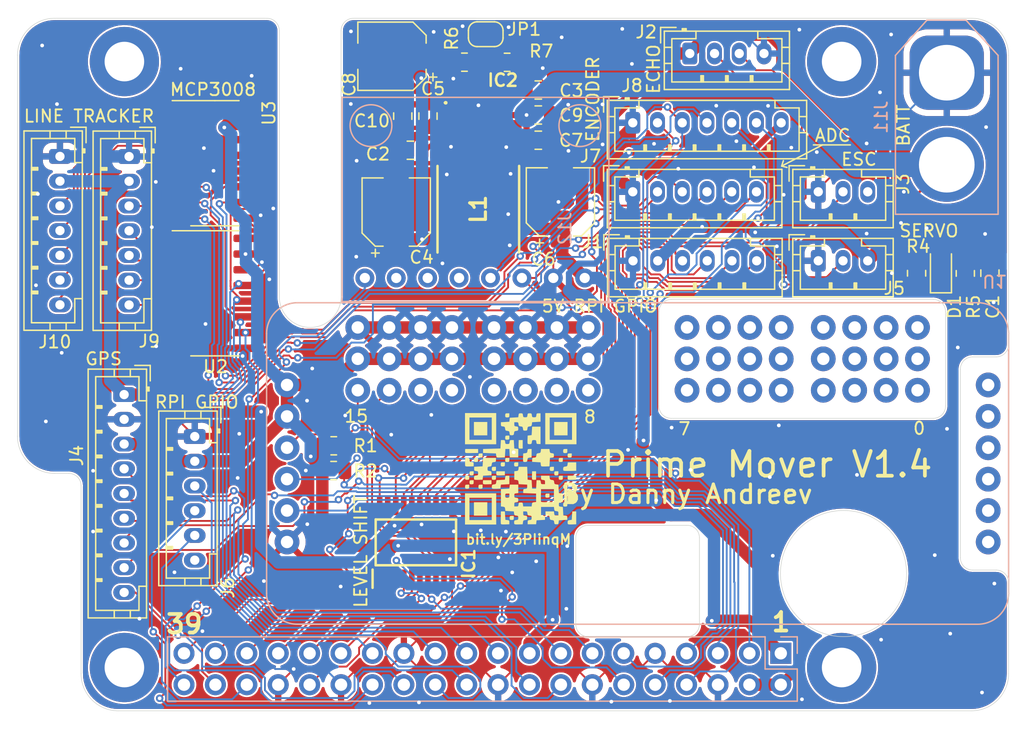
<source format=kicad_pcb>
(kicad_pcb (version 20211014) (generator pcbnew)
  (layers (0 "F.Cu" signal) (31 "B.Cu" signal) (34 "B.Paste" user) (35 "F.Paste" user) (36 "B.SilkS" user "B.Silkscreen") (37 "F.SilkS" user "F.Silkscreen") (38 "B.Mask" user) (39 "F.Mask" user) (44 "Edge.Cuts" user))
  (net 0 "")
  (net 1 "GND")
  (net 2 "/MCP3008/ADC1_CH6")
  (net 3 "/MCP3008/ADC1_CH5")
  (net 4 "/MCP3008/ADC0_CH7")
  (net 5 "/MCP3008/ADC0_CH6")
  (net 6 "VBAT_Read")
  (net 7 "/Accelerometer MPU6050/AD0")
  (net 8 "/Accelerometer MPU6050/XCL")
  (net 9 "/Accelerometer MPU6050/XDA")
  (net 10 "I2C_SDA")
  (net 11 "I2C_SCL")
  (net 12 "+5V")
  (net 13 "GPS_RST")
  (net 14 "GPS_RX")
  (net 15 "GPS_TX")
  (net 16 "GPS_RI")
  (net 17 "GPS_PWR")
  (net 18 "GPS_DTR")
  (net 19 "+3V3")
  (net 20 "GPIO1")
  (net 21 "GPIO0")
  (net 22 "LX")
  (net 23 "BST")
  (net 24 "+BATT")
  (net 25 "ECHO_5V")
  (net 26 "TRIG_5V")
  (net 27 "PWM_ESC")
  (net 28 "PWM_Servo")
  (net 29 "BIAS")
  (net 30 "ENC_OUT")
  (net 31 "DIR")
  (net 32 "PGO")
  (net 33 "LVL_OE")
  (net 34 "SPI_CS_ADC0")
  (net 35 "SPI_CS_ADC1")
  (net 36 "SPI_CLK")
  (net 37 "SPI_MISO")
  (net 38 "SPI_MOSI")
  (net 39 "GPIO26")
  (net 40 "TRIG_3V3")
  (net 41 "ECHO_3V3")
  (net 42 "PWM_~{OE}")
  (net 43 "GPIO27")
  (net 44 "PWM_ESC_5V")
  (net 45 "PWM_Servo_5V")
  (net 46 "GPIO21")
  (net 47 "GPIO20")
  (net 48 "GPIO19")
  (net 49 "GPIO16")
  (net 50 "/MCP3008/ADC0_CH5")
  (net 51 "FB")
  (net 54 "Net-(IC2-Pad17)")
  (net 55 "B6")
  (net 56 "B5")
  (net 57 "B4")
  (net 58 "B3")
  (net 61 "Net-(J9-Pad3)")
  (net 62 "Net-(J9-Pad4)")
  (net 63 "Net-(J9-Pad5)")
  (net 64 "Net-(J9-Pad6)")
  (net 65 "Net-(J9-Pad7)")
  (net 66 "Net-(J10-Pad3)")
  (net 67 "Net-(J10-Pad4)")
  (net 68 "Net-(J10-Pad5)")
  (net 69 "Net-(J10-Pad6)")
  (net 70 "Net-(J10-Pad7)")
  (footprint "Jumper:SolderJumper-2_P1.3mm_Open_RoundedPad1.0x1.5mm" (layer "F.Cu") (at 10.22 -26.71)
    (fp_text reference "JP1")
    (fp_text value "Jumper_2_Bridged")
  )
  (footprint "Capacitor_SMD:C_0805_2012Metric" (layer "F.Cu") (at 14.47 -18.14)
    (fp_text reference "C7")
    (fp_text value "4.7uF")
  )
  (footprint "Connector_JST:JST_PH_B6B-PH-K_1x06_P2.00mm_Vertical" (layer "F.Cu") (at 22.11 -13.97)
    (fp_text reference "J7")
    (fp_text value "Conn_01x06_Male")
  )
  (footprint "Capacitor_SMD:CP_Elec_5x5.3" (layer "F.Cu") (at 2.64 -24.93 180)
    (fp_text reference "C8")
    (fp_text value "22uF")
  )
  (footprint "NTS0308EPWJ:SOP65P640X110-20N" (layer "F.Cu") (at 4.57 14.38 90)
    (fp_text reference "IC1")
    (fp_text value "NTS0308EPWJ" hide)
  )
  (footprint "Capacitor_SMD:CP_Elec_5x5.3" (layer "F.Cu") (at 16.26 -13.15 90)
    (fp_text reference "C6")
    (fp_text value "22uF")
  )
  (footprint "Capacitor_SMD:CP_Elec_5x5.3" (layer "F.Cu") (at 2.98 -12.33 90)
    (fp_text reference "C4")
    (fp_text value "22uF")
  )
  (footprint "Package_SO:SOIC-16_3.9x9.9mm_P1.27mm" (layer "F.Cu") (at -11.68 -5.76)
    (fp_text reference "U2")
    (fp_text value "MCP3008")
  )
  (footprint "LOGO" (layer "F.Cu") (at 13.07 8.45)
    (fp_text reference "G***" hide)
    (fp_text value "LOGO" hide)
  )
  (footprint "Connector_JST:JST_PH_B7B-PH-K_1x07_P2.00mm_Vertical" (layer "F.Cu") (at -18.62 -16.82 -90)
    (fp_text reference "J9")
    (fp_text value "Conn_01x07_Male")
  )
  (footprint "Connector_JST:JST_PH_B6B-PH-K_1x06_P2.00mm_Vertical" (layer "F.Cu") (at -13.31 5.82 -90)
    (fp_text reference "J6")
    (fp_text value "Conn_01x06_Male")
  )
  (footprint "Connector_JST:JST_PH_B7B-PH-K_1x07_P2.00mm_Vertical" (layer "F.Cu") (at -24.21 -16.83 -90)
    (fp_text reference "J10")
    (fp_text value "Conn_01x07_Male")
  )
  (footprint "Connector_JST:JST_PH_B7B-PH-K_1x07_P2.00mm_Vertical" (layer "F.Cu") (at 22.11 -19.55)
    (fp_text reference "J8")
    (fp_text value "Conn_01x07_Male")
  )
  (footprint "MountingHole:MountingHole_3.2mm_M3_DIN965_Pad" (layer "F.Cu") (at 39 24.5)
    (fp_text reference "H4" hide)
    (fp_text value "MountingHole")
  )
  (footprint "Package_SO:SOIC-16_3.9x9.9mm_P1.27mm" (layer "F.Cu") (at -11.68 -16.28)
    (fp_text reference "U3")
    (fp_text value "MCP3008")
  )
  (footprint "Capacitor_SMD:C_0805_2012Metric" (layer "F.Cu") (at 5.55 -20.09 90)
    (fp_text reference "C5")
    (fp_text value "4.7uF")
  )
  (footprint "Resistor_SMD:R_0805_2012Metric" (layer "F.Cu") (at 8.5 -24.45)
    (fp_text reference "R6")
    (fp_text value "R")
  )
  (footprint "MWSA0605S-150MT:INDPM7066X500N" (layer "F.Cu") (at 9.62 -12.56 -90)
    (fp_text reference "L1")
    (fp_text value "1uH" hide)
  )
  (footprint "Connector_JST:JST_PH_B4B-PH-K_1x04_P2.00mm_Vertical" (layer "F.Cu") (at 26.72 -25.15)
    (fp_text reference "J2")
    (fp_text value "Conn_01x04_Male")
  )
  (footprint "MountingHole:MountingHole_3.2mm_M3_DIN965_Pad" (layer "F.Cu") (at -19 -24.5)
    (fp_text reference "H1" hide)
    (fp_text value "MountingHole")
  )
  (footprint "Resistor_SMD:R_0805_2012Metric" (layer "F.Cu") (at 11.95 -24.44)
    (fp_text reference "R7")
    (fp_text value "R")
  )
  (footprint "MountingHole:MountingHole_3.2mm_M3_DIN965_Pad" (layer "F.Cu") (at 39 -24.5)
    (fp_text reference "H2" hide)
    (fp_text value "MountingHole")
  )
  (footprint "Capacitor_SMD:C_0805_2012Metric" (layer "F.Cu") (at 3.51 -20.09 90)
    (fp_text reference "C10")
    (fp_text value "1.0uF")
  )
  (footprint "Connector_JST:JST_PH_B9B-PH-K_1x09_P2.00mm_Vertical" (layer "F.Cu") (at -19.02 2.43 -90)
    (fp_text reference "J4")
    (fp_text value "Conn_01x09_Male")
  )
  (footprint "LolomoloKiCADLib:PCA9685" (layer "F.Cu") (at 22.5 8 180)
    (fp_text reference "U1")
    (fp_text value "PCA9685")
  )
  (footprint "Resistor_SMD:R_0805_2012Metric" (layer "F.Cu") (at -2.08 8.57)
    (fp_text reference "R2")
    (fp_text value "4k7")
  )
  (footprint "Connector_JST:JST_PH_B6B-PH-K_1x06_P2.00mm_Vertical" (layer "F.Cu") (at 22.13 -8.39)
    (fp_text reference "J1")
    (fp_text value "Conn_01x06_Male")
  )
  (footprint "Resistor_SMD:R_0805_2012Metric" (layer "F.Cu") (at 45.06 -7.3825 -90)
    (fp_text reference "R4")
    (fp_text value "4.7k")
  )
  (footprint "MountingHole:MountingHole_3.2mm_M3_DIN965_Pad" (layer "F.Cu") (at -19 24.5)
    (fp_text reference "H3" hide)
    (fp_text value "MountingHole")
  )
  (footprint "Resistor_SMD:R_0805_2012Metric" (layer "F.Cu") (at -2.07 6.57)
    (fp_text reference "R1")
    (fp_text value "4k7")
  )
  (footprint "Connector_JST:JST_PH_B3B-PH-K_1x03_P2.00mm_Vertical" (layer "F.Cu") (at 37.11 -13.97)
    (fp_text reference "J3")
    (fp_text value "Conn_01x03_Male")
  )
  (footprint "MAX20404AFOC_VY+:MAX20404AFOCVY" (layer "F.Cu") (at 9.63 -20.22)
    (fp_text reference "IC2")
    (fp_text value "MAX20404AFOC_VY+" hide)
  )
  (footprint "Capacitor_SMD:C_0805_2012Metric" (layer "F.Cu") (at 14.47 -20.18)
    (fp_text reference "C9")
    (fp_text value "1.0uF")
  )
  (footprint "Resistor_SMD:R_0805_2012Metric" (layer "F.Cu") (at 49 -7.37 90)
    (fp_text reference "R5")
    (fp_text value "1.5k")
  )
  (footprint "Capacitor_SMD:C_0805_2012Metric" (layer "F.Cu") (at 50.99 -7.39 90)
    (fp_text reference "C1")
    (fp_text value "0.1uF")
  )
  (footprint "Connector_JST:JST_PH_B3B-PH-K_1x03_P2.00mm_Vertical" (layer "F.Cu") (at 37.11 -8.39)
    (fp_text reference "J5")
    (fp_text value "Conn_01x03_Male")
  )
  (footprint "Diode_SMD:D_SOD-323_HandSoldering" (layer "F.Cu") (at 47.03 -7.7 90)
    (fp_text reference "D1")
    (fp_text value "3V6")
  )
  (footprint "Capacitor_SMD:C_0805_2012Metric" (layer "F.Cu") (at 4.13 -17.33)
    (fp_text reference "C2")
    (fp_text value "0.1uF")
  )
  (footprint "Capacitor_SMD:C_0805_2012Metric" (layer "F.Cu") (at 14.47 -22.2)
    (fp_text reference "C3")
    (fp_text value "2.2uF")
  )
  (footprint "Connector_AMASS:AMASS_XT60-M_1x02_P7.20mm_Vertical" (layer "B.Cu") (at 47.5 -23.6 -90)
    (fp_text reference "J11")
    (fp_text value "Conn_01x02_Male")
  )
  (footprint "Connector_PinSocket_2.54mm:PinSocket_2x20_P2.54mm_Vertical" (layer "B.Cu") (at 34.08 23.35 90)
    (fp_text reference "R3" hide)
    (fp_text value "Raspberry_Pi_2_3")
  )
  (footprint "RascalHat:MPU-6050-Module" (layer "B.Cu") (at 18.275 -7 90)
    (fp_text reference "J12")
    (fp_text value "Conn_01x08_Male")
  )
  (gr_line (start 37.45 -17.76) (end 34.15 -16.05) (layer "F.SilkS") (width 0.12))
  (gr_line (start 34.15 -16.05) (end 34.58 -15.94) (layer "F.SilkS") (width 0.12))
  (gr_line (start 34.15 -16.05) (end 34.29 -16.49) (layer "F.SilkS") (width 0.12))
  (gr_line (start 36.72 -17.76) (end 39.7 -17.76) (layer "F.SilkS") (width 0.12))
  (gr_arc (start 49.5 -28) (mid 51.62132 -27.12132) (end 52.5 -25) (layer "Edge.Cuts") (width 0.05))
  (gr_line (start 52.5 -25) (end 52.5 -1.62) (layer "Edge.Cuts") (width 0.05))
  (gr_line (start -6.475 -27) (end -6.475 -5.5) (layer "Edge.Cuts") (width 0.05))
  (gr_arc (start 27.5 21) (mid 27.207106 21.707106) (end 26.5 22) (layer "Edge.Cuts") (width 0.05))
  (gr_arc (start -1.475 -5.5) (mid -3.975 -3) (end -6.475 -5.5) (layer "Edge.Cuts") (width 0.05))
  (gr_arc (start 24.225 -4.27) (mid 24.517894 -4.977106) (end 25.225 -5.27) (layer "Edge.Cuts") (width 0.05))
  (gr_arc (start -19.5 28) (mid -21.62132 27.12132) (end -22.5 25) (layer "Edge.Cuts") (width 0.05))
  (gr_arc (start 17.5 14) (mid 17.792894 13.292894) (end 18.5 13) (layer "Edge.Cuts") (width 0.05))
  (gr_arc (start 47.405 3.35) (mid 47.112106 4.057106) (end 46.405 4.35) (layer "Edge.Cuts") (width 0.05))
  (gr_line (start -7.475 -28) (end -24.64 -28) (layer "Edge.Cuts") (width 0.05))
  (gr_line (start 52.5 25) (end 52.5 17.62) (layer "Edge.Cuts") (width 0.05))
  (gr_arc (start 18.5 22) (mid 17.792894 21.707106) (end 17.5 21) (layer "Edge.Cuts") (width 0.05))
  (gr_circle (center 39.15 16.9) (end 44.25 16.9) (layer "Edge.Cuts") (width 0.05) (fill none))
  (gr_line (start 25.225 -5.27) (end 46.405 -5.27) (layer "Edge.Cuts") (width 0.05))
  (gr_line (start 49.6 -0.62) (end 51.5 -0.62) (layer "Edge.Cuts") (width 0.05))
  (gr_line (start 26.5 13) (end 18.5 13) (layer "Edge.Cuts") (width 0.05))
  (gr_arc (start -27.64 -25) (mid -26.76132 -27.12132) (end -24.64 -28) (layer "Edge.Cuts") (width 0.05))
  (gr_line (start 46.405 4.35) (end 25.225 4.35) (layer "Edge.Cuts") (width 0.05))
  (gr_line (start -19.5 28) (end 49.5 28) (layer "Edge.Cuts") (width 0.05))
  (gr_line (start 24.225 -4.27) (end 24.225 3.35) (layer "Edge.Cuts") (width 0.05))
  (gr_arc (start 51.5 16.62) (mid 52.207106 16.912894) (end 52.5 17.62) (layer "Edge.Cuts") (width 0.05))
  (gr_line (start 48.6 15.62) (end 48.6 0.38) (layer "Edge.Cuts") (width 0.05))
  (gr_line (start -23.5 8.8) (end -24.64 8.8) (layer "Edge.Cuts") (width 0.05))
  (gr_arc (start -23.5 8.8) (mid -22.792894 9.092894) (end -22.5 9.8) (layer "Edge.Cuts") (width 0.05))
  (gr_line (start 17.5 14) (end 17.5 21) (layer "Edge.Cuts") (width 0.05))
  (gr_arc (start 48.6 0.38) (mid 48.892894 -0.327106) (end 49.6 -0.62) (layer "Edge.Cuts") (width 0.05))
  (gr_line (start -1.475 -27) (end -1.475 -5.5) (layer "Edge.Cuts") (width 0.05))
  (gr_line (start -27.64 -25) (end -27.64 5.8) (layer "Edge.Cuts") (width 0.05))
  (gr_arc (start -24.64 8.8) (mid -26.76132 7.92132) (end -27.64 5.8) (layer "Edge.Cuts") (width 0.05))
  (gr_line (start 49.6 16.62) (end 51.5 16.62) (layer "Edge.Cuts") (width 0.05))
  (gr_arc (start 52.5 25) (mid 51.62132 27.12132) (end 49.5 28) (layer "Edge.Cuts") (width 0.05))
  (gr_line (start 18.5 22) (end 26.5 22) (layer "Edge.Cuts") (width 0.05))
  (gr_arc (start 26.5 13) (mid 27.207106 13.292894) (end 27.5 14) (layer "Edge.Cuts") (width 0.05))
  (gr_line (start 27.5 21) (end 27.5 14) (layer "Edge.Cuts") (width 0.05))
  (gr_arc (start 49.6 16.62) (mid 48.892894 16.327106) (end 48.6 15.62) (layer "Edge.Cuts") (width 0.05))
  (gr_line (start -22.5 9.8) (end -22.5 25) (layer "Edge.Cuts") (width 0.05))
  (gr_arc (start -1.475 -27) (mid -1.182106 -27.707106) (end -0.475 -28) (layer "Edge.Cuts") (width 0.05))
  (gr_line (start 47.405 3.35) (end 47.405 -4.27) (layer "Edge.Cuts") (width 0.05))
  (gr_arc (start -7.475 -28) (mid -6.767894 -27.707106) (end -6.475 -27) (layer "Edge.Cuts") (width 0.05))
  (gr_arc (start 52.5 -1.62) (mid 52.207106 -0.912894) (end 51.5 -0.62) (layer "Edge.Cuts") (width 0.05))
  (gr_line (start -0.475 -28) (end 49.5 -28) (layer "Edge.Cuts") (width 0.05))
  (gr_arc (start 46.405 -5.27) (mid 47.112106 -4.977106) (end 47.405 -4.27) (layer "Edge.Cuts") (width 0.05))
  (gr_arc (start 25.225 4.35) (mid 24.517894 4.057106) (end 24.225 3.35) (layer "Edge.Cuts") (width 0.05))
  (gr_text "15" (at -0.24 4.18) (layer "F.SilkS") (effects (font (size 1 1))))
  (gr_text "ENCODER" (at 18.88 -21.46 90) (layer "F.SilkS") (effects (font (size 1 1))))
  (gr_text "LEVEL SHIFT" (at 0.12 15.09 90) (layer "F.SilkS") (effects (font (size 1 1))))
  (gr_text "SERVO" (at 46.06 -10.81) (layer "F.SilkS") (effects (font (size 1 1))))
  (gr_text "RPI GPIO" (at -13.15 3.04) (layer "F.SilkS") (effects (font (size 1 1))))
  (gr_text "1" (at 34.1 20.83) (layer "F.SilkS") (effects (font (size 1.5 1.5) (thickness 0.3))))
  (gr_text "ECHO" (at 23.79 -23.89 90) (layer "F.SilkS") (effects (font (size 1 1))))
  (gr_text "5V RPI GPIO" (at 19.42 -4.72) (layer "F.SilkS") (effects (font (size 1 1))))
  (gr_text "39" (at -14.15 20.99) (layer "F.SilkS") (effects (font (size 1.5 1.5) (thickness 0.3))))
  (gr_text "GPS" (at -20.68 -0.46) (layer "F.SilkS") (effects (font (size 1 1))))
  (gr_text "7" (at 26.29 5.2) (layer "F.SilkS") (effects (font (size 1 1))))
  (gr_text "LINE TRACKER" (at -21.86 -20.09) (layer "F.SilkS") (effects (font (size 1 1))))
  (gr_text "MCP3008" (at -11.83 -22.24) (layer "F.SilkS") (effects (font (size 1 1))))
  (gr_text "bit.ly/3PIinqM" (at 12.87 14.14) (layer "F.SilkS") (effects (font (size 0.8 0.8))))
  (gr_text "Prime Mover V1.4" (at 32.97 8.08) (layer "F.SilkS") (effects (font (size 2 2) (thickness 0.3))))
  (gr_text "By Danny Andreev	" (at 31.16 10.48) (layer "F.SilkS") (effects (font (size 1.5 1.5) (thickness 0.25))))
  (gr_text "BATT" (at 43.99 -19.34 90) (layer "F.SilkS") (effects (font (size 1 1))))
  (gr_text "ESC" (at 40.4 -16.59) (layer "F.SilkS") (effects (font (size 1 1))))
  (gr_text "8" (at 18.64 4.23) (layer "F.SilkS") (effects (font (size 1 1))))
  (gr_text "ADC" (at 38.27 -18.52) (layer "F.SilkS") (effects (font (size 1 1))))
  (gr_text "0" (at 45.27 5.16) (layer "F.SilkS") (effects (font (size 1 1))))
  (segment (start 37.11 -13.97) (end 37.11 -14.18) (width 0.15) (layer "F.Cu") (net 1))
  (segment (start 18.5 -22.2) (end 19.66 -21.04) (width 0.15) (layer "F.Cu") (net 1))
  (segment (start 8.834522 -22.74) (end 6.59 -22.74) (width 0.35) (layer "F.Cu") (net 1))
  (segment (start 15.42 -22.2) (end 15.42 -20.18) (width 0.35) (layer "F.Cu") (net 1))
  (segment (start 4.674511 22.275489) (end 7.454511 22.275489) (width 0.15) (layer "F.Cu") (net 1))
  (segment (start -9.205 -11.835) (end -8.215 -11.835) (width 0.15) (layer "F.Cu") (net 1))
  (segment (start 15.42 -20.18) (end 15.42 -18.14) (width 0.35) (layer "F.Cu") (net 1))
  (segment (start 8.88 -22.694522) (end 8.454522 -23.12) (width 0.35) (layer "F.Cu") (net 1))
  (segment (start -13.31 5.82) (end -14.7 4.43) (width 0.15) (layer "F.Cu") (net 1))
  (segment (start -9.44 -0.69) (end -9.44 -1.08) (width 0.15) (layer "F.Cu") (net 1))
  (segment (start 27.925489 24.815489) (end 29 25.89) (width 0.15) (layer "F.Cu") (net 1))
  (segment (start -12.69 21.86) (end -14.18 23.35) (width 0.15) (layer "F.Cu") (net 1))
  (segment (start 15.685 -9.053928) (end 14.658928 -10.08) (width 0.15) (layer "F.Cu") (net 1))
  (segment (start -1.48 25.89) (end -0.014511 24.424511) (width 0.15) (layer "F.Cu") (net 1))
  (segment (start 12.4 7.09) (end 12.11 6.8) (width 0.15) (layer "F.Cu") (net 1))
  (segment (start -12.69 21.19) (end -5.85 14.35) (width 0.15) (layer "F.Cu") (net 1))
  (segment (start 8.343 -18.543) (end 7.41 -17.61) (width 0.35) (layer "F.Cu") (net 1))
  (segment (start 12.294511 24.815489) (end 17.765489 24.815489) (width 0.15) (layer "F.Cu") (net 1))
  (segment (start 12.8625 -24.44) (end 13.18 -24.44) (width 0.35) (layer "F.Cu") (net 1))
  (segment (start 11.45 17.720566) (end 12.362127 16.808439) (width 0.15) (layer "F.Cu") (net 1))
  (segment (start 16.26 -13.31) (end 16.1 -13.15) (width 0.15) (layer "F.Cu") (net 1))
  (segment (start 12.8 -9.64) (end 12.16 -9.64) (width 0.15) (layer "F.Cu") (net 1))
  (segment (start 19.66 -21.93) (end 19.66 -21.04) (width 0.15) (layer "F.Cu") (net 1))
  (segment (start -12.69 21.56) (end -12.69 21.86) (width 0.15) (layer "F.Cu") (net 1))
  (segment (start 10.917 -18.543) (end 11.88 -17.58) (width 0.35) (layer "F.Cu") (net 1))
  (segment (start 19.67 -17.8) (end 20.59 -17.8) (width 0.15) (layer "F.Cu") (net 1))
  (segment (start 11.45 18.28) (end 11.45 17.720566) (width 0.15) (layer "F.Cu") (net 1))
  (segment (start 8.88 -22.694522) (end 8.834522 -22.74) (width 0.35) (layer "F.Cu") (net 1))
  (segment (start -8.970349 -18.185) (end -9.205 -18.185) (width 0.15) (layer "F.Cu") (net 1))
  (segment (start 4.95 -3) (end 2.41 -3) (width 1) (layer "F.Cu") (net 1))
  (segment (start 18.84 25.89) (end 20.305489 24.424511) (width 0.15) (layer "F.Cu") (net 1))
  (segment (start 2.41 -3) (end -0.13 -3) (width 1) (layer "F.Cu") (net 1))
  (segment (start 4.124511 -13.385489) (end 2.98 -14.53) (width 1) (layer "F.Cu") (net 1))
  (segment (start 2.98 -14.53) (end 3.82 -15.37) (width 0.35) (layer "F.Cu") (net 1))
  (segment (start 10.1545 -20.97) (end 9.64 -20.97) (width 0.35) (layer "F.Cu") (net 1))
  (segment (start 12.48 7.09) (end 12.4 7.09) (width 0.15) (layer "F.Cu") (net 1))
  (segment (start -11.885 -18.185) (end -12.57 -17.5) (width 0.15) (layer "F.Cu") (net 1))
  (segment (start -9.205 -18.185) (end -11.885 -18.185) (width 0.15) (layer "F.Cu") (net 1))
  (segment (start 16.26 -15.35) (end 16.91 -16) (width 0.15) (layer "F.Cu") (net 1))
  (segment (start 20.305489 24.424511) (end 22.845489 24.424511) (width 0.15) (layer "F.Cu") (net 1))
  (segment (start 15.42 -18.14) (end 15.42 -16.19) (width 0.35) (layer "F.Cu") (net 1))
  (segment (start 22.845489 24.424511) (end 23.92 23.35) (width 0.15) (layer "F.Cu") (net 1))
  (segment (start 6.59 -22.74) (end 5.54 -21.69) (width 0.35) (layer "F.Cu") (net 1))
  (segment (start 3.82 -15.37) (end 7.07 -15.37) (width 0.35) (layer "F.Cu") (net 1))
  (segment (start -8.970349 -1.315) (end -7.28 -3.005349) (width 0.15) (layer "F.Cu") (net 1))
  (segment (start 3.6 23.35) (end 4.674511 22.275489) (width 0.15) (layer "F.Cu") (net 1))
  (segment (start 15.97 -3) (end 13.43 -3) (width 1) (layer "F.Cu") (net 1))
  (segment (start 11.88 -17.58) (end 12.36952 -17.09048) (width 0.35) (layer "F.Cu") (net 1))
  (segment (start -8.495 -7.665) (end -7.88 -8.28) (width 0.15) (layer "F.Cu") (net 1))
  (segment (start 12.36952 -17.09048) (end 14.37048 -17.09048) (width 0.35) (layer "F.Cu") (net 1))
  (segment (start 22.11 -13.97) (end 20.64 -15.44) (width 1) (layer "F.Cu") (net 1))
  (segment (start 3.51 -21.86) (end 0.44 -24.93) (width 0.35) (layer "F.Cu") (net 1))
  (segment (start -7.28 -3.005349) (end -7.28 -6.89) (width 0.15) (layer "F.Cu") (net 1))
  (segment (start 10.4545 -20.67) (end 10.1545 -20.97) (width 0.35) (layer "F.Cu") (net 1))
  (segment (start 10.917 -19.12) (end 10.917 -18.543) (width 0.35) (layer "F.Cu") (net 1))
  (segment (start -14.7 4.43) (end -19.02 4.43) (width 0.15) (layer "F.Cu") (net 1))
  (segment (start 16.26 -15.35) (end 14.295489 -13.385489) (width 1) (layer "F.Cu") (net 1))
  (segment (start -3.45 0.32) (end -3.81 0.32) (width 0.15) (layer "F.Cu") (net 1))
  (segment (start 13.18 -24.44) (end 15.42 -22.2) (width 0.35) (layer "F.Cu") (net 1))
  (segment (start -7.88 -10.51) (end -9.205 -11.835) (width 0.15) (layer "F.Cu") (net 1))
  (segment (start 3.51 -21.04) (end 3.51 -21.86) (width 0.35) (layer "F.Cu") (net 1))
  (segment (start 14.658928 -10.08) (end 13.24 -10.08) (width 0.15) (layer "F.Cu") (net 1))
  (segment (start 2.525489 24.424511) (end 3.6 23.35) (width 0.15) (layer "F.Cu") (net 1))
  (segment (start -9.205 -7.665) (end -8.495 -7.665) (width 0.15) (layer "F.Cu") (net 1))
  (segment (start 16.26 -15.35) (end 16.26 -13.31) (width 0.15) (layer "F.Cu") (net 1))
  (segment (start 8.343 -19.12) (end 8.343 -18.543) (width 0.35) (layer "F.Cu") (net 1))
  (segment (start 10.145489 24.815489) (end 11.22 25.89) (width 0.15) (layer "F.Cu") (net 1))
  (segment (start 10.89 -3) (end 7.49 -3) (width 1) (layer "F.Cu") (net 1))
  (segment (start 8.88 -21.958) (end 8.88 -22.694522) (width 0.35) (layer "F.Cu") (net 1))
  (segment (start 23.92 23.35) (end 25.385489 24.815489) (width 0.15) (layer "F.Cu") (net 1))
  (segment (start 9.64 -20.97) (end 9.63 -20.96) (width 0.35) (layer "F.Cu") (net 1))
  (segment (start 15.42 -16.19) (end 16.26 -15.35) (width 0.35) (layer "F.Cu") (net 1))
  (segment (start 8.454522 -23.12) (end 7.6 -23.12) (width 0.35) (layer "F.Cu") (net 1))
  (segment (start 15.685 -7) (end 15.685 -9.053928) (width 0.15) (layer "F.Cu") (net 1))
  (segment (start -9.71 5.6) (end -13.09 5.6) (width 0.15) (layer "F.Cu") (net 1))
  (segment (start 37.11 -14.18) (end 40.81 -17.88) (width 0.15) (layer "F.Cu") (net 1))
  (segment (start 20.64 -17.75) (end 22.11 -19.22) (width 1) (layer "F.Cu") (net 1))
  (segment (start 22.11 -19.22) (end 22.11 -19.55) (width 1) (layer "F.Cu") (net 1))
  (segment (start -0.014511 24.424511) (end 2.525489 24.424511) (width 0.15) (layer "F.Cu") (net 1))
  (segment (start 18.51 -3) (end 15.97 -3) (width 1) (layer "F.Cu") (net 1))
  (segment (start -6.56 25.89) (end -5.31 24.64) (width 0.15) (layer "F.Cu") (net 1))
  (segment (start 3.6 23.35) (end 5.065489 24.815489) (width 0.15) (layer "F.Cu") (net 1))
  (segment (start 11.22 25.89) (end 12.294511 24.815489) (width 0.15) (layer "F.Cu") (net 1))
  (segment (start 14.295489 -13.385489) (end 4.124511 -13.385489) (width 1) (layer "F.Cu") (net 1))
  (segment (start 20.59 -17.8) (end 20.64 -17.75) (width 0.15) (layer "F.Cu") (net 1))
  (segment (start 13.43 -3) (end 10.89 -3) (width 1) (layer "F.Cu") (net 1))
  (segment (start 7.495 11.415) (end 12.11 6.8) (width 0.15) (layer "F.Cu") (net 1))
  (segment (start 11.242 -20.67) (end 10.4545 -20.67) (width 0.35) (layer "F.Cu") (net 1))
  (segment (start 22.04 -24.31) (end 19.66 -21.93) (width 0.15) (layer "F.Cu") (net 1))
  (segment (start 11.14 15.5995) (end 11.240408 15.5995) (width 0.15) (layer "F.Cu") (net 1))
  (segment (start 7.454511 22.275489) (end 11.45 18.28) (width 0.15) (layer "F.Cu") (net 1))
  (segment (start 20.64 -15.44) (end 20.64 -17.75) (width 1) (layer "F.Cu") (net 1))
  (segment (start 7.495 11.442) (end 7.495 11.9545) (width 0.15) (layer "F.Cu") (net 1))
  (segment (start -6.96 -12.62) (end -6.96 -16.174651) (width 0.15) (layer "F.Cu") (net 1))
  (segment (start -12.69 21.56) (end -12.69 21.19) (width 0.15) (layer "F.Cu") (net 1))
  (segment (start 7.49 -3) (end 4.95 -3) (width 1) (layer "F.Cu") (net 1))
  (segment (start 25.385489 24.815489) (end 27.925489 24.815489) (width 0.15) (layer "F.Cu") (net 1))
  (segment (start 15.42 -22.2) (end 18.5 -22.2) (width 0.15) (layer "F.Cu") (net 1))
  (segment (start -5.31 24.64) (end -5.31 24.62) (width 0.15) (layer "F.Cu") (net 1))
  (segment (start -13.09 5.6) (end -13.31 5.82) (width 0.15) (layer "F.Cu") (net 1))
  (segment (start 14.37048 -17.09048) (end 15.42 -18.14) (width 0.35) (layer "F.Cu") (net 1))
  (segment (start -0.13 -3) (end -3.45 0.32) (width 0.15) (layer "F.Cu") (net 1))
  (segment (start 16.91 -16) (end 16.91 -17.28) (width 0.15) (layer "F.Cu") (net 1))
  (segment (start 5.065489 24.815489) (end 10.145489 24.815489) (width 0.15) (layer "F.Cu") (net 1))
  (segment (start -7.88 -8.28) (end -7.88 -10.51) (width 0.15) (layer "F.Cu") (net 1))
  (segment (start -9.205 -1.315) (end -8.970349 -1.315) (width 0.15) (layer "F.Cu") (net 1))
  (segment (start 17.765489 24.815489) (end 18.84 25.89) (width 0.15) (layer "F.Cu") (net 1))
  (segment (start 7.495 11.9545) (end 11.14 15.5995) (width 0.15) (layer "F.Cu") (net 1))
  (segment (start -6.96 -16.174651) (end -8.970349 -18.185) (width 0.15) (layer "F.Cu") (net 1))
  (segment (start 40.81 -17.88) (end 41.02 -17.88) (width 0.15) (layer "F.Cu") (net 1))
  (segment (start 7.495 11.442) (end 7.495 11.415) (width 0.15) (layer "F.Cu") (net 1))
  (segment (start -8.215 -11.835) (end -7.98 -12.07) (width 0.15) (layer "F.Cu") (net 1))
  (segment (start -9.44 -1.08) (end -9.205 -1.315) (width 0.15) (layer "F.Cu") (net 1))
  (segment (start 13.24 -10.08) (end 12.8 -9.64) (width 0.15) (layer "F.Cu") (net 1))
  (segment (start 3.51 -21.04) (end 5.55 -21.04) (width 0.35) (layer "F.Cu") (net 1))
  (via (at -7.28 -6.89) (size 0.6) (drill 0.3) (layers "F.Cu" "B.Cu") (net 1))
  (via (at -25.35 4.6) (size 0.6) (drill 0.3) (layers "F.Cu" "B.Cu") (net 1))
  (via (at -1.14 4.12) (size 0.6) (drill 0.3) (layers "F.Cu" "B.Cu") (net 1))
  (via (at -11.79 -15.67) (size 0.6) (drill 0.3) (layers "F.Cu" "B.Cu") (net 1))
  (via (at 40.24 8.92) (size 0.6) (drill 0.3) (layers "F.Cu" "B.Cu") (net 1))
  (via (at 44.03 -13.97) (size 0.6) (drill 0.3) (layers "F.Cu" "B.Cu") (net 1))
  (via (at 7.6 -23.12) (size 0.6) (drill 0.3) (layers "F.Cu" "B.Cu") (net 1))
  (via (at -3.81 0.32) (size 0.6) (drill 0.3) (layers "F.Cu" "B.Cu") (net 1))
  (via (at 0.81 27.37) (size 0.6) (drill 0.3) (layers "F.Cu" "B.Cu") (net 1))
  (via (at 8.35 -27.36) (size 0.6) (drill 0.3) (layers "F.Cu" "B.Cu") (net 1))
  (via (at -21.53 8.59) (size 0.6) (drill 0.3) (layers "F.Cu" "B.Cu") (net 1))
  (via (at 2.58 5.67) (size 0.6) (drill 0.3) (layers "F.Cu" "B.Cu") (net 1))
  (via (at -26.15 -6.41) (size 0.6) (drill 0.3) (layers "F.Cu" "B.Cu") (net 1))
  (via (at 51.29 -5.03) (size 0.6) (drill 0.3) (layers "F.Cu" "B.Cu") (net 1))
  (via (at -4.21 12.91) (size 0.6) (drill 0.3) (layers "F.Cu" "B.Cu") (net 1))
  (via (at -24.45 -21.06) (size 0.6) (drill 0.3) (layers "F.Cu" "B.Cu") (net 1))
  (via (at 33.43 15.46) (size 0.6) (drill 0.3) (layers "F.Cu" "B.Cu") (net 1))
  (via (at 46.53 15.41) (size 0.6) (drill 0.3) (layers "F.Cu" "B.Cu") (net 1))
  (via (at -16.78 -11.11) (size 0.6) (drill 0.3) (layers "F.Cu" "B.Cu") (net 1))
  (via (at 21.73 6.9) (size 0.6) (drill 0.3) (layers "F.Cu" "B.Cu") (net 1))
  (via (at 33.76 -9.56) (size 0.6) (drill 0.3) (layers "F.Cu" "B.Cu") (net 1))
  (via (at 11.88 -17.58) (size 0.6) (drill 0.3) (layers "F.Cu" "B.Cu") (net 1))
  (via (at 12.362127 16.808439) (size 0.6) (drill 0.3) (layers "F.Cu" "B.Cu") (net 1))
  (via (at 14.83 -23.97) (size 0.6) (drill 0.3) (layers "F.Cu" "B.Cu") (net 1))
  (via (at 21.26 -27.14) (size 0.6) (drill 0.3) (layers "F.Cu" "B.Cu") (net 1))
  (via (at -14.95 16.8) (size 0.6) (drill 0.3) (layers "F.Cu" "B.Cu") (net 1))
  (via (at 42.1 -22.01) (size 0.6) (drill 0.3) (layers "F.Cu" "B.Cu") (net 1))
  (via (at 16.91 -17.28) (size 0.6) (drill 0.3) (layers "F.Cu" "B.Cu") (net 1))
  (via (at -0.68 -26.94) (size 0.6) (drill 0.3) (layers "F.Cu" "B.Cu") (net 1))
  (via (at -17.78 20.55) (size 0.6) (drill 0.3) (layers "F.Cu" "B.Cu") (net 1))
  (via (at 22.04 -24.31) (size 0.6) (drill 0.3) (layers "F.Cu" "B.Cu") (net 1))
  (via (at -7.88 -8.28) (size 0.6) (drill 0.3) (layers "F.Cu" "B.Cu") (net 1))
  (via (at 41.02 -17.88) (size 0.6) (drill 0.3) (layers "F.Cu" "B.Cu") (net 1))
  (via (at 7.07 -15.37) (size 0.6) (drill 0.3) (layers "F.Cu" "B.Cu") (net 1))
  (via (at 7.64 13.49) (size 0.6) (drill 0.3) (layers "F.Cu" "B.Cu") (net 1))
  (via (at 43.06 -7.39) (size 0.6) (drill 0.3) (layers "F.Cu" "B.Cu") (net 1))
  (via (at 14.3 15.91) (size 0.6) (drill 0.3) (layers "F.Cu" "B.Cu") (net 1))
  (via (at 50.35 26.52) (size 0.6) (drill 0.3) (layers "F.Cu" "B.Cu") (net 1))
  (via (at 12.16 -9.64) (size 0.6) (drill 0.3) (layers "F.Cu" "B.Cu") (net 1))
  (via (at 12.23 -15.42) (size 0.6) (drill 0.3) (layers "F.Cu" "B.Cu") (net 1))
  (via (at -9.84 9.17) (size 0.6) (drill 0.3) (layers "F.Cu" "B.Cu") (net 1))
  (via (at 25.11 27.2) (size 0.6) (drill 0.3) (layers "F.Cu" "B.Cu") (net 1))
  (via (at 30.49 -18.06) (size 0.6) (drill 0.3) (layers "F.Cu" "B.Cu") (net 1))
  (via (at -6.96 -12.62) (size 0.6) (drill 0.3) (layers "F.Cu" "B.Cu") (net 1))
  (via (at 28.86 -20.93) (size 0.6) (drill 0.3) (layers "F.Cu" "B.Cu") (net 1))
  (via (at 47.78 21.76) (size 0.6) (drill 0.3) (layers "F.Cu" "B.Cu") (net 1))
  (via (at -25.65 -25.8) (size 0.6) (drill 0.3) (layers "F.Cu" "B.Cu") (net 1))
  (via (at 47.52 5.2) (size 0.6) (drill 0.3) (layers "F.Cu" "B.Cu") (net 1))
  (via (at 16.74 19.75) (size 0.6) (drill 0.3) (layers "F.Cu" "B.Cu") (net 1))
  (via (at 51.35 17.71) (size 0.6) (drill 0.3) (layers "F.Cu" "B.Cu") (net 1))
  (via (at 35.79 27.07) (size 0.6) (drill 0.3) (layers "F.Cu" "B.Cu") (net 1))
  (via (at 31.91 -15.95) (size 0.6) (drill 0.3) (layers "F.Cu" "B.Cu") (net 1))
  (via (at 20.38 27.26) (size 0.6) (drill 0.3) (layers "F.Cu" "B.Cu") (net 1))
  (via (at -5.31 24.62) (size 0.6) (drill 0.3) (layers "F.Cu" "B.Cu") (net 1))
  (via (at 8.94 1) (size 0.6) (drill 0.3) (layers "F.Cu" "B.Cu") (net 1))
  (via (at -12.69 21.56) (size 0.6) (drill 0.3) (layers "F.Cu" "B.Cu") (net 1))
  (via (at 23.83 -17.85) (size 0.6) (drill 0.3) (layers "F.Cu" "B.Cu") (net 1))
  (via (at 41.02 -10.59) (size 0.6) (drill 0.3) (layers "F.Cu" "B.Cu") (net 1))
  (via (at 11.240408 15.5995) (size 0.6) (drill 0.3) (layers "F.Cu" "B.Cu") (net 1))
  (via (at 26.78 8.52) (size 0.6) (drill 0.3) (layers "F.Cu" "B.Cu") (net 1))
  (via (at -16.43 -1.48) (size 0.6) (drill 0.3) (layers "F.Cu" "B.Cu") (net 1))
  (via (at -12.57 -17.5) (size 0.6) (drill 0.3) (layers "F.Cu" "B.Cu") (net 1))
  (via (at -9.44 -0.69) (size 0.6) (drill 0.3) (layers "F.Cu" "B.Cu") (net 1))
  (via (at 12.48 7.09) (size 0.6) (drill 0.3) (layers "F.Cu" "B.Cu") (net 1))
  (via (at -0.22 -16.48) (size 0.6) (drill 0.3) (layers "F.Cu" "B.Cu") (net 1))
  (via (at 16.81 14.68) (size 0.6) (drill 0.3) (layers "F.Cu" "B.Cu") (net 1))
  (via (at -1.51 17.95) (size 0.6) (drill 0.3) (layers "F.Cu" "B.Cu") (net 1))
  (via (at 35.58 -27.08) (size 0.6) (drill 0.3) (layers "F.Cu" "B.Cu") (net 1))
  (via (at 9.63 -20.96) (size 0.6) (drill 0.3) (layers "F.Cu" "B.Cu") (net 1))
  (via (at 25.79 -15.83) (size 0.6) (drill 0.3) (layers "F.Cu" "B.Cu") (net 1))
  (via (at 12.04 -12.16) (size 0.6) (drill 0.3) (layers "F.Cu" "B.Cu") (net 1))
  (via (at -7.72 17.51) (size 0.6) (drill 0.3) (layers "F.Cu" "B.Cu") (net 1))
  (via (at 33.92 4.92) (size 0.6) (drill 0.3) (layers "F.Cu" "B.Cu") (net 1))
  (via (at -4.33 8.57) (size 0.6) (drill 0.3) (layers "F.Cu" "B.Cu") (net 1))
  (via (at 34.93 -17.54) (size 0.6) (drill 0.3) (layers "F.Cu" "B.Cu") (net 1))
  (via (at -14.45 -23.92) (size 0.6) (drill 0.3) (layers "F.Cu" "B.Cu") (net 1))
  (via (at 36.99 -17.18) (size 0.6) (drill 0.3) (layers "F.Cu" "B.Cu") (net 1))
  (via (at 7.32 15.73) (size 0.6) (drill 0.3) (layers "F.Cu" "B.Cu") (net 1))
  (via (at 16.89 -21.01) (size 0.6) (drill 0.3) (layers "F.Cu" "B.Cu") (net 1))
  (via (at 16.1 -13.15) (size 0.6) (drill 0.3) (layers "F.Cu" "B.Cu") (net 1))
  (via (at -26 -13.79) (size 0.6) (drill 0.3) (layers "F.Cu" "B.Cu") (net 1))
  (via (at -21.53 13.5) (size 0.6) (drill 0.3) (layers "F.Cu" "B.Cu") (net 1))
  (via (at -4.23 2.92) (size 0.6) (drill 0.3) (layers "F.Cu" "B.Cu") (net 1))
  (via (at 7.41 -17.61) (size 0.6) (drill 0.3) (layers "F.Cu" "B.Cu") (net 1))
  (via (at 25.25 5.1) (size 0.6) (drill 0.3) (layers "F.Cu" "B.Cu") (net 1))
  (via (at -9.71 5.6) (size 0.6) (drill 0.3) (layers "F.Cu" "B.Cu") (net 1))
  (via (at 12.07 -27.28) (size 0.6) (drill 0.3) (layers "F.Cu" "B.Cu") (net 1))
  (via (at -0.25 -8.72) (size 0.6) (drill 0.3) (layers "F.Cu" "B.Cu") (net 1))
  (via (at 6.72 -8.18) (size 0.6) (drill 0.3) (layers "F.Cu" "B.Cu") (net 1))
  (via (at 11.85 13.51) (size 0.6) (drill 0.3) (layers "F.Cu" "B.Cu") (net 1))
  (via (at 9.82 13.41) (size 0.6) (drill 0.3) (layers "F.Cu" "B.Cu") (net 1))
  (via (at -0.69 -21.07) (size 0.6) (drill 0.3) (layers "F.Cu" "B.Cu") (net 1))
  (via (at 5.82 4.07) (size 0.6) (drill 0.3) (layers "F.Cu" "B.Cu") (net 1))
  (via (at 42.19 22.25) (size 0.6) (drill 0.3) (layers "F.Cu" "B.Cu") (net 1))
  (via (at 4.82 27.32) (size 0.6) (drill 0.3) (layers "F.Cu" "B.Cu") (net 1))
  (via (at -12.44 -3.28) (size 0.6) (drill 0.3) (layers "F.Cu" "B.Cu") (net 1))
  (via (at 50.68 -19.2) (size 0.6) (drill 0.3) (layers "F.Cu" "B.Cu") (net 1))
  (via (at 5.03 12.93) (size 0.6) (drill 0.3) (layers "F.Cu" "B.Cu") (net 1))
  (via (at 16.36 -26.46) (size 0.6) (drill 0.3) (layers "F.Cu" "B.Cu") (net 1))
  (via (at 6.01 -26.9) (size 0.6) (drill 0.3) (layers "F.Cu" "B.Cu") (net 1))
  (via (at 33.05 -20.92) (size 0.6) (drill 0.3) (layers "F.Cu" "B.Cu") (net 1))
  (via (at 43.8 -11.45) (size 0.6) (drill 0.3) (layers "F.Cu" "B.Cu") (net 1))
  (via (at 50.6 -10.56) (size 0.6) (drill 0.3) (layers "F.Cu" "B.Cu") (net 1))
  (via (at 19.67 -17.8) (size 0.6) (drill 0.3) (layers "F.Cu" "B.Cu") (net 1))
  (via (at -7.98 -12.07) (size 0.6) (drill 0.3) (layers "F.Cu" "B.Cu") (net 1))
  (via (at 19.66 -21.04) (size 0.6) (drill 0.3) (layers "F.Cu" "B.Cu") (net 1))
  (via (at -8.71 -23.35) (size 0.6) (drill 0.3) (layers "F.Cu" "B.Cu") (net 1))
  (via (at 34.31 -13.73) (size 0.6) (drill 0.3) (layers "F.Cu" "B.Cu") (net 1))
  (via (at 43 -26.69) (size 0.6) (drill 0.3) (layers "F.Cu" "B.Cu") (net 1))
  (via (at 48.39 -1.38) (size 0.6) (drill 0.3) (layers "F.Cu" "B.Cu") (net 1))
  (via (at 33.19 9.1) (size 0.6) (drill 0.3) (layers "F.Cu" "B.Cu") (net 1))
  (via (at 11.45 18.28) (size 0.6) (drill 0.3) (layers "F.Cu" "B.Cu") (net 1))
  (via (at 45.87 -11.03) (size 0.6) (drill 0.3) (layers "F.Cu" "B.Cu") (net 1))
  (via (at -16.46 -14.77) (size 0.6) (drill 0.3) (layers "F.Cu" "B.Cu") (net 1))
  (via (at -24.07 -0.95) (size 0.6) (drill 0.3) (layers "F.Cu" "B.Cu") (net 1))
  (segment (start 23.56952 -26.24952) (end 23.32 -26) (width 0.15) (layer "B.Cu") (net 1))
  (segment (start 9.63 -19.83) (end 9.63 -20.96) (width 0.15) (layer "B.Cu") (net 1))
  (segment (start 9.63 -20.96) (end 9.63 -21.09) (width 0.15) (layer "B.Cu") (net 1))
  (segment (start 23.32 -25.99) (end 22.04 -24.71) (width 0.15) (layer "B.Cu") (net 1))
  (segment (start -8.947457 2.093943) (end -8.947457 0.302543) (width 0.15) (layer "B.Cu") (net 1))
  (segment (start -5.31 24.62) (end -6.809589 24.62) (width 0.15) (layer "B.Cu") (net 1))
  (segment (start -9.116863 2.263349) (end -8.947457 2.093943) (width 0.15) (layer "B.Cu") (net 1))
  (segment (start 19.15 -17.28) (end 19.67 -17.8) (width 0.15) (layer "B.Cu") (net 1))
  (segment (start -13.25 -16.82) (end -12.57 -17.5) (width 0.15) (layer "B.Cu") (net 1))
  (segment (start 41.78 -17.88) (end 47.5 -23.6) (width 0.15) (layer "B.Cu") (net 1))
  (segment (start -7.28 -6.89) (end -7.28 -7.68) (width 0.15) (layer "B.Cu") (net 1))
  (segment (start -8.025489 22.884511) (end -9.32 21.59) (width 0.15) (layer "B.Cu") (net 1))
  (segment (start 15.440161 -6.755161) (end 15.440161 -3.529839) (width 1) (layer "B.Cu") (net 1))
  (segment (start 22.13 -13.95) (end 22.11 -13.97) (width 1) (layer "B.Cu") (net 1))
  (segment (start 15.440161 -3.529839) (end 15.97 -3) (width 1) (layer "B.Cu") (net 1))
  (segment (start -9.42 -0.17) (end -9.42 -0.67) (width 0.15) (layer "B.Cu") (net 1))
  (segment (start 9.665489 -1.775489) (end 10.89 -3) (width 0.15) (layer "B.Cu") (net 1))
  (segment (start 32.72 -25.15) (end 31.62048 -26.24952) (width 0.15) (layer "B.Cu") (net 1))
  (segment (start 31.62048 -26.24952) (end 23.56952 -26.24952) (width 0.15) (layer "B.Cu") (net 1))
  (segment (start 15.685 -7) (end 15.440161 -6.755161) (width 1) (layer "B.Cu") (net 1))
  (segment (start -1.48 25.89) (end -2.945489 24.424511) (width 0.15) (layer "B.Cu") (net 1))
  (segment (start 16.91 -17.28) (end 19.15 -17.28) (width 0.15) (layer "B.Cu") (net 1))
  (segment (start -2.945489 24.424511) (end -5.114511 24.424511) (width 0.15) (layer "B.Cu") (net 1))
  (segment (start 23.32 -26) (end 23.32 -25.99) (width 0.15) (layer "B.Cu") (net 1))
  (segment (start -6.29 0.32) (end -3.81 0.32) (width 0.15) (layer "B.Cu") (net 1))
  (segment (start -5.114511 24.424511) (end -5.31 24.62) (width 0.15) (layer "B.Cu") (net 1))
  (segment (start -8.025489 23.4041) (end -8.025489 22.884511) (width 0.15) (layer "B.Cu") (net 1))
  (segment (start 11.792791 4.714511) (end 10.32414 3.24586) (width 0.15) (layer "B.Cu") (net 1))
  (segment (start 22.13 -8.39) (end 22.13 -13.95) (width 1) (layer "B.Cu") (net 1))
  (segment (start 11.88 -17.58) (end 9.63 -19.83) (width 0.15) (layer "B.Cu") (net 1))
  (segment (start -24.21 -16.83) (end -18.63 -16.83) (width 1) (layer "B.Cu") (net 1))
  (segment (start -7.98 -12.07) (end -7.51 -12.07) (width 0.15) (layer "B.Cu") (net 1))
  (segment (start -7.28 -7.68) (end -7.88 -8.28) (width 0.15) (layer "B.Cu") (net 1))
  (segment (start 22.04 -24.71) (end 22.04 -24.31) (width 0.15) (layer "B.Cu") (net 1))
  (segment (start 41.02 -17.88) (end 41.78 -17.88) (width 0.15) (layer "B.Cu") (net 1))
  (segment (start 21.15 -19.55) (end 22.11 -19.55) (width 0.15) (layer "B.Cu") (net 1))
  (segment (start -9.42 -0.67) (end -9.44 -0.69) (width 0.15) (layer "B.Cu") (net 1))
  (segment (start -18.62 -16.82) (end -13.25 -16.82) (width 0.15) (layer "B.Cu") (net 1))
  (segment (start 19.66 -21.04) (end 21.15 -19.55) (width 0.15) (layer "B.Cu") (net 1))
  (segment (start -6.809589 24.62) (end -8.025489 23.4041) (width 0.15) (layer "B.Cu") (net 1))
  (segment (start -7.28 -6.89) (end -7.28 -0.67) (width 0.15) (layer "B.Cu") (net 1))
  (segment (start -9.35 21.56) (end -12.69 21.56) (width 0.15) (layer "B.Cu") (net 1))
  (segment (start 12.362127 16.721219) (end 12.362127 16.808439) (width 0.15) (layer "B.Cu") (net 1))
  (segment (start 12.16 -9.64) (end 15.67 -13.15) (width 0.15) (layer "B.Cu") (net 1))
  (segment (start -18.63 -16.83) (end -18.62 -16.82) (width 1) (layer "B.Cu") (net 1))
  (segment (start 10.32414 3.24586) (end 10.32414 4.93414) (width 0.15) (layer "B.Cu") (net 1))
  (segment (start 33.75 -25.15) (end 41.02 -17.88) (width 0.15) (layer "B.Cu") (net 1))
  (segment (start 32.72 -25.15) (end 33.75 -25.15) (width 0.15) (layer "B.Cu") (net 1))
  (segment (start 10.32414 4.93414) (end 12.48 7.09) (width 0.15) (layer "B.Cu") (net 1))
  (segment (start 15.67 -13.15) (end 16.1 -13.15) (width 0.15) (layer "B.Cu") (net 1))
  (segment (start -9.71 2.846486) (end -9.126863 2.263349) (width 0.15) (layer "B.Cu") (net 1))
  (segment (start 9.63 -21.09) (end 7.6 -23.12) (width 0.15) (layer "B.Cu") (net 1))
  (segment (start 9.665489 2.58721) (end 9.665489 -1.775489) (width 0.15) (layer "B.Cu") (net 1))
  (segment (start -7.28 -0.67) (end -6.29 0.32) (width 0.15) (layer "B.Cu") (net 1))
  (segment (start -9.126863 2.263349) (end -9.116863 2.263349) (width 0.15) (layer "B.Cu") (net 1))
  (segment (start -8.947457 0.302543) (end -9.42 -0.17) (width 0.15) (layer "B.Cu") (net 1))
  (segment (start -7.51 -12.07) (end -6.96 -12.62) (width 0.15) (layer "B.Cu") (net 1))
  (segment (start 9.63 -19.83) (end 7.41 -17.61) (width 0.15) (layer "B.Cu") (net 1))
  (segment (start -9.32 21.59) (end -9.35 21.56) (width 0.15) (layer "B.Cu") (net 1))
  (segment (start 10.32414 3.24586) (end 9.665489 2.58721) (width 0.15) (layer "B.Cu") (net 1))
  (segment (start 11.240408 15.5995) (end 12.362127 16.721219) (width 0.15) (layer "B.Cu") (net 1))
  (segment (start -9.71 5.6) (end -9.71 2.846486) (width 0.15) (layer "B.Cu") (net 1))
  (segment (start -11.338263 1.450503) (end -10.040503 1.450503) (width 0.15) (layer "F.Cu") (net 2))
  (segment (start 12.029511 -7.279649) (end 12.994483 -8.244621) (width 0.15) (layer "F.Cu") (net 2))
  (segment (start -6.083572 -2.51) (end -5.42051 -2.51) (width 0.15) (layer "F.Cu") (net 2))
  (segment (start 12.994483 -8.244621) (end 13.907244 -8.244621) (width 0.15) (layer "F.Cu") (net 2))
  (segment (start -4.678128 -2.569744) (end -4.618384 -2.51) (width 0.15) (layer "F.Cu") (net 2))
  (segment (start -0.84049 -4.43951) (end -0.599511 -4.680489) (width 0.15) (layer "F.Cu") (net 2))
  (segment (start -2.813572 -2.51) (end -0.884062 -4.43951) (width 0.15) (layer "F.Cu") (net 2))
  (segment (start 24.11 -13.97) (end 24.11 -13.695) (width 0.15) (layer "F.Cu") (net 2))
  (segment (start 13.907244 -8.244621) (end 14.169122 -8.506499) (width 0.15) (layer "F.Cu") (net 2))
  (segment (start 10.474062 -4.68049) (end 12.029511 -6.235939) (width 0.15) (layer "F.Cu") (net 2))
  (segment (start -10.040503 1.450503) (end -6.259511 -2.330489) (width 0.15) (layer "F.Cu") (net 2))
  (segment (start -5.360765 -2.569745) (end -4.678128 -2.569744) (width 0.15) (layer "F.Cu") (net 2))
  (segment (start 12.029511 -6.235939) (end 12.029511 -7.279649) (width 0.15) (layer "F.Cu") (net 2))
  (segment (start -6.259511 -2.330489) (end -6.259511 -2.334061) (width 0.15) (layer "F.Cu") (net 2))
  (segment (start -0.884062 -4.43951) (end -0.84049 -4.43951) (width 0.15) (layer "F.Cu") (net 2))
  (segment (start 19.230489 -12.550489) (end 19.14 -12.46) (width 0.15) (layer "F.Cu") (net 2))
  (segment (start 24.11 -13.695) (end 22.965489 -12.550489) (width 0.15) (layer "F.Cu") (net 2))
  (segment (start -4.618384 -2.51) (end -2.813572 -2.51) (width 0.15) (layer "F.Cu") (net 2))
  (segment (start -5.42051 -2.51) (end -5.360765 -2.569745) (width 0.15) (layer "F.Cu") (net 2))
  (segment (start -0.599511 -4.680489) (end 10.474062 -4.68049) (width 0.15) (layer "F.Cu") (net 2))
  (segment (start -14.155 -13.105) (end -12.585 -13.105) (width 0.15) (layer "F.Cu") (net 2))
  (segment (start 22.965489 -12.550489) (end 19.230489 -12.550489) (width 0.15) (layer "F.Cu") (net 2))
  (segment (start -6.259511 -2.334061) (end -6.083572 -2.51) (width 0.15) (layer "F.Cu") (net 2))
  (segment (start -12.585 -13.105) (end -12.5 -13.02) (width 0.15) (layer "F.Cu") (net 2))
  (via (at -12.5 -13.02) (size 0.6) (drill 0.3) (layers "F.Cu" "B.Cu") (net 2))
  (via (at 14.169122 -8.506499) (size 0.6) (drill 0.3) (layers "F.Cu" "B.Cu") (net 2))
  (via (at -11.338263 1.450503) (size 0.6) (drill 0.3) (layers "F.Cu" "B.Cu") (net 2))
  (via (at 19.14 -12.46) (size 0.6) (drill 0.3) (layers "F.Cu" "B.Cu") (net 2))
  (segment (start -12.5 -12.95) (end -11.340492 -11.790492) (width 0.15) (layer "B.Cu") (net 2))
  (segment (start -11.462054 0.5745) (end -11.349331 0.687223) (width 0.15) (layer "B.Cu") (net 2))
  (segment (start 14.387974 -8.725351) (end 14.169122 -8.506499) (width 0.15) (layer "B.Cu") (net 2))
  (segment (start 18.076486 -12.46) (end 14.870668 -9.254182) (width 0.15) (layer "B.Cu") (net 2))
  (segment (start 14.870668 -9.254182) (end 14.870667 -9.214181) (width 0.15) (layer "B.Cu") (net 2))
  (segment (start -11.340492 -11.790492) (end -11.340492 -1.699143) (width 0.15) (layer "B.Cu") (net 2))
  (segment (start 14.870667 -9.214181) (end 14.387974 -8.731488) (width 0.15) (layer "B.Cu") (net 2))
  (segment (start -11.349331 1.439435) (end -11.338263 1.450503) (width 0.15) (layer "B.Cu") (net 2))
  (segment (start 14.387974 -8.731488) (end 14.387974 -8.725351) (width 0.15) (layer "B.Cu") (net 2))
  (segment (start -11.462054 -1.577581) (end -11.462054 0.5745) (width 0.15) (layer "B.Cu") (net 2))
  (segment (start -12.5 -13.02) (end -12.5 -12.95) (width 0.15) (layer "B.Cu") (net 2))
  (segment (start 19.14 -12.46) (end 18.076486 -12.46) (width 0.15) (layer "B.Cu") (net 2))
  (segment (start -11.340492 -1.699143) (end -11.462054 -1.577581) (width 0.15) (layer "B.Cu") (net 2))
  (segment (start -11.349331 0.687223) (end -11.349331 1.439435) (width 0.15) (layer "B.Cu") (net 2))
  (segment (start -4.554066 -2.869254) (end -4.504812 -2.82) (width 0.15) (layer "F.Cu") (net 3))
  (segment (start 19.69 -12.85) (end 22.636072 -12.85) (width 0.15) (layer "F.Cu") (net 3))
  (segment (start -6.559021 -2.458123) (end -6.197144 -2.82) (width 0.15) (layer "F.Cu") (net 3))
  (segment (start 23.85 -15.17) (end 24.91 -15.17) (width 0.15) (layer "F.Cu") (net 3))
  (segment (start 11.73 -6.36) (end 11.73 -7.488244) (width 0.15) (layer "F.Cu") (net 3))
  (segment (start -12.435 -14.375) (end -12.38 -14.32) (width 0.15) (layer "F.Cu") (net 3))
  (segment (start 23.28548 -13.499408) (end 23.28548 -14.60548) (width 0.15) (layer "F.Cu") (net 3))
  (segment (start 19.11 -13.43) (end 19.69 -12.85) (width 0.15) (layer "F.Cu") (net 3))
  (segment (start 10.35 -4.98) (end 11.73 -6.36) (width 0.15) (layer "F.Cu") (net 3))
  (segment (start -6.559022 -2.456327) (end -6.559021 -2.458123) (width 0.15) (layer "F.Cu") (net 3))
  (segment (start -10.824831 0.90448) (end -9.919829 0.90448) (width 0.15) (layer "F.Cu") (net 3))
  (segment (start -2.927144 -2.82) (end -1.007144 -4.74) (width 0.15) (layer "F.Cu") (net 3))
  (segment (start -5.534082 -2.82) (end -5.484825 -2.869256) (width 0.15) (layer "F.Cu") (net 3))
  (segment (start 23.28548 -14.60548) (end 23.85 -15.17) (width 0.15) (layer "F.Cu") (net 3))
  (segment (start -9.919829 0.90448) (end -6.559022 -2.456327) (width 0.15) (layer "F.Cu") (net 3))
  (segment (start 24.91 -15.17) (end 26.11 -13.97) (width 0.15) (layer "F.Cu") (net 3))
  (segment (start -5.484825 -2.869256) (end -4.554066 -2.869254) (width 0.15) (layer "F.Cu") (net 3))
  (segment (start -1.007144 -4.74) (end -0.97 -4.74) (width 0.15) (layer "F.Cu") (net 3))
  (segment (start -14.155 -14.375) (end -12.435 -14.375) (width 0.15) (layer "F.Cu") (net 3))
  (segment (start 11.73 -7.488244) (end 13.010878 -8.769122) (width 0.15) (layer "F.Cu") (net 3))
  (segment (start -0.73 -4.98) (end 10.35 -4.98) (width 0.15) (layer "F.Cu") (net 3))
  (segment (start -4.504812 -2.82) (end -2.927144 -2.82) (width 0.15) (layer "F.Cu") (net 3))
  (segment (start 22.636072 -12.85) (end 23.28548 -13.499408) (width 0.15) (layer "F.Cu") (net 3))
  (segment (start -0.97 -4.74) (end -0.73 -4.98) (width 0.15) (layer "F.Cu") (net 3))
  (segment (start -6.197144 -2.82) (end -5.534082 -2.82) (width 0.15) (layer "F.Cu") (net 3))
  (via (at 13.010878 -8.769122) (size 0.6) (drill 0.3) (layers "F.Cu" "B.Cu") (net 3))
  (via (at 19.11 -13.43) (size 0.6) (drill 0.3) (layers "F.Cu" "B.Cu") (net 3))
  (via (at -10.824831 0.90448) (size 0.6) (drill 0.3) (layers "F.Cu" "B.Cu") (net 3))
  (via (at -12.38 -14.32) (size 0.6) (drill 0.3) (layers "F.Cu" "B.Cu") (net 3))
  (segment (start -12.38 -14.32) (end -11.975499 -13.915499) (width 0.15) (layer "B.Cu") (net 3))
  (segment (start 13.010878 -8.769122) (end 13.272755 -9.030999) (width 0.15) (layer "B.Cu") (net 3))
  (segment (start 14.263913 -9.030999) (end 14.571157 -9.338243) (width 0.15) (layer "B.Cu") (net 3))
  (segment (start 14.614533 -9.427389) (end 18.617144 -13.43) (width 0.15) (layer "B.Cu") (net 3))
  (segment (start -11.040981 -1.575079) (end -11.162544 -1.453516) (width 0.15) (layer "B.Cu") (net 3))
  (segment (start 14.571157 -9.427389) (end 14.614533 -9.427389) (width 0.15) (layer "B.Cu") (net 3))
  (segment (start -11.975499 -13.915499) (end -11.975499 -12.849071) (width 0.15) (layer "B.Cu") (net 3))
  (segment (start -11.162544 0.123502) (end -11.040979 0.245067) (width 0.15) (layer "B.Cu") (net 3))
  (segment (start 18.617144 -13.43) (end 19.11 -13.43) (width 0.15) (layer "B.Cu") (net 3))
  (segment (start 13.272755 -9.030999) (end 14.263913 -9.030999) (width 0.15) (layer "B.Cu") (net 3))
  (segment (start 14.571157 -9.338243) (end 14.571157 -9.427389) (width 0.15) (layer "B.Cu") (net 3))
  (segment (start -11.975499 -12.849071) (end -11.040981 -11.914553) (width 0.15) (layer "B.Cu") (net 3))
  (segment (start -11.162544 -1.453516) (end -11.162544 0.123502) (width 0.15) (layer "B.Cu") (net 3))
  (segment (start -11.040981 -11.914553) (end -11.040981 -1.575079) (width 0.15) (layer "B.Cu") (net 3))
  (segment (start -11.040979 0.245067) (end -11.040979 0.688332) (width 0.15) (layer "B.Cu") (net 3))
  (segment (start -11.040979 0.688332) (end -10.824831 0.90448) (width 0.15) (layer "B.Cu") (net 3))
  (segment (start -5.490475 -1.745734) (end -5.019447 -1.745734) (width 0.15) (layer "F.Cu") (net 4))
  (segment (start 17.853376 -10.243522) (end 17.729948 -10.120094) (width 0.15) (layer "F.Cu") (net 4))
  (segment (start -5.957257 -1.778002) (end -5.522743 -1.778002) (width 0.15) (layer "F.Cu") (net 4))
  (segment (start -10.016237 2.280978) (end -5.957257 -1.778002) (width 0.15) (layer "F.Cu") (net 4))
  (segment (start 18.893522 -10.243522) (end 17.853376 -10.243522) (width 0.15) (layer "F.Cu") (net 4))
  (segment (start -5.522743 -1.778002) (end -5.490475 -1.745734) (width 0.15) (layer "F.Cu") (net 4))
  (segment (start 28.11 -13.926428) (end 26.073572 -11.89) (width 0.15) (layer "F.Cu") (net 4))
  (segment (start 20.54 -11.89) (end 18.893522 -10.243522) (width 0.15) (layer "F.Cu") (net 4))
  (segment (start 26.073572 -11.89) (end 20.54 -11.89) (width 0.15) (layer "F.Cu") (net 4))
  (segment (start -11.719022 2.280978) (end -10.016237 2.280978) (width 0.15) (layer "F.Cu") (net 4))
  (segment (start 28.11 -13.97) (end 28.11 -13.926428) (width 0.15) (layer "F.Cu") (net 4))
  (segment (start -14.155 -1.315) (end -14.155 -0.155) (width 0.15) (layer "F.Cu") (net 4))
  (segment (start -14.155 -0.155) (end -11.719022 2.280978) (width 0.15) (layer "F.Cu") (net 4))
  (via (at 17.729948 -10.120094) (size 0.6) (drill 0.3) (layers "F.Cu" "B.Cu") (net 4))
  (via (at -5.019447 -1.745734) (size 0.6) (drill 0.3) (layers "F.Cu" "B.Cu") (net 4))
  (segment (start 14.386379 -7.981998) (end 16.524475 -10.120094) (width 0.15) (layer "B.Cu") (net 4))
  (segment (start 0.727061 -6.013489) (end 11.013627 -6.013489) (width 0.15) (layer "B.Cu") (net 4))
  (segment (start 12.759862 -8.01) (end 13.923863 -8.01) (width 0.15) (layer "B.Cu") (net 4))
  (segment (start 13.923863 -8.01) (end 13.951865 -7.981998) (width 0.15) (layer "B.Cu") (net 4))
  (segment (start 13.951865 -7.981998) (end 14.386379 -7.981998) (width 0.15) (layer "B.Cu") (net 4))
  (segment (start 12.15 -7.400138) (end 12.759862 -8.01) (width 0.15) (layer "B.Cu") (net 4))
  (segment (start 12.15 -7.149862) (end 12.15 -7.400138) (width 0.15) (layer "B.Cu") (net 4))
  (segment (start 16.524475 -10.120094) (end 17.729948 -10.120094) (width 0.15) (layer "B.Cu") (net 4))
  (segment (start 11.013627 -6.013489) (end 12.15 -7.149862) (width 0.15) (layer "B.Cu") (net 4))
  (segment (start -3.540694 -1.745734) (end 0.727061 -6.013489) (width 0.15) (layer "B.Cu") (net 4))
  (segment (start -5.019447 -1.745734) (end -3.540694 -1.745734) (width 0.15) (layer "B.Cu") (net 4))
  (segment (start 18.448681 -9.944011) (end 18.063691 -9.559021) (width 0.15) (layer "F.Cu") (net 5))
  (segment (start -9.890489 2.580489) (end -6.12 -1.19) (width 0.15) (layer "F.Cu") (net 5))
  (segment (start -14.389651 -2.585) (end -15.35452 -1.620131) (width 0.15) (layer "F.Cu") (net 5))
  (segment (start -14.155 -2.585) (end -14.389651 -2.585) (width 0.15) (layer "F.Cu") (net 5))
  (segment (start 30.11 -13.97) (end 28.88451 -12.74451) (width 0.15) (layer "F.Cu") (net 5))
  (segment (start 17.629605 -9.559021) (end 17.483019 -9.412435) (width 0.15) (layer "F.Cu") (net 5))
  (segment (start -15.35452 -0.898092) (end -11.875939 2.580489) (width 0.15) (layer "F.Cu") (net 5))
  (segment (start -6.12 -1.19) (end -5.803501 -1.19) (width 0.15) (layer "F.Cu") (net 5))
  (segment (start -11.875939 2.580489) (end -9.890489 2.580489) (width 0.15) (layer "F.Cu") (net 5))
  (segment (start 20.663572 -11.59) (end 19.017583 -9.944011) (width 0.15) (layer "F.Cu") (net 5))
  (segment (start 18.063691 -9.559021) (end 17.629605 -9.559021) (width 0.15) (layer "F.Cu") (net 5))
  (segment (start -15.35452 -1.620131) (end -15.35452 -0.898092) (width 0.15) (layer "F.Cu") (net 5))
  (segment (start -5.803501 -1.19) (end -5.74 -1.253501) (width 0.15) (layer "F.Cu") (net 5))
  (segment (start 19.017583 -9.944011) (end 18.448681 -9.944011) (width 0.15) (layer "F.Cu") (net 5))
  (segment (start 26.207144 -11.59) (end 20.663572 -11.59) (width 0.15) (layer "F.Cu") (net 5))
  (segment (start 28.88451 -12.74451) (end 27.361654 -12.74451) (width 0.15) (layer "F.Cu") (net 5))
  (segment (start 27.361654 -12.74451) (end 26.207144 -11.59) (width 0.15) (layer "F.Cu") (net 5))
  (via (at 17.483019 -9.412435) (size 0.6) (drill 0.3) (layers "F.Cu" "B.Cu") (net 5))
  (via (at -5.74 -1.253501) (size 0.6) (drill 0.3) (layers "F.Cu" "B.Cu") (net 5))
  (segment (start -5.74 -1.253501) (end -5.707732 -1.221233) (width 0.15) (layer "B.Cu") (net 5))
  (segment (start 13.254116 -5.713978) (end 14.3 -6.759862) (width 0.15) (layer "B.Cu") (net 5))
  (segment (start 16.266007 -9.412435) (end 17.483019 -9.412435) (width 0.15) (layer "B.Cu") (net 5))
  (segment (start 14.3 -7.446428) (end 16.266007 -9.412435) (width 0.15) (layer "B.Cu") (net 5))
  (segment (start -3.641623 -1.221233) (end 0.851122 -5.713978) (width 0.15) (layer "B.Cu") (net 5))
  (segment (start 0.851122 -5.713978) (end 13.254116 -5.713978) (width 0.15) (layer "B.Cu") (net 5))
  (segment (start -5.707732 -1.221233) (end -3.641623 -1.221233) (width 0.15) (layer "B.Cu") (net 5))
  (segment (start 14.3 -6.759862) (end 14.3 -7.446428) (width 0.15) (layer "B.Cu") (net 5))
  (segment (start 17.64 -4.61) (end 17.88 -4.61) (width 0.15) (layer "F.Cu") (net 6))
  (segment (start 49 -6.4575) (end 50.9725 -6.4575) (width 0.2) (layer "F.Cu") (net 6))
  (segment (start -10.14 1.98) (end -5.96 -2.2) (width 0.15) (layer "F.Cu") (net 6))
  (segment (start -5.96 -2.2) (end -5.96 -2.21) (width 0.15) (layer "F.Cu") (net 6))
  (segment (start 18.72 -8.88) (end 18.72 -9.05) (width 0.15) (layer "F.Cu") (net 6))
  (segment (start -11.87 1.69) (end -12.21 1.35) (width 0.15) (layer "F.Cu") (net 6))
  (segment (start -12.575 -11.835) (end -12.5 -11.76) (width 0.15) (layer "F.Cu") (net 6))
  (segment (start 27.768953 -15.07) (end 32.451047 -15.07) (width 0.15) (layer "F.Cu") (net 6))
  (segment (start -5.96 -2.21) (end -5.296938 -2.21) (width 0.15) (layer "F.Cu") (net 6))
  (segment (start 45.06 -6.47) (end 34.35 -6.47) (width 0.15) (layer "F.Cu") (net 6))
  (segment (start -2.651721 -2.21) (end -0.721722 -4.139999) (width 0.15) (layer "F.Cu") (net 6))
  (segment (start 19.211511 -8.388489) (end 18.72 -8.88) (width 0.15) (layer "F.Cu") (net 6))
  (segment (start 32.93452 -12.53452) (end 32.24 -11.84) (width 0.15) (layer "F.Cu") (net 6))
  (segment (start -14.155 -11.835) (end -12.575 -11.835) (width 0.15) (layer "F.Cu") (net 6))
  (segment (start 45.06 -6.47) (end 47.01 -6.47) (width 0.2) (layer "F.Cu") (net 6))
  (segment (start 19.96 -12.24) (end 26 -12.24) (width 0.15) (layer "F.Cu") (net 6))
  (segment (start 32.93452 -14.586527) (end 32.93452 -12.53452) (width 0.15) (layer "F.Cu") (net 6))
  (segment (start -4.741956 -2.21) (end -2.651721 -2.21) (width 0.15) (layer "F.Cu") (net 6))
  (segment (start -5.296938 -2.21) (end -5.236704 -2.270234) (width 0.15) (layer "F.Cu") (net 6))
  (segment (start -0.716428 -4.14) (end -0.47545 -4.380978) (width 0.15) (layer "F.Cu") (net 6))
  (segment (start 27.11 -14.411047) (end 27.768953 -15.07) (width 0.15) (layer "F.Cu") (net 6))
  (segment (start -12.21 1.35) (end -12.21 0.86) (width 0.15) (layer "F.Cu") (net 6))
  (segment (start 32.451047 -15.07) (end 32.93452 -14.586527) (width 0.15) (layer "F.Cu") (net 6))
  (segment (start 50.9725 -6.4575) (end 50.99 -6.44) (width 0.2) (layer "F.Cu") (net 6))
  (segment (start 27.11 -13.35) (end 27.11 -14.411047) (width 0.15) (layer "F.Cu") (net 6))
  (segment (start 19.17 -5.9) (end 19.211511 -5.941511) (width 0.15) (layer "F.Cu") (net 6))
  (segment (start 26 -12.24) (end 27.11 -13.35) (width 0.15) (layer "F.Cu") (net 6))
  (segment (start -5.236704 -2.270234) (end -4.80219 -2.270234) (width 0.15) (layer "F.Cu") (net 6))
  (segment (start 48.9925 -6.45) (end 49 -6.4575) (width 0.2) (layer "F.Cu") (net 6))
  (segment (start -0.47545 -4.380978) (end 16.162058 -4.380978) (width 0.15) (layer "F.Cu") (net 6))
  (segment (start 17.88 -4.61) (end 19.17 -5.9) (width 0.15) (layer "F.Cu") (net 6))
  (segment (start 19.211511 -5.941511) (end 19.211511 -8.388489) (width 0.15) (layer "F.Cu") (net 6))
  (segment (start -11.58 1.98) (end -10.14 1.98) (width 0.15) (layer "F.Cu") (net 6))
  (segment (start 47.03 -6.45) (end 48.9925 -6.45) (width 0.2) (layer "F.Cu") (net 6))
  (segment (start -4.80219 -2.270234) (end -4.741956 -2.21) (width 0.15) (layer "F.Cu") (net 6))
  (segment (start 47.01 -6.47) (end 47.03 -6.45) (width 0.2) (layer "F.Cu") (net 6))
  (segment (start 19.12 -11.4) (end 19.96 -12.24) (width 0.15) (layer "F.Cu") (net 6))
  (segment (start -0.721722 -4.139999) (end -0.716428 -4.14) (width 0.15) (layer "F.Cu") (net 6))
  (segment (start -11.87 1.69) (end -11.58 1.98) (width 0.15) (layer "F.Cu") (net 6))
  (segment (start 18.72 -9.05) (end 18.79 -9.12) (width 0.15) (layer "F.Cu") (net 6))
  (segment (start 16.162058 -4.380978) (end 16.389662 -4.608582) (width 0.15) (layer "F.Cu") (net 6))
  (via (at 16.389662 -4.608582) (size 0.6) (drill 0.3) (layers "F.Cu" "B.Cu") (net 6))
  (via (at 17.64 -4.61) (size 0.6) (drill 0.3) (layers "F.Cu" "B.Cu") (net 6))
  (via (at -12.21 0.86) (size 0.6) (drill 0.3) (layers "F.Cu" "B.Cu") (net 6))
  (via (at -12.5 -11.76) (size 0.6) (drill 0.3) (layers "F.Cu" "B.Cu") (net 6))
  (via (at 34.35 -6.47) (size 0.6) (drill 0.3) (layers "F.Cu" "B.Cu") (net 6))
  (via (at 19.12 -11.4) (size 0.6) (drill 0.3) (layers "F.Cu" "B.Cu") (net 6))
  (via (at 32.24 -11.84) (size 0.6) (drill 0.3) (layers "F.Cu" "B.Cu") (net 6))
  (via (at 18.79 -9.12) (size 0.6) (drill 0.3) (layers "F.Cu" "B.Cu") (net 6))
  (segment (start -11.93 0.58) (end -11.93 0.36) (width 0.15) (layer "B.Cu") (net 6))
  (segment (start 16.39108 -4.61) (end 17.64 -4.61) (width 0.15) (layer "B.Cu") (net 6))
  (segment (start 32.34 -9.86) (end 34.35 -7.85) (width 0.15) (layer "B.Cu") (net 6))
  (segment (start -11.741564 -1.721627) (end -11.93 -1.533191) (width 0.15) (layer "B.Cu") (net 6))
  (segment (start -11.741564 -11.001564) (end -11.741564 -1.721627) (width 0.15) (layer "B.Cu") (net 6))
  (segment (start 32.24 -11.84) (end 32.02 -11.84) (width 0.15) (layer "B.Cu") (net 6))
  (segment (start 18.79 -11.07) (end 18.79 -9.12) (width 0.15) (layer "B.Cu") (net 6))
  (segment (start 34.35 -7.85) (end 34.35 -6.47) (width 0.15) (layer "B.Cu") (net 6))
  (segment (start 31.24 -11.06) (end 31.24 -10.26) (width 0.15) (layer "B.Cu") (net 6))
  (segment (start -12.21 0.86) (end -11.93 0.58) (width 0.15) (layer "B.Cu") (net 6))
  (segment (start 19.12 -11.4) (end 18.79 -11.07) (width 0.15) (layer "B.Cu") (net 6))
  (segment (start -11.93 -1.533191) (end -11.93 0.36) (width 0.15) (layer "B.Cu") (net 6))
  (segment (start 31.64 -9.86) (end 32.34 -9.86) (width 0.15) (layer "B.Cu") (net 6))
  (segment (start -12.5 -11.76) (end -11.741564 -11.001564) (width 0.15) (layer "B.Cu") (net 6))
  (segment (start 32.02 -11.84) (end 31.24 -11.06) (width 0.15) (layer "B.Cu") (net 6))
  (segment (start 31.24 -10.26) (end 31.64 -9.86) (width 0.15) (layer "B.Cu") (net 6))
  (segment (start 16.389662 -4.608582) (end 16.39108 -4.61) (width 0.15) (layer "B.Cu") (net 6))
  (segment (start -1.1575 6.57) (end -1.1575 5.9375) (width 0.15) (layer "F.Cu") (net 10))
  (segment (start -5.85 6.73) (end -4.76548 5.64548) (width 0.15) (layer "F.Cu") (net 10))
  (segment (start 24.92 -20.74) (end 26.11 -19.55) (width 0.15) (layer "F.Cu") (net 10))
  (segment (start -1.1575 5.9375) (end -0.33 5.11) (width 0.15) (layer "F.Cu") (net 10))
  (segment (start -4.76548 5.64548) (end -2.08202 5.64548) (width 0.15) (layer "F.Cu") (net 10))
  (segment (start 25.57 8.79) (end 24.08951 7.30951) (width 0.15) (layer "F.Cu") (net 10))
  (segment (start 24.08951 7.30951) (end 24.08951 -5.485456) (width 0.15) (layer "F.Cu") (net 10))
  (segment (start 24.08951 -5.485456) (end 24.317767 -5.713713) (width 0.15) (layer "F.Cu") (net 10))
  (segment (start 24.92 -20.82) (end 24.92 -20.74) (width 0.15) (layer "F.Cu") (net 10))
  (segment (start -2.08202 5.64548) (end -1.1575 6.57) (width 0.15) (layer "F.Cu") (net 10))
  (via (at -0.33 5.11) (size 0.6) (drill 0.3) (layers "F.Cu" "B.Cu") (net 10))
  (via (at 24.92 -20.82) (size 0.6) (drill 0.3) (layers "F.Cu" "B.Cu") (net 10))
  (via (at 25.57 8.79) (size 0.6) (drill 0.3) (layers "F.Cu" "B.Cu") (net 10))
  (via (at 24.317767 -5.713713) (size 0.6) (drill 0.3) (layers "F.Cu" "B.Cu") (net 10))
  (segment (start 25.580489 9.400489) (end 25.580489 8.800489) (width 0.15) (layer "B.Cu") (net 10))
  (segment (start 23.28548 -19.079408) (end 22.486072 -18.28) (width 0.15) (layer "B.Cu") (net 10))
  (segment (start 23.28 -14.74) (end 26.11 -17.57) (width 0.15) (layer "B.Cu") (net 10))
  (segment (start 23.7 -5.08) (end 23.46 -5.08) (width 0.15) (layer "B.Cu") (net 10))
  (segment (start 24.92 -20.82) (end 23.9 -20.82) (width 0.15) (layer "B.Cu") (net 10))
  (segment (start 23.28548 -20.20548) (end 23.28548 -19.079408) (width 0.15) (layer "B.Cu") (net 10))
  (segment (start 26.11 -17.57) (end 26.11 -19.55) (width 0.15) (layer "B.Cu") (net 10))
  (segment (start 21.31 -18.28) (end 18.84 -15.81) (width 0.15) (layer "B.Cu") (net 10))
  (segment (start 23.28 -6.311758) (end 23.28 -14.74) (width 0.15) (layer "B.Cu") (net 10))
  (segment (start 11.61 -8.11) (end 11.61 -8.005) (width 0.15) (layer "B.Cu") (net 10))
  (segment (start 25.580489 9.400489) (end 23.794501 7.614501) (width 0.15) (layer "B.Cu") (net 10))
  (segment (start 14.13 -10.63) (end 11.61 -8.11) (width 0.15) (layer "B.Cu") (net 10))
  (segment (start 25.580489 8.800489) (end 25.57 8.79) (width 0.15) (layer "B.Cu") (net 10))
  (segment (start 23.01 -5.53) (end 23.01 -5.558242) (width 0.15) (layer "B.Cu") (net 10))
  (segment (start 18.84 -15.81) (end 18.84 -14.75) (width 0.15) (layer "B.Cu") (net 10))
  (segment (start 23.9 -20.82) (end 23.28548 -20.20548) (width 0.15) (layer "B.Cu") (net 10))
  (segment (start 11.61 -8.005) (end 10.605 -7) (width 0.15) (layer "B.Cu") (net 10))
  (segment (start 24.317767 -5.697767) (end 23.7 -5.08) (width 0.15) (layer "B.Cu") (net 10))
  (segment (start 22.995499 -5.572743) (end 22.995499 -6.027257) (width 0.15) (layer "B.Cu") (net 10))
  (segment (start 31.54 13.437525) (end 31.54 23.35) (width 0.15) (layer "B.Cu") (net 10))
  (segment (start 23.794501 7.614501) (end 3.228073 7.614501) (width 0.15) (layer "B.Cu") (net 10))
  (segment (start 23.01 -5.558242) (end 22.995499 -5.572743) (width 0.15) (layer "B.Cu") (net 10))
  (segment (start 0.723572 5.11) (end -0.33 5.11) (width 0.15) (layer "B.Cu") (net 10))
  (segment (start 27.502964 9.400489) (end 31.54 13.437525) (width 0.15) (layer "B.Cu") (net 10))
  (segment (start 23.46 -5.08) (end 23.01 -5.53) (width 0.15) (layer "B.Cu") (net 10))
  (segment (start 18.84 -14.75) (end 14.72 -10.63) (width 0.15) (layer "B.Cu") (net 10))
  (segment (start 25.580489 9.400489) (end 27.502964 9.400489) (width 0.15) (layer "B.Cu") (net 10))
  (segment (start 14.72 -10.63) (end 14.13 -10.63) (width 0.15) (layer "B.Cu") (net 10))
  (segment (start 3.228073 7.614501) (end 2.723572 7.11) (width 0.15) (layer "B.Cu") (net 10))
  (segment (start 22.486072 -18.28) (end 21.31 -18.28) (width 0.15) (layer "B.Cu") (net 10))
  (segment (start 24.317767 -5.713713) (end 24.317767 -5.697767) (width 0.15) (layer "B.Cu") (net 10))
  (segment (start 22.995499 -6.027257) (end 23.28 -6.311758) (width 0.15) (layer "B.Cu") (net 10))
  (segment (start 2.723572 7.11) (end 0.723572 5.11) (width 0.15) (layer "B.Cu") (net 10))
  (segment (start -0.19 7.57) (end -0.19 7.5925) (width 0.15) (layer "F.Cu") (net 11))
  (segment (start 18.031537 3.889954) (end 18.031559 3.889953) (width 0.15) (layer "F.Cu") (net 11))
  (segment (start 7.709999 3.889998) (end 18.031427 3.889997) (width 0.15) (layer "F.Cu") (net 11))
  (segment (start 14.895104 -5.249896) (end 13.145 -7) (width 0.15) (layer "F.Cu") (net 11))
  (segment (start 18.031636 3.889912) (end 18.038027 3.889913) (width 0.15) (layer "F.Cu") (net 11))
  (segment (start 18.048703 3.883134) (end 18.048713 3.883125) (width 0.15) (layer "F.Cu") (net 11))
  (segment (start 18.048713 3.883125) (end 18.438596 3.883125) (width 0.15) (layer "F.Cu") (net 11))
  (segment (start 18.031427 3.889997) (end 18.031456 3.889968) (width 0.15) (layer "F.Cu") (net 11))
  (segment (start 18.438596 3.883125) (end 19.734511 2.58721) (width 0.15) (layer "F.Cu") (net 11))
  (segment (start 2.43 8.8) (end 2.799997 8.8) (width 0.15) (layer "F.Cu") (net 11))
  (segment (start 18.031574 3.889938) (end 18.03161 3.889938) (width 0.15) (layer "F.Cu") (net 11))
  (segment (start 13.145 -7) (end 14.22263 -7) (width 0.15) (layer "F.Cu") (net 11))
  (segment (start 17.115499 -4.624501) (end 16.490104 -5.249896) (width 0.15) (layer "F.Cu") (net 11))
  (segment (start 14.96 -7.73737) (end 14.96 -8.642156) (width 0.15) (layer "F.Cu") (net 11))
  (segment (start -1.229122 8.631622) (end -1.229122 9.719122) (width 0.15) (layer "F.Cu") (net 11))
  (segment (start 18.031525 3.889966) (end 18.031537 3.889954) (width 0.15) (layer "F.Cu") (net 11))
  (segment (start 18.045987 3.885688) (end 18.048691 3.883134) (width 0.15) (layer "F.Cu") (net 11))
  (segment (start -1.1675 8.57) (end -1.229122 8.631622) (width 0.15) (layer "F.Cu") (net 11))
  (segment (start 18.03161 3.889938) (end 18.031636 3.889912) (width 0.15) (layer "F.Cu") (net 11))
  (segment (start -0.19 7.5925) (end -1.1675 8.57) (width 0.15) (layer "F.Cu") (net 11))
  (segment (start 18.984341 -4.26) (end 18.081758 -4.26) (width 0.15) (layer "F.Cu") (net 11))
  (segment (start 14.22263 -7) (end 14.96 -7.73737) (width 0.15) (layer "F.Cu") (net 11))
  (segment (start 18.038027 3.889913) (end 18.042708 3.885567) (width 0.15) (layer "F.Cu") (net 11))
  (segment (start 19.734511 -3.50983) (end 18.984341 -4.26) (width 0.15) (layer "F.Cu") (net 11))
  (segment (start 17.907257 -4.085499) (end 17.422743 -4.085499) (width 0.15) (layer "F.Cu") (net 11))
  (segment (start 18.048691 3.883134) (end 18.048703 3.883134) (width 0.15) (layer "F.Cu") (net 11))
  (segment (start 18.031456 3.889968) (end 18.031525 3.889966) (width 0.15) (layer "F.Cu") (net 11))
  (segment (start 18.081758 -4.26) (end 17.907257 -4.085499) (width 0.15) (layer "F.Cu") (net 11))
  (segment (start 18.042708 3.885567) (end 18.045987 3.885688) (width 0.15) (layer "F.Cu") (net 11))
  (segment (start 17.422743 -4.085499) (end 17.115499 -4.392743) (width 0.15) (layer "F.Cu") (net 11))
  (segment (start 2.04 8.41) (end 2.43 8.8) (width 0.15) (layer "F.Cu") (net 11))
  (segment (start 19.734511 2.58721) (end 19.734511 -3.50983) (width 0.15) (layer "F.Cu") (net 11))
  (segment (start 14.96 -8.642156) (end 14.046656 -9.5555) (width 0.15) (layer "F.Cu") (net 11))
  (segment (start 17.115499 -4.392743) (end 17.115499 -4.624501) (width 0.15) (layer "F.Cu") (net 11))
  (segment (start 18.031559 3.889953) (end 18.031574 3.889938) (width 0.15) (layer "F.Cu") (net 11))
  (segment (start 2.799997 8.8) (end 7.709999 3.889998) (width 0.15) (layer "F.Cu") (net 11))
  (segment (start 16.490104 -5.249896) (end 14.895104 -5.249896) (width 0.15) (layer "F.Cu") (net 11))
  (via (at 14.046656 -9.5555) (size 0.6) (drill 0.3) (layers "F.Cu" "B.Cu") (net 11))
  (via (at -0.19 7.57) (size 0.6) (drill 0.3) (layers "F.Cu" "B.Cu") (net 11))
  (via (at -1.229122 9.719122) (size 0.6) (drill 0.3) (layers "F.Cu" "B.Cu") (net 11))
  (via (at 2.04 8.41) (size 0.6) (drill 0.3) (layers "F.Cu" "B.Cu") (net 11))
  (segment (start 25.16 -18.84) (end 24.7 -18.38) (width 0.15) (layer "B.Cu") (net 11))
  (segment (start 0.08 8.41) (end -1.229122 9.719122) (width 0.15) (layer "B.Cu") (net 11))
  (segment (start -0.125939 9.950489) (end -0.997755 9.950489) (width 0.15) (layer "B.Cu") (net 11))
  (segment (start 27.652185 10.546855) (end 25.879711 10.546855) (width 0.15) (layer "B.Cu") (net 11))
  (segment (start 24.690301 9.357445) (end 16.60156 9.357445) (width 0.15) (layer "B.Cu") (net 11))
  (segment (start 28.11 -19.55) (end 27.01 -20.65) (width 0.15) (layer "B.Cu") (net 11))
  (segment (start 25.879711 10.546855) (end 24.690301 9.357445) (width 0.15) (layer "B.Cu") (net 11))
  (segment (start 27.802285 10.546956) (end 27.652287 10.546957) (width 0.15) (layer "B.Cu") (net 11))
  (segment (start 15.944725 10.01428) (end -0.062148 10.01428) (width 0.15) (layer "B.Cu") (net 11))
  (segment (start 30.343043 21.172287) (end 30.343043 17.627713) (width 0.15) (layer "B.Cu") (net 11))
  (segment (start 30.303042 13.047706) (end 29.332295 12.076959) (width 0.15) (layer "B.Cu") (net 11))
  (segment (start 30.343043 17.627713) (end 30.303043 17.587713) (width 0.15) (layer "B.Cu") (net 11))
  (segment (start 29 22.51533) (end 30.343043 21.172287) (width 0.15) (layer "B.Cu") (net 11))
  (segment (start 16.60156 9.357445) (end 15.944725 10.01428) (width 0.15) (layer "B.Cu") (net 11))
  (segment (start -5.85 9.27) (end -1.89 9.27) (width 0.15) (layer "B.Cu") (net 11))
  (segment (start 19.35951 -14.675938) (end 14.239072 -9.5555) (width 0.15) (layer "B.Cu") (net 11))
  (segment (start 27.652287 10.546957) (end 27.652185 10.546855) (width 0.15) (layer "B.Cu") (net 11))
  (segment (start 2.04 8.41) (end 0.08 8.41) (width 0.15) (layer "B.Cu") (net 11))
  (segment (start -0.062148 10.01428) (end -0.125939 9.950489) (width 0.15) (layer "B.Cu") (net 11))
  (segment (start 29.332288 12.076959) (end 27.802285 10.546956) (width 0.15) (layer "B.Cu") (net 11))
  (segment (start 22.610134 -17.98049) (end 21.454061 -17.980489) (width 0.15) (layer "B.Cu") (net 11))
  (segment (start 19.35951 -15.885938) (end 19.35951 -14.675938) (width 0.15) (layer "B.Cu") (net 11))
  (segment (start 30.303043 17.587713) (end 30.303042 13.047706) (width 0.15) (layer "B.Cu") (net 11))
  (segment (start 25.16 -20.041047) (end 25.16 -18.84) (width 0.15) (layer "B.Cu") (net 11))
  (segment (start 27.01 -20.65) (end 25.768953 -20.65) (width 0.15) (layer "B.Cu") (net 11))
  (segment (start 29 23.35) (end 29 22.51533) (width 0.15) (layer "B.Cu") (net 11))
  (segment (start -0.997755 9.950489) (end -1.229122 9.719122) (width 0.15) (layer "B.Cu") (net 11))
  (segment (start -1.89 9.27) (end -0.19 7.57) (width 0.15) (layer "B.Cu") (net 11))
  (segment (start 25.768953 -20.65) (end 25.16 -20.041047) (width 0.15) (layer "B.Cu") (net 11))
  (segment (start 29.332295 12.076959) (end 29.332288 12.076959) (width 0.15) (layer "B.Cu") (net 11))
  (segment (start 24.7 -18.38) (end 23.009644 -18.38) (width 0.15) (layer "B.Cu") (net 11))
  (segment (start 21.454061 -17.980489) (end 19.35951 -15.885938) (width 0.15) (layer "B.Cu") (net 11))
  (segment (start 14.239072 -9.5555) (end 14.046656 -9.5555) (width 0.15) (layer "B.Cu") (net 11))
  (segment (start 23.009644 -18.38) (end 22.610134 -17.98049) (width 0.15) (layer "B.Cu") (net 11))
  (segment (start 7.5875 -24.45) (end 5.32 -24.45) (width 1) (layer "F.Cu") (net 12))
  (segment (start 34.21 -24.404614) (end 39.600103 -19.014511) (width 1) (layer "F.Cu") (net 12))
  (segment (start 31.56 -11.14) (end 32.01 -10.69) (width 1) (layer "F.Cu") (net 12))
  (segment (start 26.72 -25.15) (end 26.72 -25.192088) (width 1) (layer "F.Cu") (net 12))
  (segment (start 16.239637 -10.970363) (end 10.830363 -10.970363) (width 1) (layer "F.Cu") (net 12))
  (segment (start 22.91 6.21) (end 22.98 6.14) (width 1) (layer "F.Cu") (net 12))
  (segment (start 33.34 17.35) (end 33.34 19.55) (width 1) (layer "F.Cu") (net 12))
  (segment (start 27.72 -11.14) (end 31.56 -11.14) (width 1) (layer "F.Cu") (net 12))
  (segment (start 2.98 -10.13) (end 5.07 -10.13) (width 1) (layer "F.Cu") (net 12))
  (segment (start 2.295 11.442) (end 2.295 12.475) (width 0.5) (layer "F.Cu") (net 12))
  (segment (start 16.26 -10.95) (end 18.01 -12.7) (width 1) (layer "F.Cu") (net 12))
  (segment (start 34.08 25.89) (end 35.59 24.38) (width 0.75) (layer "F.Cu") (net 12))
  (segment (start -19.02 2.43) (end -14.19 2.43) (width 1) (layer "F.Cu") (net 12))
  (segment (start 4.84 -24.93) (end 4.84 -23.33) (width 1) (layer "F.Cu") (net 12))
  (segment (start 28.16 12.17) (end 25.195654 12.17) (width 1) (layer "F.Cu") (net 12))
  (segment (start 35.59 21.8) (end 35.59 23.84) (width 1) (layer "F.Cu") (net 12))
  (segment (start 28.202432 -26.67452) (end 33.237568 -26.67452) (width 1) (layer "F.Cu") (net 12))
  (segment (start 18.01 -12.7) (end 18.01 -17.697113) (width 1) (layer "F.Cu") (net 12))
  (segment (start 33.237568 -26.67452) (end 34.21 -25.702088) (width 1) (layer "F.Cu") (net 12))
  (segment (start 16.26 -10.95) (end 16.239637 -10.970363) (width 1) (layer "F.Cu") (net 12))
  (segment (start 10.830363 -10.970363) (end 9.62 -9.76) (width 1) (layer "F.Cu") (net 12))
  (segment (start 42.35952 -9.63952) (end 41.11 -8.39) (width 1) (layer "F.Cu") (net 12))
  (segment (start 22.91 7.54) (end 22.91 6.21) (width 1) (layer "F.Cu") (net 12))
  (segment (start 24.006143 10.980489) (end 24.006143 8.636143) (width 1) (layer "F.Cu") (net 12))
  (segment (start -14.19 2.43) (end -12.81 3.81) (width 1) (layer "F.Cu") (net 12))
  (segment (start 39.600103 -19.014511) (end 41.620103 -19.014511) (width 1) (layer "F.Cu") (net 12))
  (segment (start 7.830938 -24.45) (end 8.855458 -23.42548) (width 0.35) (layer "F.Cu") (net 12))
  (segment (start 26.72 -25.192088) (end 28.202432 -26.67452) (width 1) (layer "F.Cu") (net 12))
  (segment (start 9.25 -10.13) (end 9.62 -9.76) (width 1) (layer "F.Cu") (net 12))
  (segment (start 25.462887 -25.15) (end 26.72 -25.15) (width 1) (layer "F.Cu") (net 12))
  (segment (start 5.07 -10.13) (end 9.25 -10.13) (width 1) (layer "F.Cu") (net 12))
  (segment (start 2.295 12.475) (end 2.85 13.03) (width 0.5) (layer "F.Cu") (net 12))
  (segment (start 25.195654 12.17) (end 24.006143 10.980489) (width 1) (layer "F.Cu") (net 12))
  (segment (start 28.16 12.17) (end 33.34 17.35) (width 1) (layer "F.Cu") (net 12))
  (segment (start 16.409511 -8.815489) (end 18.225 -7) (width 1) (layer "F.Cu") (net 12))
  (segment (start 34.21 -25.702088) (end 34.21 -24.404614) (width 1) (layer "F.Cu") (net 12))
  (segment (start 5.32 -24.45) (end 4.84 -24.93) (width 1) (layer "F.Cu") (net 12))
  (segment (start 42.35952 -18.275094) (end 42.35952 -9.63952) (width 1) (layer "F.Cu") (net 12))
  (segment (start 18.01 -17.697113) (end 25.462887 -25.15) (width 1) (layer "F.Cu") (net 12))
  (segment (start 7.5875 -24.45) (end 7.830938 -24.45) (width 0.35) (layer "F.Cu") (net 12))
  (segment (start 31.54 25.89) (end 34.08 25.89) (width 1) (layer "F.Cu") (net 12))
  (segment (start 4.84 -23.33) (end 5.01 -23.16) (width 1) (layer "F.Cu") (net 12))
  (segment (start 35.59 24.38) (end 35.59 23.84) (width 0.75) (layer "F.Cu") (net 12))
  (segment (start 33.34 19.55) (end 35.59 21.8) (width 1) (layer "F.Cu") (net 12))
  (segment (start -12.81 3.81) (end -7.94 3.81) (width 1) (layer "F.Cu") (net 12))
  (segment (start 16.26 -10.95) (end 16.409511 -10.800489) (width 1) (layer "F.Cu") (net 12))
  (segment (start 10.38 -22.89) (end 10.38 -21.958) (width 0.35) (layer "F.Cu") (net 12))
  (segment (start 8.855458 -23.42548) (end 9.84452 -23.42548) (width 0.35) (layer "F.Cu") (net 12))
  (segment (start 24.006143 8.636143) (end 22.91 7.54) (width 1) (layer "F.Cu") (net 12))
  (segment (start 16.409511 -10.800489) (end 16.409511 -8.815489) (width 1) (layer "F.Cu") (net 12))
  (segment (start 41.620103 -19.014511) (end 42.35952 -18.275094) (width 1) (layer "F.Cu") (net 12))
  (segment (start 9.84452 -23.42548) (end 10.38 -22.89) (width 0.35) (layer "F.Cu") (net 12))
  (via (at 22.98 6.14) (size 0.6) (drill 0.3) (layers "F.Cu" "B.Cu") (net 12))
  (via (at -7.94 3.81) (size 0.6) (drill 0.3) (layers "F.Cu" "B.Cu") (net 12))
  (via (at 32.01 -10.69) (size 0.6) (drill 0.3) (layers "F.Cu" "B.Cu") (net 12))
  (via (at 5.01 -23.16) (size 0.6) (drill 0.3) (layers "F.Cu" "B.Cu") (net 12))
  (via (at 24.006143 10.980489) (size 0.6) (drill 0.3) (layers "F.Cu" "B.Cu") (net 12))
  (via (at 27.72 -11.14) (size 0.6) (drill 0.3) (layers "F.Cu" "B.Cu") (net 12))
  (via (at 5.07 -10.13) (size 0.6) (drill 0.3) (layers "F.Cu" "B.Cu") (net 12))
  (via (at 2.85 13.03) (size 0.6) (drill 0.3) (layers "F.Cu" "B.Cu") (net 12))
  (segment (start 16.673857 11.670489) (end 17.363857 10.980489) (width 1) (layer "B.Cu") (net 12))
  (segment (start 22.98 -2.488416) (end 22.98 6.14) (width 1) (layer "B.Cu") (net 12))
  (segment (start -20.14452 -13.45548) (end -18.78 -14.82) (width 1) (layer "B.Cu") (net 12))
  (segment (start 19.30263 -7) (end 21.409511 -4.893119) (width 1) (layer "B.Cu") (net 12))
  (segment (start 5.07 -23.1) (end 5.07 -10.13) (width 1) (layer "B.Cu") (net 12))
  (segment (start 18.225 -7) (end 19.30263 -7) (width 1) (layer "B.Cu") (net 12))
  (segment (start 4.209511 11.670489) (end 16.673857 11.670489) (width 1) (layer "B.Cu") (net 12))
  (segment (start -7.94 14.592762) (end -6.533251 15.999511) (width 1) (layer "B.Cu") (net 12))
  (segment (start -7.94 3.81) (end -7.94 14.592762) (width 1) (layer "B.Cu") (net 12))
  (segment (start 32.01 -10.69) (end 39.085 -10.69) (width 1) (layer "B.Cu") (net 12))
  (segment (start 21.409511 -4.058905) (end 22.98 -2.488416) (width 1) (layer "B.Cu") (net 12))
  (segment (start 41.11 -8.665) (end 41.11 -8.39) (width 1) (layer "B.Cu") (net 12))
  (segment (start -20.14452 1.30548) (end -20.14452 -13.45548) (width 1) (layer "B.Cu") (net 12))
  (segment (start -6.533251 15.999511) (end -0.119511 15.999511) (width 1) (layer "B.Cu") (net 12))
  (segment (start 24.13 -8.432088) (end 26.837912 -11.14) (width 1) (layer "B.Cu") (net 12))
  (segment (start 39.085 -10.69) (end 41.11 -8.665) (width 1) (layer "B.Cu") (net 12))
  (segment (start 5.01 -23.16) (end 5.07 -23.1) (width 1) (layer "B.Cu") (net 12))
  (segment (start -19.02 2.43) (end -20.14452 1.30548) (width 1) (layer "B.Cu") (net 12))
  (segment (start 21.409511 -4.893119) (end 21.409511 -4.058905) (width 1) (layer "B.Cu") (net 12))
  (segment (start -24.2 -14.82) (end -24.21 -14.83) (width 1) (layer "B.Cu") (net 12))
  (segment (start 24.13 -8.39) (end 24.13 -8.432088) (width 1) (layer "B.Cu") (net 12))
  (segment (start 26.837912 -11.14) (end 27.72 -11.14) (width 1) (layer "B.Cu") (net 12))
  (segment (start -18.62 -14.82) (end -24.2 -14.82) (width 1) (layer "B.Cu") (net 12))
  (segment (start -18.78 -14.82) (end -18.62 -14.82) (width 1) (layer "B.Cu") (net 12))
  (segment (start -0.119511 15.999511) (end 4.209511 11.670489) (width 1) (layer "B.Cu") (net 12))
  (segment (start 17.363857 10.980489) (end 24.006143 10.980489) (width 1) (layer "B.Cu") (net 12))
  (segment (start -18.11 18.43) (end -19.02 18.43) (width 0.15) (layer "F.Cu") (net 13))
  (segment (start -14.65 21.89) (end -18.11 18.43) (width 0.15) (layer "F.Cu") (net 13))
  (via (at -14.65 21.89) (size 0.6) (drill 0.3) (layers "F.Cu" "B.Cu") (net 13))
  (segment (start -0.39 26.38) (end -0.39 25.15) (width 0.15) (layer "B.Cu") (net 13))
  (segment (start -4.465078 26.964511) (end -0.974511 26.964511) (width 0.15) (layer "B.Cu") (net 13))
  (segment (start 2.81635 24.509511) (end 3.03086 24.724021) (width 0.15) (layer "B.Cu") (net 13))
  (segment (start -7.634511 25.335489) (end -7.634511 26.335078) (width 0.15) (layer "B.Cu") (net 13))
  (segment (start -12.71 24.43) (end -8.54 24.43) (width 0.15) (layer "B.Cu") (net 13))
  (segment (start -7.634511 26.335078) (end -6.998611 26.970978) (width 0.15) (layer "B.Cu") (net 13))
  (segment (start -8.54 24.43) (end -7.634511 25.335489) (width 0.15) (layer "B.Cu") (net 13))
  (segment (start 0.250489 24.509511) (end 2.81635 24.509511) (width 0.15) (layer "B.Cu") (net 13))
  (segment (start -12.714511 24.425489) (end -12.71 24.43) (width 0.15) (layer "B.Cu") (net 13))
  (segment (start 7.514021 24.724021) (end 8.68 25.89) (width 0.15) (layer "B.Cu") (net 13))
  (segment (start 3.03086 24.724021) (end 7.514021 24.724021) (width 0.15) (layer "B.Cu") (net 13))
  (segment (start -14.120412 21.89) (end -12.714511 23.2959) (width 0.15) (layer "B.Cu") (net 13))
  (segment (start -0.974511 26.964511) (end -0.39 26.38) (width 0.15) (layer "B.Cu") (net 13))
  (segment (start -0.39 25.15) (end 0.250489 24.509511) (width 0.15) (layer "B.Cu") (net 13))
  (segment (start -14.65 21.89) (end -14.120412 21.89) (width 0.15) (layer "B.Cu") (net 13))
  (segment (start -6.998611 26.970978) (end -4.471545 26.970978) (width 0.15) (layer "B.Cu") (net 13))
  (segment (start -12.714511 23.2959) (end -12.714511 24.425489) (width 0.15) (layer "B.Cu") (net 13))
  (segment (start -4.471545 26.970978) (end -4.465078 26.964511) (width 0.15) (layer "B.Cu") (net 13))
  (segment (start -1.688061 10.919817) (end -1.198244 10.43) (width 0.15) (layer "F.Cu") (net 14))
  (segment (start -9.76 13.06) (end -5.368279 13.06) (width 0.15) (layer "F.Cu") (net 14))
  (segment (start -1.02 10.43) (end -0.056935 9.466935) (width 0.15) (layer "F.Cu") (net 14))
  (segment (start -0.056935 9.466935) (end -0.056935 9.430547) (width 0.15) (layer "F.Cu") (net 14))
  (segment (start -19.02 16.43) (end -17.58548 14.99548) (width 0.15) (layer "F.Cu") (net 14))
  (segment (start -5.368279 13.06) (end -4.443438 12.135159) (width 0.15) (layer "F.Cu") (net 14))
  (segment (start -11.69548 14.99548) (end -9.76 13.06) (width 0.15) (layer "F.Cu") (net 14))
  (segment (start -17.58548 14.99548) (end -11.69548 14.99548) (width 0.15) (layer "F.Cu") (net 14))
  (segment (start -1.198244 10.43) (end -1.02 10.43) (width 0.15) (layer "F.Cu") (net 14))
  (segment (start -4.443438 12.135159) (end -4.443438 11.1045) (width 0.15) (layer "F.Cu") (net 14))
  (via (at -4.443438 11.1045) (size 0.6) (drill 0.3) (layers "F.Cu" "B.Cu") (net 14))
  (via (at -1.688061 10.919817) (size 0.6) (drill 0.3) (layers "F.Cu" "B.Cu") (net 14))
  (via (at -0.056935 9.430547) (size 0.6) (drill 0.3) (layers "F.Cu" "B.Cu") (net 14))
  (segment (start 29.684511 24.815489) (end 30.452554 24.047446) (width 0.15) (layer "B.Cu") (net 14))
  (segment (start 0.140547 9.430547) (end -0.056935 9.430547) (width 0.15) (layer "B.Cu") (net 14))
  (segment (start 27.776244 10.247345) (end 27.77619 10.247291) (width 0.15) (layer "B.Cu") (net 14))
  (segment (start 30.642555 21.296347) (end 30.642555 12.963647) (width 0.15) (layer "B.Cu") (net 14))
  (segment (start 26.003719 10.247291) (end 24.814362 9.057934) (width 0.15) (layer "B.Cu") (net 14))
  (segment (start -1.872744 11.1045) (end -1.688061 10.919817) (width 0.15) (layer "B.Cu") (net 14))
  (segment (start 26.46 25.89) (end 27.534511 24.815489) (width 0.15) (layer "B.Cu") (net 14))
  (segment (start 30.452554 24.047446) (end 30.452554 21.486348) (width 0.15) (layer "B.Cu") (net 14))
  (segment (start 27.926253 10.247345) (end 27.776244 10.247345) (width 0.15) (layer "B.Cu") (net 14))
  (segment (start 30.642555 12.963647) (end 27.926253 10.247345) (width 0.15) (layer "B.Cu") (net 14))
  (segment (start -4.443438 11.1045) (end -1.872744 11.1045) (width 0.15) (layer "B.Cu") (net 14))
  (segment (start 24.814362 9.057934) (end 4.449152 9.057934) (width 0.15) (layer "B.Cu") (net 14))
  (segment (start 4.449152 9.057934) (end 3.792317 9.714769) (width 0.15) (layer "B.Cu") (net 14))
  (segment (start 0.41 9.7) (end 0.140547 9.430547) (width 0.15) (layer "B.Cu") (net 14))
  (segment (start 3.357799 9.714769) (end 3.34303 9.7) (width 0.15) (layer "B.Cu") (net 14))
  (segment (start 3.34303 9.7) (end 0.41 9.7) (width 0.15) (layer "B.Cu") (net 14))
  (segment (start 27.77619 10.247291) (end 26.003719 10.247291) (width 0.15) (layer "B.Cu") (net 14))
  (segment (start 27.534511 24.815489) (end 29.684511 24.815489) (width 0.15) (layer "B.Cu") (net 14))
  (segment (start 3.792317 9.714769) (end 3.357799 9.714769) (width 0.15) (layer "B.Cu") (net 14))
  (segment (start 30.452554 21.486348) (end 30.642555 21.296347) (width 0.15) (layer "B.Cu") (net 14))
  (segment (start -10.27548 12.99548) (end -7.774511 10.494511) (width 0.15) (layer "F.Cu") (net 15))
  (segment (start -7.675489 10.494511) (end -6.945489 10.494511) (width 0.15) (layer "F.Cu") (net 15))
  (segment (start -19.02 14.43) (end -19.02 14.155) (width 0.15) (layer "F.Cu") (net 15))
  (segment (start -19.02 14.155) (end -17.86048 12.99548) (width 0.15) (layer "F.Cu") (net 15))
  (segment (start -6.945489 10.494511) (end -6.86 10.58) (width 0.15) (layer "F.Cu") (net 15))
  (segment (start -17.86048 12.99548) (end -10.27548 12.99548) (width 0.15) (layer "F.Cu") (net 15))
  (segment (start -7.774511 10.494511) (end -7.675489 10.494511) (width 0.15) (layer "F.Cu") (net 15))
  (via (at -6.86 10.58) (size 0.6) (drill 0.3) (layers "F.Cu" "B.Cu") (net 15))
  (segment (start 28.698225 22.043533) (end 27.925489 22.816269) (width 0.15) (layer "B.Cu") (net 15))
  (segment (start -0.25 10.25) (end -0.186209 10.313791) (width 0.15) (layer "B.Cu") (net 15))
  (segment (start 30.003532 21.088226) (end 29.048227 22.043532) (width 0.15) (layer "B.Cu") (net 15))
  (segment (start 16.068797 10.313791) (end 16.725632 9.656956) (width 0.15) (layer "B.Cu") (net 15))
  (segment (start 16.725632 9.656956) (end 24.566241 9.656957) (width 0.15) (layer "B.Cu") (net 15))
  (segment (start -0.186209 10.313791) (end 16.068797 10.313791) (width 0.15) (layer "B.Cu") (net 15))
  (segment (start 29.208227 12.37647) (end 29.208234 12.37647) (width 0.15) (layer "B.Cu") (net 15))
  (segment (start 27.925489 23.827672) (end 27.029139 24.724022) (width 0.15) (layer "B.Cu") (net 15))
  (segment (start 27.678225 10.846468) (end 29.208227 12.37647) (width 0.15) (layer "B.Cu") (net 15))
  (segment (start 25.085979 24.724021) (end 23.92 25.89) (width 0.15) (layer "B.Cu") (net 15))
  (segment (start 24.566241 9.656957) (end 25.755751 10.846467) (width 0.15) (layer "B.Cu") (net 15))
  (segment (start -2.09 10.58) (end -1.76 10.25) (width 0.15) (layer "B.Cu") (net 15))
  (segment (start -1.76 10.25) (end -0.25 10.25) (width 0.15) (layer "B.Cu") (net 15))
  (segment (start 27.925489 22.816269) (end 27.925489 23.827672) (width 0.15) (layer "B.Cu") (net 15))
  (segment (start -6.86 10.58) (end -2.09 10.58) (width 0.15) (layer "B.Cu") (net 15))
  (segment (start 30.003532 13.171768) (end 30.003532 21.088226) (width 0.15) (layer "B.Cu") (net 15))
  (segment (start 25.755751 10.846467) (end 27.678225 10.846468) (width 0.15) (layer "B.Cu") (net 15))
  (segment (start 29.208234 12.37647) (end 30.003532 13.171768) (width 0.15) (layer "B.Cu") (net 15))
  (segment (start 29.048227 22.043532) (end 28.698225 22.043533) (width 0.15) (layer "B.Cu") (net 15))
  (segment (start 27.029139 24.724022) (end 25.085979 24.724021) (width 0.15) (layer "B.Cu") (net 15))
  (segment (start -10.718042 12.64452) (end -9.833522 11.76) (width 0.15) (layer "F.Cu") (net 16))
  (segment (start -18.80548 12.64452) (end -10.718042 12.64452) (width 0.15) (layer "F.Cu") (net 16))
  (segment (start -19.02 12.43) (end -18.80548 12.64452) (width 0.15) (layer "F.Cu") (net 16))
  (via (at -9.833522 11.76) (size 0.6) (drill 0.3) (layers "F.Cu" "B.Cu") (net 16))
  (segment (start -9.092979 18.060531) (end -9.09304 18.060532) (width 0.15) (layer "B.Cu") (net 16))
  (segment (start -9.092765 18.06062) (end -9.092828 18.06062) (width 0.15) (layer "B.Cu") (net 16))
  (segment (start -8.917119 18.236212) (end -8.917234 18.236212) (width 0.15) (layer "B.Cu") (net 16))
  (segment (start 12.685489 22.855489) (end 10.21 20.38) (width 0.15) (layer "B.Cu") (net 16))
  (segment (start -8.741873 18.411636) (end -8.741873 18.411577) (width 0.15) (layer "B.Cu") (net 16))
  (segment (start -9.092828 18.06062) (end -9.092872 18.060576) (width 0.15) (layer "B.Cu") (net 16))
  (segment (start -8.917315 18.236132) (end -8.917315 18.23607) (width 0.15) (layer "B.Cu") (net 16))
  (segment (start -9.092721 18.060664) (end -9.092765 18.06062) (width 0.15) (layer "B.Cu") (net 16))
  (segment (start -9.092872 18.060576) (end -9.092934 18.060577) (width 0.15) (layer "B.Cu") (net 16))
  (segment (start -8.56663 18.58688) (end -8.741873 18.411636) (width 0.15) (layer "B.Cu") (net 16))
  (segment (start -8.56663 18.586942) (end -8.56663 18.58688) (width 0.15) (layer "B.Cu") (net 16))
  (segment (start 13.76 25.89) (end 12.685489 24.815489) (width 0.15) (layer "B.Cu") (net 16))
  (segment (start -9.09304 18.060532) (end -10.07951 17.074062) (width 0.15) (layer "B.Cu") (net 16))
  (segment (start 10.21 20.38) (end -6.755412 20.38) (width 0.15) (layer "B.Cu") (net 16))
  (segment (start -10.07951 17.074062) (end -10.07951 17.064062) (width 0.15) (layer "B.Cu") (net 16))
  (segment (start -6.805581 20.340218) (end -6.879459 20.274113) (width 0.15) (layer "B.Cu") (net 16))
  (segment (start -9.00504 18.148345) (end -9.092658 18.060664) (width 0.15) (layer "B.Cu") (net 16))
  (segment (start -6.798411 20.346633) (end -6.805581 20.340218) (width 0.15) (layer "B.Cu") (net 16))
  (segment (start -6.879459 20.274113) (end -8.56663 18.586942) (width 0.15) (layer "B.Cu") (net 16))
  (segment (start -8.917234 18.236212) (end -8.917315 18.236132) (width 0.15) (layer "B.Cu") (net 16))
  (segment (start -8.917315 18.23607) (end -9.00504 18.148345) (width 0.15) (layer "B.Cu") (net 16))
  (segment (start -6.755412 20.38) (end -6.788779 20.346633) (width 0.15) (layer "B.Cu") (net 16))
  (segment (start -8.831207 18.322241) (end -8.917119 18.236212) (width 0.15) (layer "B.Cu") (net 16))
  (segment (start -9.092658 18.060664) (end -9.092721 18.060664) (width 0.15) (layer "B.Cu") (net 16))
  (segment (start -6.788779 20.346633) (end -6.798411 20.346633) (width 0.15) (layer "B.Cu") (net 16))
  (segment (start -8.741873 18.411577) (end -8.831207 18.322241) (width 0.15) (layer "B.Cu") (net 16))
  (segment (start -10.07951 17.064062) (end -10.14 17.003572) (width 0.15) (layer "B.Cu") (net 16))
  (segment (start -10.14 17.003572) (end -10.14 12.066478) (width 0.15) (layer "B.Cu") (net 16))
  (segment (start 12.685489 24.815489) (end 12.685489 22.855489) (width 0.15) (layer "B.Cu") (net 16))
  (segment (start -10.14 12.066478) (end -9.833522 11.76) (width 0.15) (layer "B.Cu") (net 16))
  (segment (start -9.092934 18.060577) (end -9.092979 18.060531) (width 0.15) (layer "B.Cu") (net 16))
  (segment (start -18.45452 10.99548) (end -19.02 10.43) (width 0.15) (layer "F.Cu") (net 17))
  (segment (start -10.02 11) (end -10.02452 10.99548) (width 0.15) (layer "F.Cu") (net 17))
  (segment (start -10.02452 10.99548) (end -18.45452 10.99548) (width 0.15) (layer "F.Cu") (net 17))
  (via (at -10.02 11) (size 0.6) (drill 0.3) (layers "F.Cu" "B.Cu") (net 17))
  (segment (start -6.89098 20.67902) (end -6.891005 20.67902) (width 0.15) (layer "B.Cu") (net 17))
  (segment (start -9.216826 18.360131) (end -9.216889 18.360131) (width 0.15) (layer "B.Cu") (net 17))
  (segment (start 15.225489 26.964511) (end 13.314922 26.964511) (width 0.15) (layer "B.Cu") (net 17))
  (segment (start -9.216889 18.360131) (end -9.216933 18.360087) (width 0.15) (layer "B.Cu") (net 17))
  (segment (start -8.866141 18.711002) (end -8.866141 18.710941) (width 0.15) (layer "B.Cu") (net 17))
  (segment (start -6.891023 20.679002) (end -6.891048 20.679002) (width 0.15) (layer "B.Cu") (net 17))
  (segment (start 12.31 25.959589) (end 12.31 22.920411) (width 0.15) (layer "B.Cu") (net 17))
  (segment (start 13.314922 26.964511) (end 12.31 25.959589) (width 0.15) (layer "B.Cu") (net 17))
  (segment (start -9.216933 18.360087) (end -9.216995 18.360087) (width 0.15) (layer "B.Cu") (net 17))
  (segment (start -6.890489 20.679511) (end -6.89098 20.67902) (width 0.15) (layer "B.Cu") (net 17))
  (segment (start -10.44 11.42) (end -10.02 11) (width 0.15) (layer "B.Cu") (net 17))
  (segment (start -9.21704 18.360042) (end -9.217102 18.360042) (width 0.15) (layer "B.Cu") (net 17))
  (segment (start 16.3 25.89) (end 15.225489 26.964511) (width 0.15) (layer "B.Cu") (net 17))
  (segment (start -6.91284 20.646144) (end -7.085367 20.491777) (width 0.15) (layer "B.Cu") (net 17))
  (segment (start -6.891048 20.679002) (end -6.891066 20.678984) (width 0.15) (layer "B.Cu") (net 17))
  (segment (start -6.891005 20.67902) (end -6.891023 20.679002) (width 0.15) (layer "B.Cu") (net 17))
  (segment (start 12.31 22.920411) (end 10.0691 20.679511) (width 0.15) (layer "B.Cu") (net 17))
  (segment (start -9.216995 18.360087) (end -9.21704 18.360042) (width 0.15) (layer "B.Cu") (net 17))
  (segment (start -9.041443 18.535638) (end -9.041483 18.535598) (width 0.15) (layer "B.Cu") (net 17))
  (segment (start -6.898159 20.678985) (end -6.91177 20.665374) (width 0.15) (layer "B.Cu") (net 17))
  (segment (start -7.085367 20.491777) (end -8.866141 18.711002) (width 0.15) (layer "B.Cu") (net 17))
  (segment (start -9.217102 18.360042) (end -10.44 17.137144) (width 0.15) (layer "B.Cu") (net 17))
  (segment (start -6.891066 20.678984) (end -6.898159 20.678985) (width 0.15) (layer "B.Cu") (net 17))
  (segment (start -10.44 17.137144) (end -10.44 11.42) (width 0.15) (layer "B.Cu") (net 17))
  (segment (start -6.91284 20.646147) (end -6.91284 20.646144) (width 0.15) (layer "B.Cu") (net 17))
  (segment (start -8.866141 18.710941) (end -8.998101 18.57898) (width 0.15) (layer "B.Cu") (net 17))
  (segment (start -9.041483 18.535598) (end -9.041483 18.535537) (width 0.15) (layer "B.Cu") (net 17))
  (segment (start -9.127602 18.449418) (end -9.216826 18.360131) (width 0.15) (layer "B.Cu") (net 17))
  (segment (start -9.041483 18.535537) (end -9.127602 18.449418) (width 0.15) (layer "B.Cu") (net 17))
  (segment (start -9.041384 18.535638) (end -9.041443 18.535638) (width 0.15) (layer "B.Cu") (net 17))
  (segment (start -6.91177 20.665374) (end -6.912838 20.646149) (width 0.15) (layer "B.Cu") (net 17))
  (segment (start -8.998101 18.57898) (end -9.041384 18.535638) (width 0.15) (layer "B.Cu") (net 17))
  (segment (start -6.912838 20.646149) (end -6.91284 20.646147) (width 0.15) (layer "B.Cu") (net 17))
  (segment (start 10.0691 20.679511) (end -6.890489 20.679511) (width 0.15) (layer "B.Cu") (net 17))
  (segment (start -16.80548 10.64452) (end -19.02 8.43) (width 0.15) (layer "F.Cu") (net 18))
  (segment (start -10.59452 10.64452) (end -16.80548 10.64452) (width 0.15) (layer "F.Cu") (net 18))
  (segment (start -10.16 10.21) (end -10.59452 10.64452) (width 0.15) (layer "F.Cu") (net 18))
  (via (at -10.16 10.21) (size 0.6) (drill 0.3) (layers "F.Cu" "B.Cu") (net 18))
  (segment (start -8.617608 18.112151) (end -8.618493 18.111266) (width 0.15) (layer "B.Cu") (net 18))
  (segment (start 16.3 23.35) (end 14.724012 21.774012) (width 0.15) (layer "B.Cu") (net 18))
  (segment (start -8.795358 17.934392) (end -8.795401 17.931701) (width 0.15) (layer "B.Cu") (net 18))
  (segment (start -8.96881 17.761066) (end -8.968934 17.761066) (width 0.15) (layer "B.Cu") (net 18))
  (segment (start -8.442362 18.287576) (end -8.442362 18.287516) (width 0.15) (layer "B.Cu") (net 18))
  (segment (start -8.696887 18.032872) (end -8.705333 18.024426) (width 0.15) (layer "B.Cu") (net 18))
  (segment (start -8.968489 17.761198) (end -8.968552 17.761198) (width 0.15) (layer "B.Cu") (net 18))
  (segment (start -9.78 12.58) (end -9.309022 12.109022) (width 0.15) (layer "B.Cu") (net 18))
  (segment (start 14.724012 21.774012) (end 14.718681 21.774011) (width 0.15) (layer "B.Cu") (net 18))
  (segment (start -8.968767 17.761109) (end -8.96881 17.761066) (width 0.15) (layer "B.Cu") (net 18))
  (segment (start -9.309022 12.109022) (end -9.309021 10.820979) (width 0.15) (layer "B.Cu") (net 18))
  (segment (start -8.792973 17.936786) (end -8.793058 17.936701) (width 0.15) (layer "B.Cu") (net 18))
  (segment (start -8.793112 17.936701) (end -8.793147 17.936666) (width 0.15) (layer "B.Cu") (net 18))
  (segment (start -8.968934 17.761066) (end -9.78 16.95) (width 0.15) (layer "B.Cu") (net 18))
  (segment (start -8.793147 17.936603) (end -8.795358 17.934392) (width 0.15) (layer "B.Cu") (net 18))
  (segment (start -8.888718 17.841027) (end -8.965633 17.762402) (width 0.15) (layer "B.Cu") (net 18))
  (segment (start -8.965633 17.762402) (end -8.967304 17.762384) (width 0.15) (layer "B.Cu") (net 18))
  (segment (start -8.792854 17.936786) (end -8.792973 17.936786) (width 0.15) (layer "B.Cu") (net 18))
  (segment (start -6.682815 20.047123) (end -8.442362 18.287576) (width 0.15) (layer "B.Cu") (net 18))
  (segment (start -9.309021 10.820979) (end -9.92 10.21) (width 0.15) (layer "B.Cu") (net 18))
  (segment (start -8.795401 17.931701) (end -8.878827 17.850923) (width 0.15) (layer "B.Cu") (net 18))
  (segment (start -8.705333 18.024426) (end -8.792854 17.936786) (width 0.15) (layer "B.Cu") (net 18))
  (segment (start -8.967304 17.762384) (end -8.968489 17.761198) (width 0.15) (layer "B.Cu") (net 18))
  (segment (start -8.96866 17.761153) (end -8.968704 17.761109) (width 0.15) (layer "B.Cu") (net 18))
  (segment (start -8.793147 17.936666) (end -8.793147 17.936603) (width 0.15) (layer "B.Cu") (net 18))
  (segment (start -8.442362 18.287516) (end -8.617608 18.11227) (width 0.15) (layer "B.Cu") (net 18))
  (segment (start 12.991793 20.047123) (end -6.682815 20.047123) (width 0.15) (layer "B.Cu") (net 18))
  (segment (start -8.968597 17.761153) (end -8.96866 17.761153) (width 0.15) (layer "B.Cu") (net 18))
  (segment (start -8.968704 17.761109) (end -8.968767 17.761109) (width 0.15) (layer "B.Cu") (net 18))
  (segment (start -8.618493 18.111266) (end -8.618499 18.110292) (width 0.15) (layer "B.Cu") (net 18))
  (segment (start -8.793058 17.936701) (end -8.793112 17.936701) (width 0.15) (layer "B.Cu") (net 18))
  (segment (start -8.618499 18.110292) (end -8.696887 18.032872) (width 0.15) (layer "B.Cu") (net 18))
  (segment (start 14.718681 21.774011) (end 12.991793 20.047123) (width 0.15) (layer "B.Cu") (net 18))
  (segment (start -8.617608 18.11227) (end -8.617608 18.112151) (width 0.15) (layer "B.Cu") (net 18))
  (segment (start -8.878827 17.850923) (end -8.880821 17.848929) (width 0.15) (layer "B.Cu") (net 18))
  (segment (start -8.968552 17.761198) (end -8.968597 17.761153) (width 0.15) (layer "B.Cu") (net 18))
  (segment (start -8.880821 17.848929) (end -8.888718 17.841027) (width 0.15) (layer "B.Cu") (net 18))
  (segment (start -9.78 16.95) (end -9.78 12.58) (width 0.15) (layer "B.Cu") (net 18))
  (segment (start -9.92 10.21) (end -10.16 10.21) (width 0.15) (layer "B.Cu") (net 18))
  (segment (start -0.13 -0.46) (end -2.24 1.65) (width 1) (layer "F.Cu") (net 19))
  (segment (start 13.76 22.51) (end 15.63 20.64) (width 1) (layer "F.Cu") (net 19))
  (segment (start -2.9825 6.57) (end -3.07 6.57) (width 1) (layer "F.Cu") (net 19))
  (segment (start 10.89 -0.46) (end 13.43 -0.46) (width 1) (layer "F.Cu") (net 19))
  (segment (start -16.654613 7.82) (end -18.044613 6.43) (width 1) (layer "F.Cu") (net 19))
  (segment (start -5.85 4.19) (end -9.48 7.82) (width 1) (layer "F.Cu") (net 19))
  (segment (start 13.76 23.35) (end 13.76 22.51) (width 1) (layer "F.Cu") (net 19))
  (segment (start -3.07 6.57) (end -3.93 7.43) (width 1) (layer "F.Cu") (net 19))
  (segment (start -18.044613 6.43) (end -19.02 6.43) (width 1) (layer "F.Cu") (net 19))
  (segment (start -10.635 -19.455) (end -10.92 -19.17) (width 1) (layer "F.Cu") (net 19))
  (segment (start -2.9925 8.3675) (end -3.93 7.43) (width 1) (layer "F.Cu") (net 19))
  (segment (start -9.48 7.82) (end -13.31 7.82) (width 1) (layer "F.Cu") (net 19))
  (segment (start -9.205 -19.455) (end -10.635 -19.455) (width 1) (layer "F.Cu") (net 19))
  (segment (start -9.205 -20.725) (end -9.205 -19.455) (width 1) (layer "F.Cu") (net 19))
  (segment (start -2.9925 8.57) (end -2.9925 8.3675) (width 1) (layer "F.Cu") (net 19))
  (segment (start 4.95 -0.46) (end 7.49 -0.46) (width 1) (layer "F.Cu") (net 19))
  (segment (start 2.41 -0.46) (end 4.95 -0.46) (width 1) (layer "F.Cu") (net 19))
  (segment (start 3.14 14.65) (end -1.24 14.65) (width 1) (layer "F.Cu") (net 19))
  (segment (start 2.295 15.495) (end 3.14 14.65) (width 0.5) (layer "F.Cu") (net 19))
  (segment (start -0.13 -0.46) (end 2.41 -0.46) (width 1) (layer "F.Cu") (net 19))
  (segment (start 7.49 -0.46) (end 10.89 -0.46) (width 1) (layer "F.Cu") (net 19))
  (segment (start -9.205 -10.205) (end -9.205 -8.935) (width 1) (layer "F.Cu") (net 19))
  (segment (start -2.9825 6.57) (end -2.9825 8.56) (width 1) (layer "F.Cu") (net 19))
  (segment (start -2.24 1.65) (end -5.85 1.65) (width 1) (layer "F.Cu") (net 19))
  (segment (start 13.43 -0.46) (end 15.97 -0.46) (width 1) (layer "F.Cu") (net 19))
  (segment (start 2.295 17.318) (end 2.295 15.495) (width 0.5) (layer "F.Cu") (net 19))
  (segment (start 28.5 20.72) (end 31.45 20.72) (width 1) (layer "F.Cu") (net 19))
  (segment (start -2.9925 12.8975) (end -2.9925 8.57) (width 1) (layer "F.Cu") (net 19))
  (segment (start 15.97 -0.46) (end 18.51 -0.46) (width 1) (layer "F.Cu") (net 19))
  (segment (start 31.7 -17.14) (end 34.11 -19.55) (width 0.5) (layer "F.Cu") (net 19))
  (segment (start 21.8 -17.14) (end 31.7 -17.14) (width 0.5) (layer "F.Cu") (net 19))
  (segment (start -13.31 7.82) (end -16.654613 7.82) (width 1) (layer "F.Cu") (net 19))
  (segment (start -2.9825 8.56) (end -2.9925 8.57) (width 1) (layer "F.Cu") (net 19))
  (segment (start -5.85 4.19) (end -5.85 1.65) (width 1) (layer "F.Cu") (net 19))
  (segment (start -1.24 14.65) (end -2.9925 12.8975) (width 1) (layer "F.Cu") (net 19))
  (segment (start 31.45 20.72) (end 34.08 23.35) (width 1) (layer "F.Cu") (net 19))
  (via (at 21.8 -17.14) (size 0.6) (drill 0.3) (layers "F.Cu" "B.Cu") (net 19))
  (via (at -3.93 7.43) (size 0.6) (drill 0.3) (layers "F.Cu" "B.Cu") (net 19))
  (via (at 15.63 20.64) (size 0.6) (drill 0.3) (layers "F.Cu" "B.Cu") (net 19))
  (via (at -9.205 -8.935) (size 0.6) (drill 0.3) (layers "F.Cu" "B.Cu") (net 19))
  (via (at -10.92 -19.17) (size 0.6) (drill 0.3) (layers "F.Cu" "B.Cu") (net 19))
  (via (at 3.14 14.65) (size 0.6) (drill 0.3) (layers "F.Cu" "B.Cu") (net 19))
  (via (at 28.5 20.72) (size 0.6) (drill 0.3) (layers "F.Cu" "B.Cu") (net 19))
  (segment (start -8.160988 -1.287359) (end -8.160988 -0.660988) (width 1) (layer "B.Cu") (net 19))
  (segment (start -9.165979 -8.895979) (end -9.165979 -8.223181) (width 1) (layer "B.Cu") (net 19))
  (segment (start -8.255499 -1.381871) (end -8.160988 -1.287359) (width 1) (layer "B.Cu") (net 19))
  (segment (start 19.61 -10.71) (end 19.98 -11.08) (width 0.5) (layer "B.Cu") (net 19))
  (segment (start -3.93 7.43) (end -3.93 6.11) (width 1) (layer "B.Cu") (net 19))
  (segment (start -6.590103 1.044511) (end -6.455489 1.044511) (width 1) (layer "B.Cu") (net 19))
  (segment (start 17.400499 -5.559501) (end 16.95 -6.01) (width 1) (layer "B.Cu") (net 19))
  (segment (start -9.205 -11.619715) (end -9.205 -8.935) (width 1) (layer "B.Cu") (net 19))
  (segment (start -10.365218 -18.615218) (end -10.365218 -12.779933) (width 1) (layer "B.Cu") (net 19))
  (segment (start 19.98 -11.08) (end 19.98 -15.32) (width 0.5) (layer "B.Cu") (net 19))
  (segment (start 16.95 -7.367626) (end 17.743885 -8.161511) (width 0.5) (layer "B.Cu") (net 19))
  (segment (start 17.8 12.17) (end 15.32 14.65) (width 1) (layer "B.Cu") (net 19))
  (segment (start -8.160988 -0.660988) (end -8.004511 -0.504511) (width 1) (layer "B.Cu") (net 19))
  (segment (start -9.205 -8.935) (end -9.165979 -8.895979) (width 1) (layer "B.Cu") (net 19))
  (segment (start -8.004511 -0.369897) (end -7.580102 0.054511) (width 1) (layer "B.Cu") (net 19))
  (segment (start 19.98 -15.32) (end 21.8 -17.14) (width 0.5) (layer "B.Cu") (net 19))
  (segment (start -6.455489 1.044511) (end -5.85 1.65) (width 1) (layer "B.Cu") (net 19))
  (segment (start 17.743885 -8.161511) (end 19.061511 -8.161511) (width 0.5) (layer "B.Cu") (net 19))
  (segment (start 20.26 -2.21) (end 20.26 -3.585719) (width 1) (layer "B.Cu") (net 19))
  (segment (start -8.004511 -0.504511) (end -8.004511 -0.369897) (width 1) (layer "B.Cu") (net 19))
  (segment (start 3.14 14.65) (end 15.32 14.65) (width 1) (layer "B.Cu") (net 19))
  (segment (start 19.61 -8.71) (end 19.61 -10.71) (width 0.5) (layer "B.Cu") (net 19))
  (segment (start 15.63 20.64) (end 15.63 14.96) (width 1) (layer "B.Cu") (net 19))
  (segment (start -10.92 -19.17) (end -10.365218 -18.615218) (width 1) (layer "B.Cu") (net 19))
  (segment (start -7.580102 0.054511) (end -6.590103 1.044511) (width 1) (layer "B.Cu") (net 19))
  (segment (start -9.165979 -8.223181) (end -8.255499 -7.312701) (width 1) (layer "B.Cu") (net 19))
  (segment (start 18.51 -0.46) (end 20.26 -2.21) (width 1) (layer "B.Cu") (net 19))
  (segment (start 28.5 20.72) (end 28.68 20.54) (width 1) (layer "B.Cu") (net 19))
  (segment (start 19.061511 -8.161511) (end 19.61 -8.71) (width 0.5) (layer "B.Cu") (net 19))
  (segment (start 16.95 -6.01) (end 16.95 -7.367626) (width 0.5) (layer "B.Cu") (net 19))
  (segment (start 28.68 20.54) (end 28.68 13.86) (width 1) (layer "B.Cu") (net 19))
  (segment (start 15.63 14.96) (end 15.32 14.65) (width 1) (layer "B.Cu") (net 19))
  (segment (start -3.93 6.11) (end -5.85 4.19) (width 1) (layer "B.Cu") (net 19))
  (segment (start 26.99 12.17) (end 17.8 12.17) (width 1) (layer "B.Cu") (net 19))
  (segment (start 28.68 13.86) (end 26.99 12.17) (width 1) (layer "B.Cu") (net 19))
  (segment (start -10.365218 -12.779933) (end -9.205 -11.619715) (width 1) (layer "B.Cu") (net 19))
  (segment (start -8.255499 -7.312701) (end -8.255499 -1.381871) (width 1) (layer "B.Cu") (net 19))
  (segment (start 20.26 -3.585719) (end 18.286218 -5.559501) (width 1) (layer "B.Cu") (net 19))
  (segment (start 18.286218 -5.559501) (end 17.400499 -5.559501) (width 1) (layer "B.Cu") (net 19))
  (segment (start -15.69 26.53) (end -16.15 26.99) (width 0.15) (layer "F.Cu") (net 20))
  (segment (start -15.69 26.32) (end -15.69 26.53) (width 0.15) (layer "F.Cu") (net 20))
  (segment (start -15.69 22.58) (end -15.69 26.32) (width 0.15) (layer "F.Cu") (net 20))
  (segment (start -16.66 21.61) (end -15.69 22.58) (width 0.15) (layer "F.Cu") (net 20))
  (via (at -16.15 26.99) (size 0.6) (drill 0.3) (layers "F.Cu" "B.Cu") (net 20))
  (via (at -16.66 21.61) (size 0.6) (drill 0.3) (layers "F.Cu" "B.Cu") (net 20))
  (segment (start -0.62 27.57) (end -15.57 27.57) (width 0.15) (layer "B.Cu") (net 20))
  (segment (start -13.31 12.095) (end -16.78 15.565) (width 0.15) (layer "B.Cu") (net 20))
  (segment (start -15.57 27.57) (end -16.15 26.99) (width 0.15) (layer "B.Cu") (net 20))
  (segment (start 1.06 25.89) (end -0.62 27.57) (width 0.15) (layer "B.Cu") (net 20))
  (segment (start -16.78 21.49) (end -16.66 21.61) (width 0.15) (layer "B.Cu") (net 20))
  (segment (start -16.78 15.565) (end -16.78 21.49) (width 0.15) (layer "B.Cu") (net 20))
  (segment (start -13.31 11.82) (end -13.31 12.095) (width 0.15) (layer "B.Cu") (net 20))
  (segment (start -0.090641 22.199359) (end 1.06 23.35) (width 0.15) (layer "B.Cu") (net 21))
  (segment (start -11.939511 11.190489) (end -11.939511 17.758371) (width 0.15) (layer "B.Cu") (net 21))
  (segment (start -7.461006 22.196192) (end -7.455852 22.195977) (width 0.15) (layer "B.Cu") (net 21))
  (segment (start -7.534387 22.163495) (end -7.508371 22.189511) (width 0.15) (layer "B.Cu") (net 21))
  (segment (start -11.939511 17.758371) (end -7.679323 22.018559) (width 0.15) (layer "B.Cu") (net 21))
  (segment (start -7.466349 22.191287) (end -7.461022 22.196188) (width 0.15) (layer "B.Cu") (net 21))
  (segment (start -7.461022 22.196188) (end -7.461011 22.196188) (width 0.15) (layer "B.Cu") (net 21))
  (segment (start -13.31 9.82) (end -11.939511 11.190489) (width 0.15) (layer "B.Cu") (net 21))
  (segment (start -7.508371 22.189511) (end -7.475359 22.189511) (width 0.15) (layer "B.Cu") (net 21))
  (segment (start -7.45195 22.199359) (end -0.090641 22.199359) (width 0.15) (layer "B.Cu") (net 21))
  (segment (start -7.461011 22.196188) (end -7.461006 22.196192) (width 0.15) (layer "B.Cu") (net 21))
  (segment (start -7.473583 22.191287) (end -7.466349 22.191287) (width 0.15) (layer "B.Cu") (net 21))
  (segment (start -7.549597 22.162695) (end -7.534387 22.163495) (width 0.15) (layer "B.Cu") (net 21))
  (segment (start -7.679323 22.018559) (end -7.549597 22.162695) (width 0.15) (layer "B.Cu") (net 21))
  (segment (start -7.475359 22.189511) (end -7.473583 22.191287) (width 0.15) (layer "B.Cu") (net 21))
  (segment (start -7.455852 22.195977) (end -7.45195 22.199359) (width 0.15) (layer "B.Cu") (net 21))
  (segment (start 8.154991 -16.28048) (end 9.62 -17.745489) (width 0.35) (layer "F.Cu") (net 22))
  (segment (start 4.22952 -16.28048) (end 8.154991 -16.28048) (width 0.35) (layer "F.Cu") (net 22))
  (segment (start 9.62 -15.36) (end 9.62 -17.745489) (width 1.5) (layer "F.Cu") (net 22))
  (segment (start 3.18 -17.33) (end 4.22952 -16.28048) (width 0.35) (layer "F.Cu") (net 22))
  (segment (start 9.63 -17.755489) (end 9.62 -17.745489) (width 0.35) (layer "F.Cu") (net 22))
  (segment (start 9.63 -18.87) (end 9.63 -17.755489) (width 0.35) (layer "F.Cu") (net 22))
  (segment (start 6.71 -19.956091) (end 6.71 -18.66) (width 0.35) (layer "F.Cu") (net 23))
  (segment (start 8.017 -20.67) (end 7.423909 -20.67) (width 0.35) (layer "F.Cu") (net 23))
  (segment (start 7.423909 -20.67) (end 6.71 -19.956091) (width 0.35) (layer "F.Cu") (net 23))
  (segment (start 5.38 -17.33) (end 5.08 -17.33) (width 0.35) (layer "F.Cu") (net 23))
  (segment (start 6.71 -18.66) (end 5.38 -17.33) (width 0.35) (layer "F.Cu") (net 23))
  (segment (start 45.06 -8.295) (end 45.06 -13.72) (width 0.2) (layer "F.Cu") (net 24))
  (segment (start 8.753522 -20.17) (end 8.342 -20.17) (width 0.35) (layer "F.Cu") (net 24))
  (segment (start 10.918 -20.17) (end 11.9 -20.17) (width 0.35) (layer "F.Cu") (net 24))
  (segment (start 10.155 -20.269511) (end 10.254511 -20.17) (width 0.35) (layer "F.Cu") (net 24))
  (segment (start 9.005489 -20.269511) (end 10.155 -20.269511) (width 0.35) (layer "F.Cu") (net 24))
  (segment (start 10.254511 -20.17) (end 10.918 -20.17) (width 0.35) (layer "F.Cu") (net 24))
  (segment (start 8.905978 -20.17) (end 9.005489 -20.269511) (width 0.35) (layer "F.Cu") (net 24))
  (segment (start 13.52 -18.15) (end 13.52 -20.17) (width 0.5) (layer "F.Cu") (net 24))
  (segment (start 8.342 -20.17) (end 8.905978 -20.17) (width 0.35) (layer "F.Cu") (net 24))
  (segment (start 5.55 -19.14) (end 5.55 -19.502507) (width 0.35) (layer "F.Cu") (net 24))
  (segment (start 5.55 -19.14) (end 3.51 -19.14) (width 0.35) (layer "F.Cu") (net 24))
  (segment (start 8.753522 -21.17) (end 8.779011 -21.144511) (width 0.35) (layer "F.Cu") (net 24))
  (segment (start 5.55 -19.502507) (end 7.217493 -21.17) (width 0.35) (layer "F.Cu") (net 24))
  (segment (start 8.779011 -20.195489) (end 8.753522 -20.17) (width 0.35) (layer "F.Cu") (net 24))
  (segment (start 8.017 -21.17) (end 8.753522 -21.17) (width 0.35) (layer "F.Cu") (net 24))
  (segment (start 7.217493 -21.17) (end 8.017 -21.17) (width 0.35) (layer "F.Cu") (net 24))
  (segment (start 13.52 -20.17) (end 11.9 -20.17) (width 0.5) (layer "F.Cu") (net 24))
  (segment (start 8.779011 -21.144511) (end 8.779011 -20.195489) (width 0.35) (layer "F.Cu") (net 24))
  (segment (start 45.06 -13.72) (end 47.5 -16.16) (width 0.2) (layer "F.Cu") (net 24))
  (via (at 13.52 -20.18) (size 0.6) (drill 0.3) (layers "F.Cu" "B.Cu") (net 24))
  (segment (start 40.249194 -16.16) (end 33.789194 -22.62) (width 2) (layer "B.Cu") (net 24))
  (segment (start 33.789194 -22.62) (end 15.96 -22.62) (width 2) (layer "B.Cu") (net 24))
  (segment (start 15.96 -22.62) (end 13.52 -20.18) (width 2) (layer "B.Cu") (net 24))
  (segment (start 47.5 -16.16) (end 40.249194 -16.16) (width 2) (layer "B.Cu") (net 24))
  (segment (start 1.645 11.442) (end 1.645 9.267331) (width 0.15) (layer "F.Cu") (net 25))
  (segment (start 18.256597 4.492934) (end 8.115633 4.492935) (width 0.15) (layer "F.Cu") (net 25))
  (segment (start 19.853914 -4.487511) (end 20.036317 -4.305107) (width 0.15) (layer "F.Cu") (net 25))
  (segment (start 21.087201 -10.687561) (end 19.853914 -9.454272) (width 0.15) (layer "F.Cu") (net 25))
  (segment (start 36.09 -21.11) (end 36.09 -13.471814) (width 0.15) (layer "F.Cu") (net 25))
  (segment (start 18.679875 4.488989) (end 18.260542 4.488989) (width 0.15) (layer "F.Cu") (net 25))
  (segment (start 25.665782 -9.565978) (end 24.5442 -10.68756) (width 0.15) (layer "F.Cu") (net 25))
  (segment (start 20.406948 -3.684535) (end 20.406948 2.761916) (width 0.15) (layer "F.Cu") (net 25))
  (segment (start 19.853914 -9.454272) (end 19.853914 -4.487511) (width 0.15) (layer "F.Cu") (net 25))
  (segment (start 33.4 -23.8) (end 36.09 -21.11) (width 0.15) (layer "F.Cu") (net 25))
  (segment (start 33.034021 -10.165835) (end 32.434164 -9.565978) (width 0.15) (layer "F.Cu") (net 25))
  (segment (start 30.72 -25.15) (end 32.07 -23.8) (width 0.15) (layer "F.Cu") (net 25))
  (segment (start 3.575058 9.03351) (end 3.575058 9.190269) (width 0.15) (layer "F.Cu") (net 25))
  (segment (start 32.07 -23.8) (end 33.4 -23.8) (width 0.15) (layer "F.Cu") (net 25))
  (segment (start 1.645 9.267331) (end 1.553169 9.1755) (width 0.15) (layer "F.Cu") (net 25))
  (segment (start 33.034022 -10.415836) (end 33.034021 -10.165835) (width 0.15) (layer "F.Cu") (net 25))
  (segment (start 20.036316 -4.05517) (end 20.406948 -3.684535) (width 0.15) (layer "F.Cu") (net 25))
  (segment (start 32.434164 -9.565978) (end 25.665782 -9.565978) (width 0.15) (layer "F.Cu") (net 25))
  (segment (start 36.09 -13.471814) (end 33.034022 -10.415836) (width 0.15) (layer "F.Cu") (net 25))
  (segment (start 8.115633 4.492935) (end 3.575058 9.03351) (width 0.15) (layer "F.Cu") (net 25))
  (segment (start 20.036317 -4.305107) (end 20.036316 -4.05517) (width 0.15) (layer "F.Cu") (net 25))
  (segment (start 18.260542 4.488989) (end 18.256597 4.492934) (width 0.15) (layer "F.Cu") (net 25))
  (segment (start 24.5442 -10.68756) (end 21.087201 -10.687561) (width 0.15) (layer "F.Cu") (net 25))
  (segment (start 20.406948 2.761916) (end 18.679875 4.488989) (width 0.15) (layer "F.Cu") (net 25))
  (via (at 1.553169 9.1755) (size 0.6) (drill 0.3) (layers "F.Cu" "B.Cu") (net 25))
  (via (at 3.575058 9.190269) (size 0.6) (drill 0.3) (layers "F.Cu" "B.Cu") (net 25))
  (segment (start 3.560289 9.1755) (end 3.575058 9.190269) (width 0.15) (layer "B.Cu") (net 25))
  (segment (start 1.553169 9.1755) (end 3.560289 9.1755) (width 0.15) (layer "B.Cu") (net 25))
  (segment (start 24.668264 -10.987071) (end 20.963139 -10.987071) (width 0.15) (layer "F.Cu") (net 26))
  (segment (start 18.160579 4.189449) (end 18.155636 4.189448) (width 0.15) (layer "F.Cu") (net 26))
  (segment (start 20.034021 2.711272) (end 18.555829 4.189464) (width 0.15) (layer "F.Cu") (net 26))
  (segment (start 18.16417 4.186057) (end 18.160579 4.189449) (width 0.15) (layer "F.Cu") (net 26))
  (segment (start 33.27 -23.5) (end 35.78 -20.99) (width 0.15) (layer "F.Cu") (net 26))
  (segment (start 32.734511 -10.289897) (end 32.310103 -9.865489) (width 0.15) (layer "F.Cu") (net 26))
  (segment (start 35.78 -20.99) (end 35.78 -14.035592) (width 0.15) (layer "F.Cu") (net 26))
  (segment (start 2.945 9.078569) (end 2.945 11.442) (width 0.15) (layer "F.Cu") (net 26))
  (segment (start 19.736805 -3.93111) (end 20.034021 -3.633891) (width 0.15) (layer "F.Cu") (net 26))
  (segment (start 19.554402 -9.578334) (end 19.554402 -4.363451) (width 0.15) (layer "F.Cu") (net 26))
  (segment (start 7.834061 4.189508) (end 2.945 9.078569) (width 0.15) (layer "F.Cu") (net 26))
  (segment (start 32.734511 -10.990103) (end 32.734511 -10.289897) (width 0.15) (layer "F.Cu") (net 26))
  (segment (start 18.15562 4.189464) (end 18.1556 4.189464) (width 0.15) (layer "F.Cu") (net 26))
  (segment (start 18.555829 4.189464) (end 18.277783 4.189464) (width 0.15) (layer "F.Cu") (net 26))
  (segment (start 20.034021 -3.633891) (end 20.034021 2.711272) (width 0.15) (layer "F.Cu") (net 26))
  (segment (start 18.155488 4.189508) (end 7.834061 4.189508) (width 0.15) (layer "F.Cu") (net 26))
  (segment (start 18.155636 4.189448) (end 18.15562 4.189464) (width 0.15) (layer "F.Cu") (net 26))
  (segment (start 25.789846 -9.865489) (end 24.668264 -10.987071) (width 0.15) (layer "F.Cu") (net 26))
  (segment (start 19.736806 -4.181047) (end 19.736805 -3.93111) (width 0.15) (layer "F.Cu") (net 26))
  (segment (start 20.963139 -10.987071) (end 19.554402 -9.578334) (width 0.15) (layer "F.Cu") (net 26))
  (segment (start 19.554402 -4.363451) (end 19.736806 -4.181047) (width 0.15) (layer "F.Cu") (net 26))
  (segment (start 18.277783 4.189464) (end 18.277617 4.189298) (width 0.15) (layer "F.Cu") (net 26))
  (segment (start 30.37 -23.5) (end 33.27 -23.5) (width 0.15) (layer "F.Cu") (net 26))
  (segment (start 18.155586 4.189477) (end 18.155518 4.189478) (width 0.15) (layer "F.Cu") (net 26))
  (segment (start 28.72 -25.15) (end 30.37 -23.5) (width 0.15) (layer "F.Cu") (net 26))
  (segment (start 18.1556 4.189464) (end 18.155586 4.189477) (width 0.15) (layer "F.Cu") (net 26))
  (segment (start 18.277617 4.189298) (end 18.16417 4.186057) (width 0.15) (layer "F.Cu") (net 26))
  (segment (start 18.155518 4.189478) (end 18.155488 4.189508) (width 0.15) (layer "F.Cu") (net 26))
  (segment (start 35.78 -14.035592) (end 32.734511 -10.990103) (width 0.15) (layer "F.Cu") (net 26))
  (segment (start 32.310103 -9.865489) (end 25.789846 -9.865489) (width 0.15) (layer "F.Cu") (net 26))
  (segment (start -0.13 3.77) (end 0.65 4.55) (width 0.15) (layer "F.Cu") (net 27))
  (segment (start 0.65 12.33) (end 2.174011 13.854011) (width 0.15) (layer "F.Cu") (net 27))
  (segment (start -0.13 2.08) (end -0.13 3.77) (width 0.15) (layer "F.Cu") (net 27))
  (segment (start 3.744011 13.854011) (end 6.195 16.305) (width 0.15) (layer "F.Cu") (net 27))
  (segment (start 6.195 16.305) (end 6.195 17.318) (width 0.15) (layer "F.Cu") (net 27))
  (segment (start 0.65 4.55) (end 0.65 12.33) (width 0.15) (layer "F.Cu") (net 27))
  (segment (start 2.174011 13.854011) (end 3.744011 13.854011) (width 0.15) (layer "F.Cu") (net 27))
  (segment (start 2.632743 13.554501) (end 2.467753 13.389511) (width 0.15) (layer "F.Cu") (net 28))
  (segment (start 6.845 17.318) (end 6.845 16.4305) (width 0.15) (layer "F.Cu") (net 28))
  (segment (start 3.969001 13.554501) (end 2.632743 13.554501) (width 0.15) (layer "F.Cu") (net 28))
  (segment (start 2.467753 13.389511) (end 2.180989 13.389511) (width 0.15) (layer "F.Cu") (net 28))
  (segment (start 2.180989 13.389511) (end 1.028668 12.23719) (width 0.15) (layer "F.Cu") (net 28))
  (segment (start 6.845 16.4305) (end 3.969001 13.554501) (width 0.15) (layer "F.Cu") (net 28))
  (segment (start 1.028668 3.461332) (end 2.41 2.08) (width 0.15) (layer "F.Cu") (net 28))
  (segment (start 1.028668 12.23719) (end 1.028668 3.461332) (width 0.15) (layer "F.Cu") (net 28))
  (segment (start 13.52 -22.2) (end 12.49 -21.17) (width 0.35) (layer "F.Cu") (net 29))
  (segment (start 11.87452 -23.84548) (end 13.52 -22.2) (width 0.35) (layer "F.Cu") (net 29))
  (segment (start 11.87452 -25.70548) (end 11.87452 -23.84548) (width 0.35) (layer "F.Cu") (net 29))
  (segment (start 10.87 -26.71) (end 11.87452 -25.70548) (width 0.35) (layer "F.Cu") (net 29))
  (segment (start 12.49 -21.17) (end 11.242 -21.17) (width 0.35) (layer "F.Cu") (net 29))
  (segment (start 12.06442 15.090231) (end 23.220489 3.934162) (width 0.15) (layer "F.Cu") (net 30))
  (segment (start 6.559511 20.520489) (end 10.777788 16.302212) (width 0.15) (layer "F.Cu") (net 30))
  (segment (start 11.581727 16.423511) (end 12.06442 15.940818) (width 0.15) (layer "F.Cu") (net 30))
  (segment (start 1.349511 20.520489) (end 6.559511 20.520489) (width 0.15) (layer "F.Cu") (net 30))
  (segment (start -1.48 23.35) (end 1.349511 20.520489) (width 0.15) (layer "F.Cu") (net 30))
  (segment (start 12.06442 15.940818) (end 12.06442 15.090231) (width 0.15) (layer "F.Cu") (net 30))
  (segment (start 10.89909 16.423512) (end 11.581727 16.423511) (width 0.15) (layer "F.Cu") (net 30))
  (segment (start 23.220489 -5.138531) (end 23.21817 -5.14085) (width 0.15) (layer "F.Cu") (net 30))
  (segment (start 23.21817 -5.14085) (end 22.657394 -5.14085) (width 0.15) (layer "F.Cu") (net 30))
  (segment (start 10.777788 16.302212) (end 10.89909 16.423512) (width 0.15) (layer "F.Cu") (net 30))
  (segment (start 23.220489 3.934162) (end 23.220489 -5.138531) (width 0.15) (layer "F.Cu") (net 30))
  (via (at 22.657394 -5.14085) (size 0.6) (drill 0.3) (layers "F.Cu" "B.Cu") (net 30))
  (segment (start 27.031047 -5.85) (end 25.195812 -5.85) (width 0.15) (layer "B.Cu") (net 30))
  (segment (start 32.11 -19.55) (end 33.51951 -18.14049) (width 0.15) (layer "B.Cu") (net 30))
  (segment (start 25.195812 -5.85) (end 24.056302 -4.71049) (width 0.15) (layer "B.Cu") (net 30))
  (segment (start 23.245938 -4.77049) (end 23.055938 -4.77049) (width 0.15) (layer "B.Cu") (net 30))
  (segment (start 24.056302 -4.71049) (end 23.914062 -4.71049) (width 0.15) (layer "B.Cu") (net 30))
  (segment (start 23.055938 -4.77049) (end 22.88049 -4.945938) (width 0.15) (layer "B.Cu") (net 30))
  (segment (start 23.914062 -4.71049) (end 23.904062 -4.70049) (width 0.15) (layer "B.Cu") (net 30))
  (segment (start 33.51951 -13.49951) (end 32.384501 -12.364501) (width 0.15) (layer "B.Cu") (net 30))
  (segment (start 33.51951 -18.14049) (end 33.51951 -13.49951) (width 0.15) (layer "B.Cu") (net 30))
  (segment (start 22.88049 -5.135938) (end 22.662306 -5.135938) (width 0.15) (layer "B.Cu") (net 30))
  (segment (start 22.662306 -5.135938) (end 22.657394 -5.14085) (width 0.15) (layer "B.Cu") (net 30))
  (segment (start 22.88049 -4.945938) (end 22.88049 -5.135938) (width 0.15) (layer "B.Cu") (net 30))
  (segment (start 23.904062 -4.70049) (end 23.645938 -4.70049) (width 0.15) (layer "B.Cu") (net 30))
  (segment (start 23.255938 -4.76049) (end 23.245938 -4.77049) (width 0.15) (layer "B.Cu") (net 30))
  (segment (start 29.30548 -9.647238) (end 29.30548 -8.124433) (width 0.15) (layer "B.Cu") (net 30))
  (segment (start 23.645938 -4.70049) (end 23.585938 -4.76049) (width 0.15) (layer "B.Cu") (net 30))
  (segment (start 32.022743 -12.364501) (end 29.30548 -9.647238) (width 0.15) (layer "B.Cu") (net 30))
  (segment (start 23.585938 -4.76049) (end 23.255938 -4.76049) (width 0.15) (layer "B.Cu") (net 30))
  (segment (start 32.384501 -12.364501) (end 32.022743 -12.364501) (width 0.15) (layer "B.Cu") (net 30))
  (segment (start 29.30548 -8.124433) (end 27.031047 -5.85) (width 0.15) (layer "B.Cu") (net 30))
  (segment (start 12.363931 16.064879) (end 12.36393 15.816756) (width 0.15) (layer "F.Cu") (net 31))
  (segment (start 6.75 20.82) (end 10.846977 16.723023) (width 0.15) (layer "F.Cu") (net 31))
  (segment (start 23.52 -5.81) (end 23.52 4.058226) (width 0.15) (layer "F.Cu") (net 31))
  (segment (start -4.02 25.89) (end -2.554511 24.424511) (width 0.15) (layer "F.Cu") (net 31))
  (segment (start 12.36393 15.816756) (end 12.363931 15.214294) (width 0.15) (layer "F.Cu") (net 31))
  (segment (start -0.02 23.409589) (end -0.02 22.9) (width 0.15) (layer "F.Cu") (net 31))
  (segment (start -1.034922 24.424511) (end -0.02 23.409589) (width 0.15) (layer "F.Cu") (net 31))
  (segment (start 23.52 4.058226) (end 23.424113 4.154113) (width 0.15) (layer "F.Cu") (net 31))
  (segment (start -2.554511 24.424511) (end -1.034922 24.424511) (width 0.15) (layer "F.Cu") (net 31))
  (segment (start 12.363931 15.214294) (end 23.424113 4.154113) (width 0.15) (layer "F.Cu") (net 31))
  (segment (start 2.06 20.82) (end 6.75 20.82) (width 0.15) (layer "F.Cu") (net 31))
  (segment (start 11.705789 16.723021) (end 12.363931 16.064879) (width 0.15) (layer "F.Cu") (net 31))
  (segment (start -0.02 22.9) (end 2.06 20.82) (width 0.15) (layer "F.Cu") (net 31))
  (segment (start 10.846977 16.723023) (end 11.705789 16.723021) (width 0.15) (layer "F.Cu") (net 31))
  (via (at 23.52 -5.81) (size 0.6) (drill 0.3) (layers "F.Cu" "B.Cu") (net 31))
  (segment (start 27.27 -8.971047) (end 27.27 -8.088953) (width 0.15) (layer "B.Cu") (net 31))
  (segment (start 25.00048 -7.29048) (end 23.52 -5.81) (width 0.15) (layer "B.Cu") (net 31))
  (segment (start 27.27 -8.088953) (end 26.471527 -7.29048) (width 0.15) (layer "B.Cu") (net 31))
  (segment (start 33.03 -16.63) (end 33.03 -13.433572) (width 0.15) (layer "B.Cu") (net 31))
  (segment (start 33.03 -13.433572) (end 32.466428 -12.87) (width 0.15) (layer "B.Cu") (net 31))
  (segment (start 26.471527 -7.29048) (end 25.00048 -7.29048) (width 0.15) (layer "B.Cu") (net 31))
  (segment (start 32.466428 -12.87) (end 31.168953 -12.87) (width 0.15) (layer "B.Cu") (net 31))
  (segment (start 31.168953 -12.87) (end 27.27 -8.971047) (width 0.15) (layer "B.Cu") (net 31))
  (segment (start 30.11 -19.55) (end 33.03 -16.63) (width 0.15) (layer "B.Cu") (net 31))
  (segment (start 22.533224 -4.616349) (end 22.440137 -4.616349) (width 0.15) (layer "F.Cu") (net 32))
  (segment (start 11.764907 14.966172) (end 11.764906 14.891524) (width 0.15) (layer "F.Cu") (net 32))
  (segment (start 8.677317 17.91) (end 10.743234 15.844083) (width 0.15) (layer "F.Cu") (net 32))
  (segment (start 11.556873 15.174206) (end 11.764907 14.966172) (width 0.15) (layer "F.Cu") (net 32))
  (segment (start 22.440137 -4.616349) (end 22.132893 -4.923593) (width 0.15) (layer "F.Cu") (net 32))
  (segment (start 22.140489 -5.365703) (end 22.140489 -5.894061) (width 0.15) (layer "F.Cu") (net 32))
  (segment (start 1.67 19.92) (end 5.79 19.92) (width 0.15) (layer "F.Cu") (net 32))
  (segment (start 11.764909 14.822408) (end 22.591594 3.995723) (width 0.15) (layer "F.Cu") (net 32))
  (segment (start 11.764909 14.891519) (end 11.764909 14.822408) (width 0.15) (layer "F.Cu") (net 32))
  (segment (start -3.13 19.92) (end 1.67 19.92) (width 0.15) (layer "F.Cu") (net 32))
  (segment (start 22.591594 3.995723) (end 22.591594 -4.607637) (width 0.15) (layer "F.Cu") (net 32))
  (segment (start 22.132893 -4.923593) (end 22.132893 -5.358107) (width 0.15) (layer "F.Cu") (net 32))
  (segment (start 25.5705 -18.0895) (end 25.5855 -18.0895) (width 0.15) (layer "F.Cu") (net 32))
  (segment (start 22.132893 -5.358107) (end 22.140489 -5.365703) (width 0.15) (layer "F.Cu") (net 32))
  (segment (start 11.023151 16.124001) (end 11.457665 16.124001) (width 0.15) (layer "F.Cu") (net 32))
  (segment (start 11.764909 15.816757) (end 11.764909 15.382243) (width 0.15) (layer "F.Cu") (net 32))
  (segment (start -6.56 23.35) (end -3.13 19.92) (width 0.15) (layer "F.Cu") (net 32))
  (segment (start 22.405938 -6.15951) (end 22.425938 -6.15951) (width 0.15) (layer "F.Cu") (net 32))
  (segment (start 8.18 17.91) (end 8.677317 17.91) (width 0.15) (layer "F.Cu") (net 32))
  (segment (start 22.536926 -6.31044) (end 22.681325 -6.454839) (width 0.15) (layer "F.Cu") (net 32))
  (segment (start 22.140489 -5.894061) (end 22.405938 -6.15951) (width 0.15) (layer "F.Cu") (net 32))
  (segment (start 22.591594 -4.607637) (end 22.541936 -4.607637) (width 0.15) (layer "F.Cu") (net 32))
  (segment (start 22.425938 -6.15951) (end 22.536926 -6.270498) (width 0.15) (layer "F.Cu") (net 32))
  (segment (start 22.541936 -4.607637) (end 22.533224 -4.616349) (width 0.15) (layer "F.Cu") (net 32))
  (segment (start 5.79 19.92) (end 6.88 18.83) (width 0.15) (layer "F.Cu") (net 32))
  (segment (start 11.457665 16.124001) (end 11.764909 15.816757) (width 0.15) (layer "F.Cu") (net 32))
  (segment (start 10.743234 15.844083) (end 11.023151 16.124001) (width 0.15) (layer "F.Cu") (net 32))
  (segment (start 11.764906 14.891524) (end 11.764909 14.891519) (width 0.15) (layer "F.Cu") (net 32))
  (segment (start 22.536926 -6.270498) (end 22.536926 -6.31044) (width 0.15) (layer "F.Cu") (net 32))
  (segment (start 24.11 -19.55) (end 25.5705 -18.0895) (width 0.15) (layer "F.Cu") (net 32))
  (segment (start 11.764909 15.382243) (end 11.556873 15.174206) (width 0.15) (layer "F.Cu") (net 32))
  (via (at 8.18 17.91) (size 0.6) (drill 0.3) (layers "F.Cu" "B.Cu") (net 32))
  (via (at 22.681325 -6.454839) (size 0.6) (drill 0.3) (layers "F.Cu" "B.Cu") (net 32))
  (via (at 6.88 18.83) (size 0.6) (drill 0.3) (layers "F.Cu" "B.Cu") (net 32))
  (via (at 25.5855 -18.0895) (size 0.6) (drill 0.3) (layers "F.Cu" "B.Cu") (net 32))
  (segment (start 22.90049 -6.674004) (end 22.681325 -6.454839) (width 0.15) (layer "B.Cu") (net 32))
  (segment (start 22.95452 -15.45852) (end 22.95452 -7.078092) (width 0.15) (layer "B.Cu") (net 32))
  (segment (start 25.5855 -18.0895) (end 22.95452 -15.45852) (width 0.15) (layer "B.Cu") (net 32))
  (segment (start 6.88 18.83) (end 7.26 18.83) (width 0.15) (layer "B.Cu") (net 32))
  (segment (start 7.26 18.83) (end 8.18 17.91) (width 0.15) (layer "B.Cu") (net 32))
  (segment (start 22.95452 -7.078092) (end 22.90049 -7.024062) (width 0.15) (layer "B.Cu") (net 32))
  (segment (start 22.90049 -7.024062) (end 22.90049 -6.674004) (width 0.15) (layer "B.Cu") (net 32))
  (segment (start -4.02 23.35) (end -0.89 20.22) (width 0.15) (layer "F.Cu") (net 33))
  (segment (start -0.89 20.22) (end 6.43 20.22) (width 0.15) (layer "F.Cu") (net 33))
  (segment (start 6.43 20.22) (end 7.495 19.155) (width 0.15) (layer "F.Cu") (net 33))
  (segment (start 7.495 19.155) (end 7.495 17.318) (width 0.15) (layer "F.Cu") (net 33))
  (segment (start -12.38 19.95) (end -9.04 16.61) (width 0.15) (layer "F.Cu") (net 34))
  (segment (start -9.04 16.61) (end -8.98 16.61) (width 0.15) (layer "F.Cu") (net 34))
  (via (at -8.98 16.61) (size 0.6) (drill 0.3) (layers "F.Cu" "B.Cu") (net 34))
  (via (at -12.38 19.95) (size 0.6) (drill 0.3) (layers "F.Cu" "B.Cu") (net 34))
  (via (at -9.204999 -2.585) (size 0.6) (drill 0.3) (layers "F.Cu" "B.Cu") (net 34))
  (segment (start -8.885499 -0.987257) (end -8.885499 -0.248649) (width 0.15) (layer "B.Cu") (net 34))
  (segment (start -8.197967 0.461259) (end -8.197967 2.997967) (width 0.15) (layer "B.Cu") (net 34))
  (segment (start -7.934022 26.544022) (end -7.934022 25.49955) (width 0.15) (layer "B.Cu") (net 34))
  (segment (start -9.204999 -2.585) (end -9.204999 -1.306757) (width 0.15) (layer "B.Cu") (net 34))
  (segment (start -15.36951 21.353082) (end -14.915938 20.89951) (width 0.15) (layer "B.Cu") (net 34))
  (segment (start -7.179511 27.270489) (end -7.905978 26.544022) (width 0.15) (layer "B.Cu") (net 34))
  (segment (start 2.525489 24.815489) (end 0.368083 24.815489) (width 0.15) (layer "B.Cu") (net 34))
  (segment (start -14.944062 24.72951) (end -15.36951 24.304062) (width 0.15) (layer "B.Cu") (net 34))
  (segment (start -0.09049 26.616918) (end -0.744062 27.27049) (width 0.15) (layer "B.Cu") (net 34))
  (segment (start -13.876428 20.71) (end -13.14 20.71) (width 0.15) (layer "B.Cu") (net 34))
  (segment (start 3.6 25.89) (end 2.525489 24.815489) (width 0.15) (layer "B.Cu") (net 34))
  (segment (start -13.14 20.71) (end -12.38 19.95) (width 0.15) (layer "B.Cu") (net 34))
  (segment (start -8.197967 2.997967) (end -8.71 3.51) (width 0.15) (layer "B.Cu") (net 34))
  (segment (start -7.905978 26.544022) (end -7.934022 26.544022) (width 0.15) (layer "B.Cu") (net 34))
  (segment (start -8.71 3.51) (end -8.71 16.34) (width 0.15) (layer "B.Cu") (net 34))
  (segment (start -8.71 16.34) (end -8.98 16.61) (width 0.15) (layer "B.Cu") (net 34))
  (segment (start 0.368083 24.815489) (end -0.090489 25.274061) (width 0.15) (layer "B.Cu") (net 34))
  (segment (start -0.744062 27.27049) (end -7.179511 27.270489) (width 0.15) (layer "B.Cu") (net 34))
  (segment (start -8.729022 -0.069795) (end -8.197967 0.461259) (width 0.15) (layer "B.Cu") (net 34))
  (segment (start -14.915938 20.89951) (end -14.065938 20.89951) (width 0.15) (layer "B.Cu") (net 34))
  (segment (start -8.885499 -0.248649) (end -8.729022 -0.092172) (width 0.15) (layer "B.Cu") (net 34))
  (segment (start -15.36951 24.304062) (end -15.36951 21.353082) (width 0.15) (layer "B.Cu") (net 34))
  (segment (start -8.704061 24.729511) (end -14.944062 24.72951) (width 0.15) (layer "B.Cu") (net 34))
  (segment (start -7.934022 25.49955) (end -8.704061 24.729511) (width 0.15) (layer "B.Cu") (net 34))
  (segment (start -14.065938 20.89951) (end -13.876428 20.71) (width 0.15) (layer "B.Cu") (net 34))
  (segment (start -9.204999 -1.306757) (end -8.885499 -0.987257) (width 0.15) (layer "B.Cu") (net 34))
  (segment (start -8.729022 -0.092172) (end -8.729022 -0.069795) (width 0.15) (layer "B.Cu") (net 34))
  (segment (start -0.090489 25.274061) (end -0.09049 26.616918) (width 0.15) (layer "B.Cu") (net 34))
  (segment (start -11.209766 -13.105) (end -11.314719 -13.000047) (width 0.15) (layer "F.Cu") (net 35))
  (segment (start -9.205 -13.105) (end -11.209766 -13.105) (width 0.15) (layer "F.Cu") (net 35))
  (via (at -11.314719 -13.000047) (size 0.6) (drill 0.3) (layers "F.Cu" "B.Cu") (net 35))
  (segment (start 1.12 21.89) (end -7.306796 21.89) (width 0.15) (layer "B.Cu") (net 35))
  (segment (start 9.125078 26.964511) (end 9.78 26.309589) (width 0.15) (layer "B.Cu") (net 35))
  (segment (start -7.40997 21.870116) (end -7.461993 21.812313) (width 0.15) (layer "B.Cu") (net 35))
  (segment (start -10.74147 -1.451009) (end -10.741468 -12.13157) (width 0.15) (layer "B.Cu") (net 35))
  (segment (start -7.349529 21.891769) (end -7.349543 21.89177) (width 0.15) (layer "B.Cu") (net 35))
  (segment (start -7.306796 21.89) (end -7.349513 21.891781) (width 0.15) (layer "B.Cu") (net 35))
  (segment (start -10.328043 0.616251) (end -10.741468 0.202826) (width 0.15) (layer "B.Cu") (net 35))
  (segment (start -7.403869 21.870437) (end -7.40997 21.870116) (width 0.15) (layer "B.Cu") (net 35))
  (segment (start -10.843034 0.01944) (end -10.843034 -0.080561) (width 0.15) (layer "B.Cu") (net 35))
  (segment (start -11.64 2.5382) (end -10.228043 1.126243) (width 0.15) (layer "B.Cu") (net 35))
  (segment (start -7.349513 21.891781) (end -7.349518 21.891777) (width 0.15) (layer "B.Cu") (net 35))
  (segment (start -10.741468 0.202826) (end -10.741468 0.121006) (width 0.15) (layer "B.Cu") (net 35))
  (segment (start -10.228043 1.126243) (end -10.228042 0.836245) (width 0.15) (layer "B.Cu") (net 35))
  (segment (start -11.314719 -12.704821) (end -11.314719 -13.000047) (width 0.15) (layer "B.Cu") (net 35))
  (segment (start -7.349521 21.891777) (end -7.349529 21.891769) (width 0.15) (layer "B.Cu") (net 35))
  (segment (start -10.83303 -1.359451) (end -10.833026 -1.359459) (width 0.15) (layer "B.Cu") (net 35))
  (segment (start -10.741468 -12.13157) (end -11.314719 -12.704821) (width 0.15) (layer "B.Cu") (net 35))
  (segment (start 9.78 26.309589) (end 9.78 25.47) (width 0.15) (layer "B.Cu") (net 35))
  (segment (start -10.328045 0.736241) (end -10.328043 0.616251) (width 0.15) (layer "B.Cu") (net 35))
  (segment (start -10.833031 -1.309443) (end -10.83303 -1.359451) (width 0.15) (layer "B.Cu") (net 35))
  (segment (start 3.154922 24.424511) (end 2.134511 23.4041) (width 0.15) (layer "B.Cu") (net 35))
  (segment (start 7.214511 26.964511) (end 9.125078 26.964511) (width 0.15) (layer "B.Cu") (net 35))
  (segment (start -7.349518 21.891777) (end -7.349521 21.891777) (width 0.15) (layer "B.Cu") (net 35))
  (segment (start 9.78 25.47) (end 8.734511 24.424511) (width 0.15) (layer "B.Cu") (net 35))
  (segment (start -10.843034 -0.080561) (end -10.863034 -0.100561) (width 0.15) (layer "B.Cu") (net 35))
  (segment (start -7.351467 21.89) (end -7.384306 21.89) (width 0.15) (layer "B.Cu") (net 35))
  (segment (start 6.14 25.89) (end 7.214511 26.964511) (width 0.15) (layer "B.Cu") (net 35))
  (segment (start 2.134511 23.4041) (end 2.134511 22.904511) (width 0.15) (layer "B.Cu") (net 35))
  (segment (start -10.863034 -0.233991) (end -10.863031 -1.279443) (width 0.15) (layer "B.Cu") (net 35))
  (segment (start -7.384306 21.89) (end -7.403869 21.870437) (width 0.15) (layer "B.Cu") (net 35))
  (segment (start -7.461993 21.812313) (end -11.64 17.634306) (width 0.15) (layer "B.Cu") (net 35))
  (segment (start -10.863034 -0.100561) (end -10.863034 -0.100565) (width 0.15) (layer "B.Cu") (net 35))
  (segment (start -10.741468 0.121006) (end -10.843034 0.01944) (width 0.15) (layer "B.Cu") (net 35))
  (segment (start -10.833026 -1.359459) (end -10.74147 -1.451009) (width 0.15) (layer "B.Cu") (net 35))
  (segment (start -10.863031 -1.279443) (end -10.833031 -1.309443) (width 0.15) (layer "B.Cu") (net 35))
  (segment (start -10.228042 0.836245) (end -10.328045 0.736241) (width 0.15) (layer "B.Cu") (net 35))
  (segment (start 8.734511 24.424511) (end 3.154922 24.424511) (width 0.15) (layer "B.Cu") (net 35))
  (segment (start 2.134511 22.904511) (end 1.12 21.89) (width 0.15) (layer "B.Cu") (net 35))
  (segment (start -10.863034 -0.100565) (end -10.863037 -0.100568) (width 0.15) (layer "B.Cu") (net 35))
  (segment (start -7.349543 21.89177) (end -7.351467 21.89) (width 0.15) (layer "B.Cu") (net 35))
  (segment (start -11.64 17.634306) (end -11.64 2.5382) (width 0.15) (layer "B.Cu") (net 35))
  (segment (start -10.863037 -0.100568) (end -10.863034 -0.233991) (width 0.15) (layer "B.Cu") (net 35))
  (segment (start -8.970349 -16.915) (end -9.205 -16.915) (width 0.15) (layer "F.Cu") (net 36))
  (segment (start -7.484501 -12.402743) (end -7.484501 -15.429152) (width 0.15) (layer "F.Cu") (net 36))
  (segment (start -7.484501 -15.429152) (end -8.970349 -16.915) (width 0.15) (layer "F.Cu") (net 36))
  (segment (start -9.205 -6.395) (end -9.615 -6.395) (width 0.15) (layer "F.Cu") (net 36))
  (segment (start -7.335499 -12.253741) (end -7.484501 -12.402743) (width 0.15) (layer "F.Cu") (net 36))
  (segment (start -9.205 -6.395) (end -8.970349 -6.395) (width 0.15) (layer "F.Cu") (net 36))
  (segment (start -7.335499 -8.02985) (end -7.335499 -12.253741) (width 0.15) (layer "F.Cu") (net 36))
  (segment (start -9.615 -6.395) (end -9.76 -6.54) (width 0.15) (layer "F.Cu") (net 36))
  (segment (start -8.970349 -6.395) (end -7.335499 -8.02985) (width 0.15) (layer "F.Cu") (net 36))
  (via (at -9.76 -6.54) (size 0.6) (drill 0.3) (layers "F.Cu" "B.Cu") (net 36))
  (segment (start 6.14 23.35) (end 4.377362 21.587362) (width 0.15) (layer "B.Cu") (net 36))
  (segment (start -7.621208 21.226695) (end -11.34 17.507903) (width 0.15) (layer "B.Cu") (net 36))
  (segment (start -11.34 2.75533) (end -9.845991 1.261319) (width 0.15) (layer "B.Cu") (net 36))
  (segment (start -7.262691 21.578025) (end -7.262715 21.578025) (width 0.15) (layer "B.Cu") (net 36))
  (segment (start -10.543523 -0.204621) (end -10.563523 -0.224622) (width 0.15) (layer "B.Cu") (net 36))
  (segment (start -7.445776 21.402127) (end -7.533471 21.314432) (width 0.15) (layer "B.Cu") (net 36))
  (segment (start -10.441958 -5.858042) (end -9.76 -6.54) (width 0.15) (layer "B.Cu") (net 36))
  (segment (start -7.263188 21.577552) (end -7.270309 21.577551) (width 0.15) (layer "B.Cu") (net 36))
  (segment (start -10.543523 -0.104621) (end -10.543523 -0.204621) (width 0.15) (layer "B.Cu") (net 36))
  (segment (start 4.377362 21.587362) (end -7.238036 21.587362) (width 0.15) (layer "B.Cu") (net 36))
  (segment (start -10.441958 -0.003056) (end -10.543523 -0.104621) (width 0.15) (layer "B.Cu") (net 36))
  (segment (start -10.028533 0.612182) (end -10.028532 0.492184) (width 0.15) (layer "B.Cu") (net 36))
  (segment (start -7.262715 21.578025) (end -7.263188 21.577552) (width 0.15) (layer "B.Cu") (net 36))
  (segment (start -7.248167 21.578042) (end -7.262675 21.578041) (width 0.15) (layer "B.Cu") (net 36))
  (segment (start -10.563523 -0.224622) (end -10.563521 -1.155381) (width 0.15) (layer "B.Cu") (net 36))
  (segment (start -7.238036 21.587362) (end -7.248167 21.578042) (width 0.15) (layer "B.Cu") (net 36))
  (segment (start -11.34 17.507903) (end -11.34 2.75533) (width 0.15) (layer "B.Cu") (net 36))
  (segment (start -7.270319 21.577541) (end -7.270338 21.57754) (width 0.15) (layer "B.Cu") (net 36))
  (segment (start -10.563521 -1.155381) (end -10.533522 -1.18538) (width 0.15) (layer "B.Cu") (net 36))
  (segment (start -10.533522 -1.18538) (end -10.53352 -1.235386) (width 0.15) (layer "B.Cu") (net 36))
  (segment (start -9.845991 1.084725) (end -9.928532 1.002183) (width 0.15) (layer "B.Cu") (net 36))
  (segment (start -7.270338 21.57754) (end -7.445751 21.402127) (width 0.15) (layer "B.Cu") (net 36))
  (segment (start -10.028532 0.492184) (end -10.441958 0.078758) (width 0.15) (layer "B.Cu") (net 36))
  (segment (start -7.621208 21.22672) (end -7.621208 21.226695) (width 0.15) (layer "B.Cu") (net 36))
  (segment (start -7.270309 21.577551) (end -7.270319 21.577541) (width 0.15) (layer "B.Cu") (net 36))
  (segment (start -7.262675 21.578041) (end -7.262691 21.578025) (width 0.15) (layer "B.Cu") (net 36))
  (segment (start -7.533471 21.314432) (end -7.621208 21.22672) (width 0.15) (layer "B.Cu") (net 36))
  (segment (start -10.53352 -1.235386) (end -10.441959 -1.326943) (width 0.15) (layer "B.Cu") (net 36))
  (segment (start -9.845991 1.261319) (end -9.845991 1.084725) (width 0.15) (layer "B.Cu") (net 36))
  (segment (start -10.441958 0.078758) (end -10.441958 -0.003056) (width 0.15) (layer "B.Cu") (net 36))
  (segment (start -7.445751 21.402127) (end -7.445776 21.402127) (width 0.15) (layer "B.Cu") (net 36))
  (segment (start -10.441959 -1.326943) (end -10.441958 -5.858042) (width 0.15) (layer "B.Cu") (net 36))
  (segment (start -9.928532 1.002183) (end -9.928531 0.712185) (width 0.15) (layer "B.Cu") (net 36))
  (segment (start -9.928531 0.712185) (end -10.028533 0.612182) (width 0.15) (layer "B.Cu") (net 36))
  (segment (start -10.414501 -6.777257) (end -10.40452 -6.787238) (width 0.15) (layer "F.Cu") (net 37))
  (segment (start -8.00548 -14.680131) (end -8.970349 -15.645) (width 0.15) (layer "F.Cu") (net 37))
  (segment (start -8.224869 -12.58048) (end -8.00548 -12.799869) (width 0.15) (layer "F.Cu") (net 37))
  (segment (start -9.205 -5.125) (end -9.803598 -5.125) (width 0.15) (layer "F.Cu") (net 37))
  (segment (start -10.40452 -6.787238) (end -10.40452 -12.361091) (width 0.15) (layer "F.Cu") (net 37))
  (segment (start -10.40452 -12.361091) (end -10.185131 -12.58048) (width 0.15) (layer "F.Cu") (net 37))
  (segment (start -10.185131 -12.58048) (end -8.224869 -12.58048) (width 0.15) (layer "F.Cu") (net 37))
  (segment (start -8.970349 -15.645) (end -9.205 -15.645) (width 0.15) (layer "F.Cu") (net 37))
  (segment (start -9.205 -5.125) (end -9.439651 -5.125) (width 0.15) (layer "F.Cu") (net 37))
  (segment (start -9.803598 -5.125) (end -9.917458 -5.23886) (width 0.15) (layer "F.Cu") (net 37))
  (segment (start -10.40452 -6.332762) (end -10.414501 -6.342743) (width 0.15) (layer "F.Cu") (net 37))
  (segment (start -9.439651 -5.125) (end -10.40452 -6.089869) (width 0.15) (layer "F.Cu") (net 37))
  (segment (start -10.414501 -6.342743) (end -10.414501 -6.777257) (width 0.15) (layer "F.Cu") (net 37))
  (segment (start -8.00548 -12.799869) (end -8.00548 -14.680131) (width 0.15) (layer "F.Cu") (net 37))
  (segment (start -10.40452 -6.089869) (end -10.40452 -6.332762) (width 0.15) (layer "F.Cu") (net 37))
  (via (at -9.917458 -5.23886) (size 0.6) (drill 0.3) (layers "F.Cu" "B.Cu") (net 37))
  (segment (start -10.098735 -1.246595) (end -10.142448 -1.290308) (width 0.15) (layer "B.Cu") (net 37))
  (segment (start -10.142448 -5.01387) (end -9.917458 -5.23886) (width 0.15) (layer "B.Cu") (net 37))
  (segment (start -7.146276 21.27803) (end -7.233978 21.190328) (width 0.15) (layer "B.Cu") (net 37))
  (segment (start -7.146258 21.27803) (end -7.146276 21.27803) (width 0.15) (layer "B.Cu") (net 37))
  (segment (start -10.264011 -0.596805) (end -10.264011 -1.031319) (width 0.15) (layer "B.Cu") (net 37))
  (segment (start -7.233978 21.190328) (end -7.321715 21.102616) (width 0.15) (layer "B.Cu") (net 37))
  (segment (start -9.629021 0.878123) (end -9.62902 0.588124) (width 0.15) (layer "B.Cu") (net 37))
  (segment (start -10.264011 -1.031319) (end -10.234012 -1.061318) (width 0.15) (layer "B.Cu") (net 37))
  (segment (start -10.142448 -1.290308) (end -10.142448 -5.01387) (width 0.15) (layer "B.Cu") (net 37))
  (segment (start -9.72902 0.368124) (end -10.019022 0.078122) (width 0.15) (layer "B.Cu") (net 37))
  (segment (start -11.04 2.8789) (end -9.54648 1.38538) (width 0.15) (layer "B.Cu") (net 37))
  (segment (start -7.139103 21.278041) (end -7.146247 21.278041) (width 0.15) (layer "B.Cu") (net 37))
  (segment (start -7.131349 21.278532) (end -7.138613 21.278531) (width 0.15) (layer "B.Cu") (net 37))
  (segment (start -10.264012 -0.348682) (end -10.264011 -0.596805) (width 0.15) (layer "B.Cu") (net 37))
  (segment (start 6.608533 21.278533) (end -7.020596 21.278532) (width 0.15) (layer "B.Cu") (net 37))
  (segment (start -10.234012 -1.061318) (end -10.234011 -1.111319) (width 0.15) (layer "B.Cu") (net 37))
  (segment (start -10.244012 -0.328682) (end -10.264012 -0.348682) (width 0.15) (layer "B.Cu") (net 37))
  (segment (start -10.019022 0.078122) (end -10.019022 0.048122) (width 0.15) (layer "B.Cu") (net 37))
  (segment (start -7.12655 21.282947) (end -7.131349 21.278532) (width 0.15) (layer "B.Cu") (net 37))
  (segment (start 8.68 23.35) (end 6.608533 21.278533) (width 0.15) (layer "B.Cu") (net 37))
  (segment (start -11.04 17.384306) (end -11.04 2.8789) (width 0.15) (layer "B.Cu") (net 37))
  (segment (start -10.019022 0.048122) (end -10.032449 0.034695) (width 0.15) (layer "B.Cu") (net 37))
  (segment (start -7.138613 21.278531) (end -7.139103 21.278041) (width 0.15) (layer "B.Cu") (net 37))
  (segment (start -10.244012 -0.228682) (end -10.244012 -0.328682) (width 0.15) (layer "B.Cu") (net 37))
  (segment (start -7.020596 21.278532) (end -7.12655 21.282947) (width 0.15) (layer "B.Cu") (net 37))
  (segment (start -10.032449 -0.017119) (end -10.244012 -0.228682) (width 0.15) (layer "B.Cu") (net 37))
  (segment (start -7.321715 21.102616) (end -7.321715 21.102591) (width 0.15) (layer "B.Cu") (net 37))
  (segment (start -9.729021 0.488123) (end -9.72902 0.368124) (width 0.15) (layer "B.Cu") (net 37))
  (segment (start -7.321715 21.102591) (end -11.04 17.384306) (width 0.15) (layer "B.Cu") (net 37))
  (segment (start -7.146247 21.278041) (end -7.146258 21.27803) (width 0.15) (layer "B.Cu") (net 37))
  (segment (start -9.62902 0.588124) (end -9.729021 0.488123) (width 0.15) (layer "B.Cu") (net 37))
  (segment (start -9.54648 0.960664) (end -9.629021 0.878123) (width 0.15) (layer "B.Cu") (net 37))
  (segment (start -10.234011 -1.111319) (end -10.098735 -1.246595) (width 0.15) (layer "B.Cu") (net 37))
  (segment (start -9.54648 1.38538) (end -9.54648 0.960664) (width 0.15) (layer "B.Cu") (net 37))
  (segment (start -10.032449 0.034695) (end -10.032449 -0.017119) (width 0.15) (layer "B.Cu") (net 37))
  (segment (start -9.205 -14.375) (end -10.907756 -14.375) (width 0.15) (layer "F.Cu") (net 38))
  (segment (start -11.975499 -13.237257) (end -11.975499 -12.802743) (width 0.15) (layer "F.Cu") (net 38))
  (segment (start -9.205 -3.855) (end -9.617948 -3.442052) (width 0.15) (layer "F.Cu") (net 38))
  (segment (start -9.985 -3.855) (end -9.205 -3.855) (width 0.15) (layer "F.Cu") (net 38))
  (segment (start -10.83 -4.7) (end -9.985 -3.855) (width 0.15) (layer "F.Cu") (net 38))
  (segment (start -10.907756 -14.375) (end -12.010499 -13.272257) (width 0.15) (layer "F.Cu") (net 38))
  (segment (start -11.975499 -12.802743) (end -12.025499 -12.752743) (width 0.15) (layer "F.Cu") (net 38))
  (segment (start -10.83 -10.88) (end -10.83 -4.7) (width 0.15) (layer "F.Cu") (net 38))
  (segment (start -12.025499 -12.075499) (end -10.83 -10.88) (width 0.15) (layer "F.Cu") (net 38))
  (segment (start -9.617948 -3.442052) (end -9.617948 -3.427456) (width 0.15) (layer "F.Cu") (net 38))
  (segment (start -12.010499 -13.272257) (end -11.975499 -13.237257) (width 0.15) (layer "F.Cu") (net 38))
  (segment (start -12.025499 -12.752743) (end -12.025499 -12.075499) (width 0.15) (layer "F.Cu") (net 38))
  (via (at -9.617948 -3.427456) (size 0.6) (drill 0.3) (layers "F.Cu" "B.Cu") (net 38))
  (segment (start -9.964501 -0.472743) (end -9.964501 -0.907257) (width 0.15) (layer "B.Cu") (net 38))
  (segment (start -9.7295 -2.367743) (end -9.7295 -2.802257) (width 0.15) (layer "B.Cu") (net 38))
  (segment (start -7.022221 20.978513) (end -10.73951 17.261224) (width 0.15) (layer "B.Cu") (net 38))
  (segment (start -9.331467 1.593941) (end -9.246969 1.509443) (width 0.15) (layer "B.Cu") (net 38))
  (segment (start -7.015042 20.97853) (end -7.015066 20.978531) (width 0.15) (layer "B.Cu") (net 38))
  (segment (start 8.849022 20.979022) (end -7.014551 20.979021) (width 0.15) (layer "B.Cu") (net 38))
  (segment (start -9.246969 1.509443) (end -9.246969 0.546603) (width 0.15) (layer "B.Cu") (net 38))
  (segment (start -9.7295 -2.802257) (end -9.656967 -2.87479) (width 0.15) (layer "B.Cu") (net 38))
  (segment (start -10.73951 3.030226) (end -9.331467 1.622181) (width 0.15) (layer "B.Cu") (net 38))
  (segment (start -9.656967 -3.388437) (end -9.617948 -3.427456) (width 0.15) (layer "B.Cu") (net 38))
  (segment (start -9.656967 -2.29521) (end -9.7295 -2.367743) (width 0.15) (layer "B.Cu") (net 38))
  (segment (start -9.719511 -0.045939) (end -9.719511 -0.127753) (width 0.15) (layer "B.Cu") (net 38))
  (segment (start -9.246969 0.546603) (end -9.42951 0.364062) (width 0.15) (layer "B.Cu") (net 38))
  (segment (start -7.015085 20.978512) (end -7.022221 20.978513) (width 0.15) (layer "B.Cu") (net 38))
  (segment (start -9.331467 1.622181) (end -9.331467 1.593941) (width 0.15) (layer "B.Cu") (net 38))
  (segment (start -10.73951 17.261224) (end -10.73951 3.030226) (width 0.15) (layer "B.Cu") (net 38))
  (segment (start -9.719511 -0.127753) (end -9.944501 -0.352743) (width 0.15) (layer "B.Cu") (net 38))
  (segment (start -7.015066 20.978531) (end -7.015085 20.978512) (width 0.15) (layer "B.Cu") (net 38))
  (segment (start -9.964501 -0.907257) (end -9.934501 -0.937257) (width 0.15) (layer "B.Cu") (net 38))
  (segment (start 11.22 23.35) (end 8.849022 20.979022) (width 0.15) (layer "B.Cu") (net 38))
  (segment (start -9.944501 -0.452743) (end -9.964501 -0.472743) (width 0.15) (layer "B.Cu") (net 38))
  (segment (start -9.42951 0.364062) (end -9.42951 0.244062) (width 0.15) (layer "B.Cu") (net 38))
  (segment (start -7.014551 20.979021) (end -7.015042 20.97853) (width 0.15) (layer "B.Cu") (net 38))
  (segment (start -9.934501 -0.937257) (end -9.934501 -0.987257) (width 0.15) (layer "B.Cu") (net 38))
  (segment (start -9.934501 -0.987257) (end -9.656967 -1.264791) (width 0.15) (layer "B.Cu") (net 38))
  (segment (start -9.42951 0.244062) (end -9.719511 -0.045939) (width 0.15) (layer "B.Cu") (net 38))
  (segment (start -9.656967 -1.264791) (end -9.656967 -2.29521) (width 0.15) (layer "B.Cu") (net 38))
  (segment (start -9.656967 -2.87479) (end -9.656967 -3.388437) (width 0.15) (layer "B.Cu") (net 38))
  (segment (start -9.944501 -0.352743) (end -9.944501 -0.452743) (width 0.15) (layer "B.Cu") (net 38))
  (segment (start -11.64 23.35) (end -7.599511 19.309511) (width 0.15) (layer "F.Cu") (net 39))
  (segment (start -7.599511 19.309511) (end 3.790989 19.309511) (width 0.15) (layer "F.Cu") (net 39))
  (segment (start 4.895 18.2055) (end 4.895 17.318) (width 0.15) (layer "F.Cu") (net 39))
  (segment (start 3.790989 19.309511) (end 4.895 18.2055) (width 0.15) (layer "F.Cu") (net 39))
  (segment (start 12.36 18.79) (end 11.53 19.62) (width 0.15) (layer "F.Cu") (net 40))
  (segment (start 11.53 19.62) (end 11.53 20.6045) (width 0.15) (layer "F.Cu") (net 40))
  (segment (start 2.945 15.896452) (end 2.9945 15.846952) (width 0.15) (layer "F.Cu") (net 40))
  (segment (start 2.945 17.318) (end 2.945 15.896452) (width 0.15) (layer "F.Cu") (net 40))
  (via (at 11.53 20.6045) (size 0.6) (drill 0.3) (layers "F.Cu" "B.Cu") (net 40))
  (via (at 2.9945 15.846952) (size 0.6) (drill 0.3) (layers "F.Cu" "B.Cu") (net 40))
  (via (at 12.36 18.79) (size 0.6) (drill 0.3) (layers "F.Cu" "B.Cu") (net 40))
  (segment (start 4.457548 17.31) (end 2.9945 15.846952) (width 0.15) (layer "B.Cu") (net 40))
  (segment (start 14.834511 23.795078) (end 14.834511 22.904922) (width 0.15) (layer "B.Cu") (net 40))
  (segment (start 14.834511 22.904922) (end 12.534089 20.6045) (width 0.15) (layer "B.Cu") (net 40))
  (segment (start 12.36 18.79) (end 12.36 18.25) (width 0.15) (layer "B.Cu") (net 40))
  (segment (start 12.534089 20.6045) (end 11.53 20.6045) (width 0.15) (layer "B.Cu") (net 40))
  (segment (start 12.36 18.25) (end 11.42 17.31) (width 0.15) (layer "B.Cu") (net 40))
  (segment (start 11.42 17.31) (end 4.457548 17.31) (width 0.15) (layer "B.Cu") (net 40))
  (segment (start 15.535372 24.495939) (end 14.834511 23.795078) (width 0.15) (layer "B.Cu") (net 40))
  (segment (start 19.985939 24.495939) (end 15.535372 24.495939) (width 0.15) (layer "B.Cu") (net 40))
  (segment (start 21.38 25.89) (end 19.985939 24.495939) (width 0.15) (layer "B.Cu") (net 40))
  (segment (start -1.04 16.58) (end -1.03 16.58) (width 0.15) (layer "F.Cu") (net 41))
  (segment (start -2.39 15.23) (end -1.04 16.58) (width 0.15) (layer "F.Cu") (net 41))
  (segment (start -0.86 13.68) (end -0.87 13.68) (width 0.15) (layer "F.Cu") (net 41))
  (segment (start -0.942413 13.607587) (end -0.942413 10.995728) (width 0.15) (layer "F.Cu") (net 41))
  (segment (start -2.39 14.95) (end -2.39 15.23) (width 0.15) (layer "F.Cu") (net 41))
  (segment (start -0.87 13.68) (end -0.942413 13.607587) (width 0.15) (layer "F.Cu") (net 41))
  (segment (start -1.03 16.58) (end -0.292 17.318) (width 0.15) (layer "F.Cu") (net 41))
  (segment (start -0.292 17.318) (end 1.645 17.318) (width 0.15) (layer "F.Cu") (net 41))
  (via (at -2.39 14.95) (size 0.6) (drill 0.3) (layers "F.Cu" "B.Cu") (net 41))
  (via (at -0.86 13.68) (size 0.6) (drill 0.3) (layers "F.Cu" "B.Cu") (net 41))
  (via (at -0.942413 10.995728) (size 0.6) (drill 0.3) (layers "F.Cu" "B.Cu") (net 41))
  (segment (start 26.905078 24.424511) (end 27.625969 23.70362) (width 0.15) (layer "B.Cu") (net 41))
  (segment (start 29.704022 20.964164) (end 29.704021 13.295836) (width 0.15) (layer "B.Cu") (net 41))
  (segment (start 29.084166 12.675981) (end 27.554163 11.145978) (width 0.15) (layer "B.Cu") (net 41))
  (segment (start 27.625969 23.70362) (end 27.625969 22.692217) (width 0.15) (layer "B.Cu") (net 41))
  (segment (start 16.849693 9.956467) (end 16.166159 10.640001) (width 0.15) (layer "B.Cu") (net 41))
  (segment (start 27.554163 11.145978) (end 25.63169 11.145978) (width 0.15) (layer "B.Cu") (net 41))
  (segment (start 28.574164 21.744022) (end 28.924165 21.744021) (width 0.15) (layer "B.Cu") (net 41))
  (segment (start 29.704021 13.295836) (end 29.208546 12.800361) (width 0.15) (layer "B.Cu") (net 41))
  (segment (start -0.86 13.68) (end -2.13 14.95) (width 0.15) (layer "B.Cu") (net 41))
  (segment (start 22.454511 24.424511) (end 26.905078 24.424511) (width 0.15) (layer "B.Cu") (net 41))
  (segment (start 29.208546 12.800361) (end 29.084173 12.675981) (width 0.15) (layer "B.Cu") (net 41))
  (segment (start 21.38 23.35) (end 22.454511 24.424511) (width 0.15) (layer "B.Cu") (net 41))
  (segment (start 25.63169 11.145978) (end 24.442179 9.956467) (width 0.15) (layer "B.Cu") (net 41))
  (segment (start 28.924165 21.744021) (end 29.704022 20.964164) (width 0.15) (layer "B.Cu") (net 41))
  (segment (start 24.442179 9.956467) (end 16.849693 9.956467) (width 0.15) (layer "B.Cu") (net 41))
  (segment (start -2.13 14.95) (end -2.39 14.95) (width 0.15) (layer "B.Cu") (net 41))
  (segment (start -0.586686 10.640001) (end -0.942413 10.995728) (width 0.15) (layer "B.Cu") (net 41))
  (segment (start 29.084173 12.675981) (end 29.084166 12.675981) (width 0.15) (layer "B.Cu") (net 41))
  (segment (start 27.625969 22.692217) (end 28.574164 21.744022) (width 0.15) (layer "B.Cu") (net 41))
  (segment (start 16.166159 10.640001) (end -0.586686 10.640001) (width 0.15) (layer "B.Cu") (net 41))
  (segment (start 28.365489 21.444511) (end 28.800103 21.444511) (width 0.15) (layer "B.Cu") (net 42))
  (segment (start 29.037306 13.052692) (end 27.430102 11.445489) (width 0.15) (layer "B.Cu") (net 42))
  (segment (start 28.800103 21.444511) (end 29.404511 20.840103) (width 0.15) (layer "B.Cu") (net 42))
  (segment (start 16.293754 10.945978) (end -0.150905 10.945978) (width 0.15) (layer "B.Cu") (net 42))
  (segment (start 27.430102 11.445489) (end 25.507629 11.445489) (width 0.15) (layer "B.Cu") (net 42))
  (segment (start -1.014927 11.81) (end -5.85 11.81) (width 0.15) (layer "B.Cu") (net 42))
  (segment (start 29.404511 13.419898) (end 29.037306 13.052692) (width 0.15) (layer "B.Cu") (net 42))
  (segment (start 29.404511 20.840103) (end 29.404511 13.419898) (width 0.15) (layer "B.Cu") (net 42))
  (segment (start 25.507629 11.445489) (end 24.318118 10.255978) (width 0.15) (layer "B.Cu") (net 42))
  (segment (start 24.318118 10.255978) (end 16.983754 10.255978) (width 0.15) (layer "B.Cu") (net 42))
  (segment (start 26.46 23.35) (end 28.365489 21.444511) (width 0.15) (layer "B.Cu") (net 42))
  (segment (start 16.983754 10.255978) (end 16.293754 10.945978) (width 0.15) (layer "B.Cu") (net 42))
  (segment (start -0.150905 10.945978) (end -1.014927 11.81) (width 0.15) (layer "B.Cu") (net 42))
  (segment (start 5.85 18.98) (end 5.545 18.675) (width 0.15) (layer "F.Cu") (net 43))
  (segment (start 5.545 18.675) (end 5.545 17.318) (width 0.15) (layer "F.Cu") (net 43))
  (via (at 5.85 18.98) (size 0.6) (drill 0.3) (layers "F.Cu" "B.Cu") (net 43))
  (segment (start 18.84 23.35) (end 16.964501 21.474501) (width 0.15) (layer "B.Cu") (net 43))
  (segment (start 14.535499 21.167257) (end 14.535499 21.157257) (width 0.15) (layer "B.Cu") (net 43))
  (segment (start 14.535499 21.157257) (end 13.117753 19.739511) (width 0.15) (layer "B.Cu") (net 43))
  (segment (start 16.964501 21.474501) (end 14.842743 21.474501) (width 0.15) (layer "B.Cu") (net 43))
  (segment (start 13.117753 19.739511) (end 6.609511 19.739511) (width 0.15) (layer "B.Cu") (net 43))
  (segment (start 6.609511 19.739511) (end 5.85 18.98) (width 0.15) (layer "B.Cu") (net 43))
  (segment (start 14.842743 21.474501) (end 14.535499 21.167257) (width 0.15) (layer "B.Cu") (net 43))
  (segment (start 18.894288 6.033209) (end 18.89752 6.030516) (width 0.15) (layer "F.Cu") (net 44))
  (segment (start 18.902857 6.030473) (end 18.921482 6.014507) (width 0.15) (layer "F.Cu") (net 44))
  (segment (start 18.95117 6.013962) (end 18.953155 6.012142) (width 0.15) (layer "F.Cu") (net 44))
  (segment (start 18.753902 6.022728) (end 18.881858 6.036945) (width 0.15) (layer "F.Cu") (net 44))
  (segment (start 18.654128 6.014291) (end 18.713598 6.018255) (width 0.15) (layer "F.Cu") (net 44))
  (segment (start 21.968695 3.318047) (end 21.968695 -4.240647) (width 0.15) (layer "F.Cu") (net 44))
  (segment (start 21.533871 -4.675472) (end 21.533871 -6.154587) (width 0.15) (layer "F.Cu") (net 44))
  (segment (start 18.90283 6.030482) (end 18.902842 6.030472) (width 0.15) (layer "F.Cu") (net 44))
  (segment (start 18.987538 6.000057) (end 18.990969 5.996626) (width 0.15) (layer "F.Cu") (net 44))
  (segment (start 18.713598 6.018255) (end 18.753902 6.022728) (width 0.15) (layer "F.Cu") (net 44))
  (segment (start 21.857314 -6.796158) (end 22.340007 -7.278851) (width 0.15) (layer "F.Cu") (net 44))
  (segment (start 18.902842 6.030472) (end 18.902857 6.030473) (width 0.15) (layer "F.Cu") (net 44))
  (segment (start 21.968695 -4.240647) (end 21.533871 -4.675472) (width 0.15) (layer "F.Cu") (net 44))
  (segment (start 18.958903 6.0094) (end 18.962946 6.009613) (width 0.15) (layer "F.Cu") (net 44))
  (segment (start 18.970193 6.006944) (end 18.970212 6.006945) (width 0.15) (layer "F.Cu") (net 44))
  (segment (start 23.476464 -6.98902) (end 24.16631 -6.98902) (width 0.15) (layer "F.Cu") (net 44))
  (segment (start 18.894238 6.033224) (end 18.894259 6.033206) (width 0.15) (layer "F.Cu") (net 44))
  (segment (start 6.195 11.442) (end 6.195 10.5545) (width 0.15) (layer "F.Cu") (net 44))
  (segment (start 18.327764 5.995542) (end 18.327824 5.995607) (width 0.15) (layer "F.Cu") (net 44))
  (segment (start 18.97018 6.006957) (end 18.970193 6.006944) (width 0.15) (layer "F.Cu") (net 44))
  (segment (start 18.962946 6.009613) (end 18.96603 6.006837) (width 0.15) (layer "F.Cu") (net 44))
  (segment (start 19.300168 5.986574) (end 21.968695 3.318047) (width 0.15) (layer "F.Cu") (net 44))
  (segment (start 18.999594 5.993203) (end 19.004779 5.993203) (width 0.15) (layer "F.Cu") (net 44))
  (segment (start 18.982325 6.000057) (end 18.987538 6.000057) (width 0.15) (layer "F.Cu") (net 44))
  (segment (start 18.955715 6.01227) (end 18.958903 6.0094) (width 0.15) (layer "F.Cu") (net 44))
  (segment (start 18.61882 6.008632) (end 18.645096 6.010653) (width 0.15) (layer "F.Cu") (net 44))
  (segment (start 18.327824 5.995607) (end 18.45069 6.000727) (width 0.15) (layer "F.Cu") (net 44))
  (segment (start 10.759009 5.990491) (end 18.205573 5.990489) (width 0.15) (layer "F.Cu") (net 44))
  (segment (start 18.921482 6.014507) (end 18.945399 6.016002) (width 0.15) (layer "F.Cu") (net 44))
  (segment (start 18.948448 6.01494) (end 18.94961 6.013894) (width 0.15) (layer "F.Cu") (net 44))
  (segment (start 18.946671 6.01488) (end 18.948364 6.014969) (width 0.15) (layer "F.Cu") (net 44))
  (segment (start 24.16631 -6.98902) (end 24.617606 -6.537724) (width 0.15) (layer "F.Cu") (net 44))
  (segment (start 18.888055 6.035082) (end 18.890771 6.032909) (width 0.15) (layer "F.Cu") (net 44))
  (segment (start 19.011408 5.986574) (end 19.300168 5.986574) (width 0.15) (layer "F.Cu") (net 44))
  (segment (start 18.96603 6.006837) (end 18.97018 6.006957) (width 0.15) (layer "F.Cu") (net 44))
  (segment (start 21.857313 -6.478029) (end 21.857314 -6.796158) (width 0.15) (layer "F.Cu") (net 44))
  (segment (start 24.617606 -6.537724) (end 24.659086 -6.537724) (width 0.15) (layer "F.Cu") (net 44))
  (segment (start 18.326725 5.994506) (end 18.327673 5.995538) (width 0.15) (layer "F.Cu") (net 44))
  (segment (start 18.970212 6.006945) (end 18.973863 6.003498) (width 0.15) (layer "F.Cu") (net 44))
  (segment (start 18.884682 6.034707) (end 18.888055 6.035082) (width 0.15) (layer "F.Cu") (net 44))
  (segment (start 18.945399 6.016002) (end 18.946671 6.01488) (width 0.15) (layer "F.Cu") (net 44))
  (segment (start 18.645096 6.010653) (end 18.651574 6.011372) (width 0.15) (layer "F.Cu") (net 44))
  (segment (start 18.955699 6.012276) (end 18.955706 6.01227) (width 0.15) (layer "F.Cu") (net 44))
  (segment (start 18.205573 5.990489) (end 18.21657 5.990844) (width 0.15) (layer "F.Cu") (net 44))
  (segment (start 18.21657 5.990844) (end 18.326725 5.994506) (width 0.15) (layer "F.Cu") (net 44))
  (segment (start 18.327673 5.995538) (end 18.327764 5.995542) (width 0.15) (layer "F.Cu") (net 44))
  (segment (start 18.990969 5.996626) (end 18.996171 5.996626) (width 0.15) (layer "F.Cu") (net 44))
  (segment (start 18.881876 6.03693) (end 18.8819 6.036933) (width 0.15) (layer "F.Cu") (net 44))
  (segment (start 18.948399 6.014937) (end 18.948448 6.01494) (width 0.15) (layer "F.Cu") (net 44))
  (segment (start 18.894259 6.033206) (end 18.894288 6.033209) (width 0.15) (layer "F.Cu") (net 44))
  (segment (start 22.340007 -7.278851) (end 23.186633 -7.278851) (width 0.15) (layer "F.Cu") (net 44))
  (segment (start 6.195 10.5545) (end 10.759009 5.990491) (width 0.15) (layer "F.Cu") (net 44))
  (segment (start 24.659086 -6.537724) (end 24.867789 -6.329021) (width 0.15) (layer "F.Cu") (net 44))
  (segment (start 21.533871 -6.154587) (end 21.857313 -6.478029) (width 0.15) (layer "F.Cu") (net 44))
  (segment (start 18.94961 6.013894) (end 18.95117 6.013962) (width 0.15) (layer "F.Cu") (net 44))
  (segment (start 24.867789 -6.329021) (end 31.744021 -6.329021) (width 0.15) (layer "F.Cu") (net 44))
  (segment (start 19.004779 5.993203) (end 19.011408 5.986574) (width 0.15) (layer "F.Cu") (net 44))
  (segment (start 23.186633 -7.278851) (end 23.476464 -6.98902) (width 0.15) (layer "F.Cu") (net 44))
  (segment (start 18.651574 6.011372) (end 18.654128 6.014291) (width 0.15) (layer "F.Cu") (net 44))
  (segment (start 18.996171 5.996626) (end 18.999594 5.993203) (width 0.15) (layer "F.Cu") (net 44))
  (segment (start 18.881858 6.036945) (end 18.881876 6.03693) (width 0.15) (layer "F.Cu") (net 44))
  (segment (start 18.89752 6.030516) (end 18.901715 6.030796) (width 0.15) (layer "F.Cu") (net 44))
  (segment (start 18.953155 6.012142) (end 18.955699 6.012276) (width 0.15) (layer "F.Cu") (net 44))
  (segment (start 31.744021 -6.329021) (end 39.11 -13.695) (width 0.15) (layer "F.Cu") (net 44))
  (segment (start 18.574634 6.005954) (end 18.61882 6.008632) (width 0.15) (layer "F.Cu") (net 44))
  (segment (start 18.45069 6.000727) (end 18.574634 6.005954) (width 0.15) (layer "F.Cu") (net 44))
  (segment (start 18.973863 6.003498) (end 18.978884 6.003498) (width 0.15) (layer "F.Cu") (net 44))
  (segment (start 18.955706 6.01227) (end 18.955715 6.01227) (width 0.15) (layer "F.Cu") (net 44))
  (segment (start 18.8819 6.036933) (end 18.884682 6.034707) (width 0.15) (layer "F.Cu") (net 44))
  (segment (start 18.948364 6.014969) (end 18.948399 6.014937) (width 0.15) (layer "F.Cu") (net 44))
  (segment (start 39.11 -13.695) (end 39.11 -13.97) (width 0.15) (layer "F.Cu") (net 44))
  (segment (start 18.901715 6.030796) (end 18.902135 6.030429) (width 0.15) (layer "F.Cu") (net 44))
  (segment (start 18.890771 6.032909) (end 18.894238 6.033224) (width 0.15) (layer "F.Cu") (net 44))
  (segment (start 18.902135 6.030429) (end 18.90283 6.030482) (width 0.15) (layer "F.Cu") (net 44))
  (segment (start 18.978884 6.003498) (end 18.982325 6.000057) (width 0.15) (layer "F.Cu") (net 44))
  (segment (start 24.622769 -6.150469) (end 24.743728 -6.02951) (width 0.15) (layer "F.Cu") (net 45))
  (segment (start 23.193421 -6.684501) (end 24.047257 -6.684501) (width 0.15) (layer "F.Cu") (net 45))
  (segment (start 19.071116 6.315222) (end 19.074307 6.31235) (width 0.15) (layer "F.Cu") (net 45))
  (segment (start 19.085532 6.309929) (end 19.085569 6.309895) (width 0.15) (layer "F.Cu") (net 45))
  (segment (start 18.687101 6.316666) (end 18.728954 6.321311) (width 0.15) (layer "F.Cu") (net 45))
  (segment (start 19.11503 6.296137) (end 19.120233 6.296136) (width 0.15) (layer "F.Cu") (net 45))
  (segment (start 32.985938 -6.02951) (end 34.025938 -7.06951) (width 0.15) (layer "F.Cu") (net 45))
  (segment (start 19.094242 6.306467) (end 19.0977 6.303009) (width 0.15) (layer "F.Cu") (net 45))
  (segment (start 19.102946 6.303008) (end 19.106386 6.299568) (width 0.15) (layer "F.Cu") (net 45))
  (segment (start 19.123655 6.292714) (end 19.128841 6.292713) (width 0.15) (layer "F.Cu") (net 45))
  (segment (start 19.079776 6.311781) (end 19.081738 6.309819) (width 0.15) (layer "F.Cu") (net 45))
  (segment (start 24.047257 -6.684501) (end 24.49357 -6.238188) (width 0.15) (layer "F.Cu") (net 45))
  (segment (start 19.071078 6.315236) (end 19.071095 6.315221) (width 0.15) (layer "F.Cu") (net 45))
  (segment (start 24.743728 -6.02951) (end 32.985938 -6.02951) (width 0.15) (layer "F.Cu") (net 45))
  (segment (start 19.06207 6.318592) (end 19.062099 6.318565) (width 0.15) (layer "F.Cu") (net 45))
  (segment (start 19.063906 6.317872) (end 19.067069 6.315025) (width 0.15) (layer "F.Cu") (net 45))
  (segment (start 18.969726 6.348062) (end 18.972085 6.348324) (width 0.15) (layer "F.Cu") (net 45))
  (segment (start 19.081738 6.309819) (end 19.085532 6.309929) (width 0.15) (layer "F.Cu") (net 45))
  (segment (start 19.004516 6.337908) (end 19.005371 6.337966) (width 0.15) (layer "F.Cu") (net 45))
  (segment (start 19.056531 6.32058) (end 19.056571 6.320544) (width 0.15) (layer "F.Cu") (net 45))
  (segment (start 6.845 10.5545) (end 11.0945 6.305) (width 0.15) (layer "F.Cu") (net 45))
  (segment (start 19.00545 6.337897) (end 19.005554 6.337904) (width 0.15) (layer "F.Cu") (net 45))
  (segment (start 19.058904 6.31973) (end 19.060236 6.318512) (width 0.15) (layer "F.Cu") (net 45))
  (segment (start 18.996824 6.339773) (end 18.999266 6.339995) (width 0.15) (layer "F.Cu") (net 45))
  (segment (start 19.07836 6.312563) (end 19.079229 6.311781) (width 0.15) (layer "F.Cu") (net 45))
  (segment (start 34.025938 -7.06951) (end 37.78951 -7.06951) (width 0.15) (layer "F.Cu") (net 45))
  (segment (start 18.974853 6.346146) (end 18.977676 6.346402) (width 0.15) (layer "F.Cu") (net 45))
  (segment (start 19.424283 6.286085) (end 22.268206 3.442162) (width 0.15) (layer "F.Cu") (net 45))
  (segment (start 21.833382 -6.010526) (end 22.156824 -6.333968) (width 0.15) (layer "F.Cu") (net 45))
  (segment (start 18.990696 6.342726) (end 18.990705 6.342727) (width 0.15) (layer "F.Cu") (net 45))
  (segment (start 19.00672 6.337573) (end 19.025524 6.321121) (width 0.15) (layer "F.Cu") (net 45))
  (segment (start 19.005988 6.337524) (end 19.00672 6.337573) (width 0.15) (layer "F.Cu") (net 45))
  (segment (start 19.062921 6.31785) (end 19.063834 6.317898) (width 0.15) (layer "F.Cu") (net 45))
  (segment (start 19.001153 6.338423) (end 19.003598 6.338611) (width 0.15) (layer "F.Cu") (net 45))
  (segment (start 19.067069 6.315025) (end 19.071078 6.315236) (width 0.15) (layer "F.Cu") (net 45))
  (segment (start 24.49357 -6.238188) (end 24.535013 -6.238188) (width 0.15) (layer "F.Cu") (net 45))
  (segment (start 18.978261 6.346467) (end 18.978274 6.346456) (width 0.15) (layer "F.Cu") (net 45))
  (segment (start 19.056625 6.320547) (end 19.057598 6.319671) (width 0.15) (layer "F.Cu") (net 45))
  (segment (start 19.003598 6.338611) (end 19.003667 6.338552) (width 0.15) (layer "F.Cu") (net 45))
  (segment (start 22.464069 -6.979339) (end 22.898582 -6.97934) (width 0.15) (layer "F.Cu") (net 45))
  (segment (start 19.085619 6.309896) (end 19.089251 6.306467) (width 0.15) (layer "F.Cu") (net 45))
  (segment (start 22.898582 -6.97934) (end 23.193421 -6.684501) (width 0.15) (layer "F.Cu") (net 45))
  (segment (start 18.992558 6.341183) (end 18.994963 6.341368) (width 0.15) (layer "F.Cu") (net 45))
  (segment (start 19.052026 6.321353) (end 19.053974 6.321472) (width 0.15) (layer "F.Cu") (net 45))
  (segment (start 22.268206 3.442162) (end 22.268206 -4.364709) (width 0.15) (layer "F.Cu") (net 45))
  (segment (start 24.535013 -6.238188) (end 24.622732 -6.150469) (width 0.15) (layer "F.Cu") (net 45))
  (segment (start 37.78951 -7.06951) (end 39.11 -8.39) (width 0.15) (layer "F.Cu") (net 45))
  (segment (start 11.0945 6.305) (end 18.512102 6.305) (width 0.15) (layer "F.Cu") (net 45))
  (segment (start 19.074307 6.31235) (end 19.07836 6.312563) (width 0.15) (layer "F.Cu") (net 45))
  (segment (start 19.003758 6.338559) (end 19.004516 6.337908) (width 0.15) (layer "F.Cu") (net 45))
  (segment (start 19.079229 6.311781) (end 19.079776 6.311781) (width 0.15) (layer "F.Cu") (net 45))
  (segment (start 24.622732 -6.150469) (end 24.622769 -6.150469) (width 0.15) (layer "F.Cu") (net 45))
  (segment (start 18.972085 6.348324) (end 18.972115 6.3483) (width 0.15) (layer "F.Cu") (net 45))
  (segment (start 18.972115 6.3483) (end 18.972155 6.348304) (width 0.15) (layer "F.Cu") (net 45))
  (segment (start 19.0977 6.303009) (end 19.102946 6.303008) (width 0.15) (layer "F.Cu") (net 45))
  (segment (start 18.990689 6.342732) (end 18.990696 6.342726) (width 0.15) (layer "F.Cu") (net 45))
  (segment (start 19.060236 6.318512) (end 19.06207 6.318592) (width 0.15) (layer "F.Cu") (net 45))
  (segment (start 18.990705 6.342727) (end 18.992558 6.341183) (width 0.15) (layer "F.Cu") (net 45))
  (segment (start 18.999266 6.339995) (end 19.001153 6.338423) (width 0.15) (layer "F.Cu") (net 45))
  (segment (start 18.972155 6.348304) (end 18.974853 6.346146) (width 0.15) (layer "F.Cu") (net 45))
  (segment (start 18.978274 6.346456) (end 18.978297 6.346457) (width 0.15) (layer "F.Cu") (net 45))
  (segment (start 19.062099 6.318565) (end 19.062139 6.318567) (width 0.15) (layer "F.Cu") (net 45))
  (segment (start 19.120233 6.296136) (end 19.123655 6.292714) (width 0.15) (layer "F.Cu") (net 45))
  (segment (start 19.050489 6.322685) (end 19.050508 6.322668) (width 0.15) (layer "F.Cu") (net 45))
  (segment (start 6.845 11.442) (end 6.845 10.5545) (width 0.15) (layer "F.Cu") (net 45))
  (segment (start 19.003667 6.338552) (end 19.003758 6.338559) (width 0.15) (layer "F.Cu") (net 45))
  (segment (start 19.062139 6.318567) (end 19.062921 6.31785) (width 0.15) (layer "F.Cu") (net 45))
  (segment (start 18.850214 6.334814) (end 18.967853 6.349519) (width 0.15) (layer "F.Cu") (net 45))
  (segment (start 18.728954 6.321311) (end 18.731189 6.323993) (width 0.15) (layer "F.Cu") (net 45))
  (segment (start 18.988543 6.342537) (end 18.990689 6.342732) (width 0.15) (layer "F.Cu") (net 45))
  (segment (start 18.967853 6.349519) (end 18.969726 6.348062) (width 0.15) (layer "F.Cu") (net 45))
  (segment (start 22.268206 -4.364709) (end 21.833382 -4.799534) (width 0.15) (layer "F.Cu") (net 45))
  (segment (start 18.978297 6.346457) (end 18.982113 6.343404) (width 0.15) (layer "F.Cu") (net 45))
  (segment (start 19.085569 6.309895) (end 19.085619 6.309896) (width 0.15) (layer "F.Cu") (net 45))
  (segment (start 19.005554 6.337904) (end 19.005988 6.337524) (width 0.15) (layer "F.Cu") (net 45))
  (segment (start 19.005371 6.337966) (end 19.00545 6.337897) (width 0.15) (layer "F.Cu") (net 45))
  (segment (start 19.106386 6.299568) (end 19.1116 6.299567) (width 0.15) (layer "F.Cu") (net 45))
  (segment (start 19.128841 6.292713) (end 19.135469 6.286085) (width 0.15) (layer "F.Cu") (net 45))
  (segment (start 19.1116 6.299567) (end 19.11503 6.296137) (width 0.15) (layer "F.Cu") (net 45))
  (segment (start 18.986871 6.343896) (end 18.988543 6.342537) (width 0.15) (layer "F.Cu") (net 45))
  (segment (start 19.071095 6.315221) (end 19.071116 6.315222) (width 0.15) (layer "F.Cu") (net 45))
  (segment (start 19.089251 6.306467) (end 19.094242 6.306467) (width 0.15) (layer "F.Cu") (net 45))
  (segment (start 19.057598 6.319671) (end 19.058904 6.31973) (width 0.15) (layer "F.Cu") (net 45))
  (segment (start 19.055069 6.320503) (end 19.056531 6.32058) (width 0.15) (layer "F.Cu") (net 45))
  (segment (start 19.050508 6.322668) (end 19.050533 6.32267) (width 0.15) (layer "F.Cu") (net 45))
  (segment (start 22.156824 -6.333968) (end 22.156824 -6.672096) (width 0.15) (layer "F.Cu") (net 45))
  (segment (start 18.977676 6.346402) (end 18.978261 6.346467) (width 0.15) (layer "F.Cu") (net 45))
  (segment (start 19.135469 6.286085) (end 19.424283 6.286085) (width 0.15) (layer "F.Cu") (net 45))
  (segment (start 18.994963 6.341368) (end 18.996824 6.339773) (width 0.15) (layer "F.Cu") (net 45))
  (segment (start 19.050533 6.32267) (end 19.052026 6.321353) (width 0.15) (layer "F.Cu") (net 45))
  (segment (start 21.833382 -4.799534) (end 21.833382 -6.010526) (width 0.15) (layer "F.Cu") (net 45))
  (segment (start 18.982113 6.343404) (end 18.986871 6.343896) (width 0.15) (layer "F.Cu") (net 45))
  (segment (start 19.063865 6.31787) (end 19.063906 6.317872) (width 0.15) (layer "F.Cu") (net 45))
  (segment (start 18.512102 6.305) (end 18.687101 6.316666) (width 0.15) (layer "F.Cu") (net 45))
  (segment (start 19.025524 6.321121) (end 19.050489 6.322685) (width 0.15) (layer "F.Cu") (net 45))
  (segment (start 18.731189 6.323993) (end 18.850214 6.334814) (width 0.15) (layer "F.Cu") (net 45))
  (segment (start 19.053974 6.321472) (end 19.055069 6.320503) (width 0.15) (layer "F.Cu") (net 45))
  (segment (start 22.156824 -6.672096) (end 22.464069 -6.979339) (width 0.15) (layer "F.Cu") (net 45))
  (segment (start 19.063834 6.317898) (end 19.063865 6.31787) (width 0.15) (layer "F.Cu") (net 45))
  (segment (start 19.056571 6.320544) (end 19.056625 6.320547) (width 0.15) (layer "F.Cu") (net 45))
  (segment (start -5.896282 -0.123718) (end -8.80785 2.78785) (width 0.15) (layer "F.Cu") (net 46))
  (segment (start -9.313182 15.723182) (end -9.2345 15.723182) (width 0.15) (layer "F.Cu") (net 46))
  (segment (start -13.12 19.53) (end -9.313182 15.723182) (width 0.15) (layer "F.Cu") (net 46))
  (segment (start -5.896282 -0.2045) (end -5.896282 -0.123718) (width 0.15) (layer "F.Cu") (net 46))
  (segment (start -8.80785 2.78785) (end -8.909606 2.78785) (width 0.15) (layer "F.Cu") (net 46))
  (via (at -8.909606 2.78785) (size 0.6) (drill 0.3) (layers "F.Cu" "B.Cu") (net 46))
  (via (at -9.2345 15.723182) (size 0.6) (drill 0.3) (layers "F.Cu" "B.Cu") (net 46))
  (via (at -5.896282 -0.2045) (size 0.6) (drill 0.3) (layers "F.Cu" "B.Cu") (net 46))
  (via (at -13.12 19.53) (size 0.6) (drill 0.3) (layers "F.Cu" "B.Cu") (net 46))
  (segment (start -9.00951 2.887754) (end -9.009511 12.515939) (width 0.15) (layer "B.Cu") (net 46))
  (segment (start 0.445 -6.155) (end -3.439766 -2.270234) (width 0.15) (layer "B.Cu") (net 46))
  (segment (start -15.14 20.6) (end -14.19 20.6) (width 0.15) (layer "B.Cu") (net 46))
  (segment (start -9.39951 12.905938) (end -9.39951 15.558172) (width 0.15) (layer "B.Cu") (net 46))
  (segment (start -6.46 -1.27) (end -6.46 -0.768218) (width 0.15) (layer "B.Cu") (net 46))
  (segment (start -15.068124 25.02902) (end -15.669021 24.428123) (width 0.15) (layer "B.Cu") (net 46))
  (segment (start -5.465025 -2.270234) (end -6.264501 -1.470758) (width 0.15) (layer "B.Cu") (net 46))
  (segment (start -14.19 20.6) (end -13.12 19.53) (width 0.15) (layer "B.Cu") (net 46))
  (segment (start -6.264501 -1.465499) (end -6.46 -1.27) (width 0.15) (layer "B.Cu") (net 46))
  (segment (start -6.264501 -1.470758) (end -6.264501 -1.465499) (width 0.15) (layer "B.Cu") (net 46))
  (segment (start -9.39951 15.558172) (end -9.2345 15.723182) (width 0.15) (layer "B.Cu") (net 46))
  (segment (start -14.18 25.89) (end -15.040979 25.029021) (width 0.15) (layer "B.Cu") (net 46))
  (segment (start 0.445 -7) (end 0.445 -6.155) (width 0.15) (layer "B.Cu") (net 46))
  (segment (start -8.909606 2.78785) (end -9.00951 2.887754) (width 0.15) (layer "B.Cu") (net 46))
  (segment (start -3.439766 -2.270234) (end -5.465025 -2.270234) (width 0.15) (layer "B.Cu") (net 46))
  (segment (start -15.040979 25.029021) (end -15.068124 25.02902) (width 0.15) (layer "B.Cu") (net 46))
  (segment (start -9.009511 12.515939) (end -9.39951 12.905938) (width 0.15) (layer "B.Cu") (net 46))
  (segment (start -15.669021 24.428123) (end -15.669021 21.129021) (width 0.15) (layer "B.Cu") (net 46))
  (segment (start -15.669021 21.129021) (end -15.14 20.6) (width 0.15) (layer "B.Cu") (net 46))
  (segment (start -6.46 -0.768218) (end -5.896282 -0.2045) (width 0.15) (layer "B.Cu") (net 46))
  (segment (start 3.6 19.01) (end 4.245 18.365) (width 0.15) (layer "F.Cu") (net 47))
  (segment (start -12.714511 24.815489) (end -12.714511 22.904922) (width 0.15) (layer "F.Cu") (net 47))
  (segment (start -12.714511 22.904922) (end -8.819589 19.01) (width 0.15) (layer "F.Cu") (net 47))
  (segment (start -11.64 25.89) (end -12.714511 24.815489) (width 0.15) (layer "F.Cu") (net 47))
  (segment (start 4.245 18.365) (end 4.245 17.318) (width 0.15) (layer "F.Cu") (net 47))
  (segment (start -8.819589 19.01) (end 3.6 19.01) (width 0.15) (layer "F.Cu") (net 47))
  (segment (start 3.595 18.273244) (end 3.382897 18.485347) (width 0.15) (layer "F.Cu") (net 48))
  (segment (start -5.359022 19.609022) (end 4.330979 19.609021) (width 0.15) (layer "F.Cu") (net 48))
  (segment (start -9.1 23.35) (end -5.359022 19.609022) (width 0.15) (layer "F.Cu") (net 48))
  (segment (start 3.595 17.318) (end 3.595 18.273244) (width 0.15) (layer "F.Cu") (net 48))
  (segment (start 4.330979 19.609021) (end 5.02 18.92) (width 0.15) (layer "F.Cu") (net 48))
  (via (at 5.02 18.92) (size 0.6) (drill 0.3) (layers "F.Cu" "B.Cu") (net 48))
  (via (at 3.382897 18.485347) (size 0.6) (drill 0.3) (layers "F.Cu" "B.Cu") (net 48))
  (segment (start 4.585347 18.485347) (end 3.382897 18.485347) (width 0.15) (layer "B.Cu") (net 48))
  (segment (start 5.02 18.92) (end 4.585347 18.485347) (width 0.15) (layer "B.Cu") (net 48))
  (segment (start -15.968531 16.478531) (end -15.968531 20.978531) (width 0.15) (layer "B.Cu") (net 49))
  (segment (start -15.968531 25.621058) (end -15.968531 20.978531) (width 0.15) (layer "B.Cu") (net 49))
  (segment (start -14.5191 27.070489) (end -15.968531 25.621058) (width 0.15) (layer "B.Cu") (net 49))
  (segment (start -10.280489 27.070489) (end -14.5191 27.070489) (width 0.15) (layer "B.Cu") (net 49))
  (segment (start -13.31 13.82) (end -15.968531 16.478531) (width 0.15) (layer "B.Cu") (net 49))
  (segment (start -9.1 25.89) (end -10.280489 27.070489) (width 0.15) (layer "B.Cu") (net 49))
  (segment (start 18.036179 -9.107937) (end 18.036179 -8.9067) (width 0.15) (layer "F.Cu") (net 50))
  (segment (start 32.11 -13.97) (end 30.567814 -12.427814) (width 0.15) (layer "F.Cu") (net 50))
  (segment (start -5.005634 -0.52) (end -4.979743 -0.545891) (width 0.15) (layer "F.Cu") (net 50))
  (segment (start -5.679025 -0.729001) (end -5.470024 -0.52) (width 0.15) (layer "F.Cu") (net 50))
  (segment (start -14.155 -3.855) (end -14.389651 -3.855) (width 0.15) (layer "F.Cu") (net 50))
  (segment (start -12 2.88) (end -9.76 2.88) (width 0.15) (layer "F.Cu") (net 50))
  (segment (start -14.389651 -3.855) (end -15.67 -2.574651) (width 0.15) (layer "F.Cu") (net 50))
  (segment (start 19.159053 -9.644501) (end 18.572743 -9.644501) (width 0.15) (layer "F.Cu") (net 50))
  (segment (start -6.113539 -0.729001) (end -5.679025 -0.729001) (width 0.15) (layer "F.Cu") (net 50))
  (segment (start -9.76 2.88) (end -6.36 -0.52) (width 0.15) (layer "F.Cu") (net 50))
  (segment (start -15.67 -2.574651) (end -15.67 -0.79) (width 0.15) (layer "F.Cu") (net 50))
  (segment (start -6.32254 -0.52) (end -6.113539 -0.729001) (width 0.15) (layer "F.Cu") (net 50))
  (segment (start 27.46853 -12.427814) (end 26.331205 -11.290489) (width 0.15) (layer "F.Cu") (net 50))
  (segment (start -5.470024 -0.52) (end -5.005634 -0.52) (width 0.15) (layer "F.Cu") (net 50))
  (segment (start 30.567814 -12.427814) (end 27.46853 -12.427814) (width 0.15) (layer "F.Cu") (net 50))
  (segment (start 26.331205 -11.290489) (end 20.805041 -11.290489) (width 0.15) (layer "F.Cu") (net 50))
  (segment (start 20.805041 -11.290489) (end 19.159053 -9.644501) (width 0.15) (layer "F.Cu") (net 50))
  (segment (start -6.36 -0.52) (end -6.32254 -0.52) (width 0.15) (layer "F.Cu") (net 50))
  (segment (start -15.67 -0.79) (end -12 2.88) (width 0.15) (layer "F.Cu") (net 50))
  (segment (start 18.572743 -9.644501) (end 18.036179 -9.107937) (width 0.15) (layer "F.Cu") (net 50))
  (via (at 18.036179 -8.9067) (size 0.6) (drill 0.3) (layers "F.Cu" "B.Cu") (net 50))
  (via (at -4.979743 -0.545891) (size 0.6) (drill 0.3) (layers "F.Cu" "B.Cu") (net 50))
  (segment (start -0.63721 -1.775489) (end 0.37721 -1.775489) (width 0.15) (layer "B.Cu") (net 50))
  (segment (start 1.094511 -2.49279) (end 1.094511 -4.864423) (width 0.15) (layer "B.Cu") (net 50))
  (segment (start 15.992766 -8.702904) (end 17.832383 -8.702904) (width 0.15) (layer "B.Cu") (net 50))
  (segment (start 17.832383 -8.702904) (end 18.036179 -8.9067) (width 0.15) (layer "B.Cu") (net 50))
  (segment (start 0.37721 -1.775489) (end 1.094511 -2.49279) (width 0.15) (layer "B.Cu") (net 50))
  (segment (start 1.094511 -4.864423) (end 12.837995 -4.864423) (width 0.15) (layer "B.Cu") (net 50))
  (segment (start -4.979743 -0.545891) (end -1.866808 -0.545891) (width 0.15) (layer "B.Cu") (net 50))
  (segment (start 14.698489 -7.408627) (end 15.992766 -8.702904) (width 0.15) (layer "B.Cu") (net 50))
  (segment (start -1.866808 -0.545891) (end -0.63721 -1.775489) (width 0.15) (layer "B.Cu") (net 50))
  (segment (start 12.837995 -4.864423) (end 14.698489 -6.724917) (width 0.15) (layer "B.Cu") (net 50))
  (segment (start 14.698489 -6.724917) (end 14.698489 -7.408627) (width 0.15) (layer "B.Cu") (net 50))
  (segment (start 9.57 -26.71) (end 9.57 -24.6075) (width 0.35) (layer "F.Cu") (net 51))
  (segment (start 9.57 -24.6075) (end 9.4125 -24.45) (width 0.35) (layer "F.Cu") (net 51))
  (segment (start 11.0275 -24.45) (end 11.0375 -24.44) (width 0.35) (layer "F.Cu") (net 51))
  (segment (start 10.955 -24.3575) (end 11.0375 -24.44) (width 0.35) (layer "F.Cu") (net 51))
  (segment (start 11.43 -21.695) (end 11.217 -21.695) (width 0.35) (layer "F.Cu") (net 51))
  (segment (start 9.4125 -24.45) (end 11.0275 -24.45) (width 0.35) (layer "F.Cu") (net 51))
  (segment (start 10.955 -21.957) (end 10.955 -24.3575) (width 0.35) (layer "F.Cu") (net 51))
  (segment (start 11.217 -21.695) (end 10.955 -21.957) (width 0.35) (layer "F.Cu") (net 51))
  (segment (start 21.583448 -9.48952) (end 21.305481 -9.211553) (width 0.15) (layer "F.Cu") (net 55))
  (segment (start 22.95452 -9.211552) (end 22.676553 -9.489519) (width 0.15) (layer "F.Cu") (net 55))
  (segment (start 18.67354 5.712445) (end 18.639352 5.709815) (width 0.15) (layer "F.Cu") (net 55))
  (segment (start 24.73088 -6.84802) (end 24.290369 -7.288531) (width 0.15) (layer "F.Cu") (net 55))
  (segment (start 18.225875 5.690978) (end 10.182092 5.69098) (width 0.15) (layer "F.Cu") (net 55))
  (segment (start 21.652252 3.2109) (end 19.176087 5.687064) (width 0.15) (layer "F.Cu") (net 55))
  (segment (start 5.545 10.328072) (end 5.545 11.442) (width 0.15) (layer "F.Cu") (net 55))
  (segment (start 21.30548 -7.568448) (end 21.604989 -7.268939) (width 0.15) (layer "F.Cu") (net 55))
  (segment (start 18.464246 5.701521) (end 18.463542 5.700755) (width 0.15) (layer "F.Cu") (net 55))
  (segment (start 18.797852 5.723696) (end 18.797837 5.723695) (width 0.15) (layer "F.Cu") (net 55))
  (segment (start 18.358249 5.695761) (end 18.349615 5.695469) (width 0.15) (layer "F.Cu") (net 55))
  (segment (start 18.226168 5.691291) (end 18.225875 5.690978) (width 0.15) (layer "F.Cu") (net 55))
  (segment (start 30.428531 -6.688531) (end 24.931851 -6.688531) (width 0.15) (layer "F.Cu") (net 55))
  (segment (start 18.226446 5.6913) (end 18.226168 5.691291) (width 0.15) (layer "F.Cu") (net 55))
  (segment (start 18.840235 5.709345) (end 18.8186 5.708205) (width 0.15) (layer "F.Cu") (net 55))
  (segment (start 18.8186 5.708205) (end 18.802113 5.722336) (width 0.15) (layer "F.Cu") (net 55))
  (segment (start 18.797827 5.723703) (end 18.794354 5.723387) (width 0.15) (layer "F.Cu") (net 55))
  (segment (start 18.840247 5.709334) (end 18.840235 5.709345) (width 0.15) (layer "F.Cu") (net 55))
  (segment (start 32.13 -8.39) (end 30.428531 -6.688531) (width 0.15) (layer "F.Cu") (net 55))
  (segment (start 18.791631 5.725566) (end 18.67354 5.712445) (width 0.15) (layer "F.Cu") (net 55))
  (segment (start 18.349615 5.695469) (end 18.226635 5.691502) (width 0.15) (layer "F.Cu") (net 55))
  (segment (start 19.176087 5.687064) (end 18.862534 5.687064) (width 0.15) (layer "F.Cu") (net 55))
  (segment (start 18.794354 5.723387) (end 18.791631 5.725566) (width 0.15) (layer "F.Cu") (net 55))
  (segment (start 21.557804 -6.920219) (end 21.557802 -6.602093) (width 0.15) (layer "F.Cu") (net 55))
  (segment (start 21.23436 -4.551411) (end 21.652252 -4.133517) (width 0.15) (layer "F.Cu") (net 55))
  (segment (start 18.463542 5.700755) (end 18.358249 5.695761) (width 0.15) (layer "F.Cu") (net 55))
  (segment (start 22.676553 -9.489519) (end 21.583448 -9.48952) (width 0.15) (layer "F.Cu") (net 55))
  (segment (start 10.182092 5.69098) (end 5.545 10.328072) (width 0.15) (layer "F.Cu") (net 55))
  (segment (start 23.34954 -7.539516) (end 22.95452 -7.934536) (width 0.15) (layer "F.Cu") (net 55))
  (segment (start 21.652252 -4.133517) (end 21.652252 3.2109) (width 0.15) (layer "F.Cu") (net 55))
  (segment (start 18.226635 5.691502) (end 18.226446 5.6913) (width 0.15) (layer "F.Cu") (net 55))
  (segment (start 18.639352 5.709815) (end 18.586645 5.706621) (width 0.15) (layer "F.Cu") (net 55))
  (segment (start 21.557802 -6.602093) (end 21.23436 -6.278651) (width 0.15) (layer "F.Cu") (net 55))
  (segment (start 21.604989 -7.268939) (end 21.604989 -6.967406) (width 0.15) (layer "F.Cu") (net 55))
  (segment (start 23.35067 -7.539509) (end 23.34954 -7.539516) (width 0.15) (layer "F.Cu") (net 55))
  (segment (start 23.601648 -7.288531) (end 23.35067 -7.539509) (width 0.15) (layer "F.Cu") (net 55))
  (segment (start 21.305481 -9.211553) (end 21.30548 -7.568448) (width 0.15) (layer "F.Cu") (net 55))
  (segment (start 18.802113 5.722336) (end 18.799706 5.722151) (width 0.15) (layer "F.Cu") (net 55))
  (segment (start 24.290369 -7.288531) (end 23.601648 -7.288531) (width 0.15) (layer "F.Cu") (net 55))
  (segment (start 24.772362 -6.84802) (end 24.73088 -6.84802) (width 0.15) (layer "F.Cu") (net 55))
  (segment (start 18.862534 5.687064) (end 18.840263 5.709335) (width 0.15) (layer "F.Cu") (net 55))
  (segment (start 18.840263 5.709335) (end 18.840247 5.709334) (width 0.15) (layer "F.Cu") (net 55))
  (segment (start 22.95452 -7.934536) (end 22.95452 -9.211552) (width 0.15) (layer "F.Cu") (net 55))
  (segment (start 18.586645 5.706621) (end 18.464246 5.701521) (width 0.15) (layer "F.Cu") (net 55))
  (segment (start 21.23436 -6.278651) (end 21.23436 -4.551411) (width 0.15) (layer "F.Cu") (net 55))
  (segment (start 21.604989 -6.967406) (end 21.557804 -6.920219) (width 0.15) (layer "F.Cu") (net 55))
  (segment (start 24.931851 -6.688531) (end 24.772362 -6.84802) (width 0.15) (layer "F.Cu") (net 55))
  (segment (start 18.797837 5.723695) (end 18.797827 5.723703) (width 0.15) (layer "F.Cu") (net 55))
  (segment (start 18.799706 5.722151) (end 18.797852 5.723696) (width 0.15) (layer "F.Cu") (net 55))
  (segment (start 18.751471 5.394182) (end 18.756656 5.394182) (width 0.15) (layer "F.Cu") (net 56))
  (segment (start 21.005969 -7.444387) (end 21.00597 -9.335614) (width 0.15) (layer "F.Cu") (net 56))
  (segment (start 18.359562 5.396059) (end 18.359648 5.395979) (width 0.15) (layer "F.Cu") (net 56))
  (segment (start 18.701404 5.414187) (end 18.715041 5.402822) (width 0.15) (layer "F.Cu") (net 56))
  (segment (start 18.360289 5.396147) (end 18.370453 5.396491) (width 0.15) (layer "F.Cu") (net 56))
  (segment (start 18.600669 5.407435) (end 18.600694 5.407412) (width 0.15) (layer "F.Cu") (net 56))
  (segment (start 18.605873 5.40551) (end 18.701388 5.414192) (width 0.15) (layer "F.Cu") (net 56))
  (segment (start 18.600694 5.407412) (end 18.600727 5.407414) (width 0.15) (layer "F.Cu") (net 56))
  (segment (start 21.30548 -4.056719) (end 20.934849 -4.42735) (width 0.15) (layer "F.Cu") (net 56))
  (segment (start 18.763286 5.387552) (end 19.052027 5.387553) (width 0.15) (layer "F.Cu") (net 56))
  (segment (start 21.00597 -9.335614) (end 21.459387 -9.789031) (width 0.15) (layer "F.Cu") (net 56))
  (segment (start 18.605822 5.405557) (end 18.605873 5.40551) (width 0.15) (layer "F.Cu") (net 56))
  (segment (start 22.800614 -9.78903) (end 23.100124 -9.48952) (width 0.15) (layer "F.Cu") (net 56))
  (segment (start 18.602901 5.405437) (end 18.605822 5.405557) (width 0.15) (layer "F.Cu") (net 56))
  (segment (start 18.701388 5.414192) (end 18.701395 5.414186) (width 0.15) (layer "F.Cu") (net 56))
  (segment (start 18.756656 5.394182) (end 18.763286 5.387552) (width 0.15) (layer "F.Cu") (net 56))
  (segment (start 18.739401 5.401036) (end 18.739415 5.401036) (width 0.15) (layer "F.Cu") (net 56))
  (segment (start 18.23556 5.391467) (end 18.235869 5.391478) (width 0.15) (layer "F.Cu") (net 56))
  (segment (start 25.055948 -6.988042) (end 28.728042 -6.988042) (width 0.15) (layer "F.Cu") (net 56))
  (segment (start 4.895 10.5545) (end 10.058031 5.391469) (width 0.15) (layer "F.Cu") (net 56))
  (segment (start 18.735215 5.400925) (end 18.739391 5.401045) (width 0.15) (layer "F.Cu") (net 56))
  (segment (start 21.30548 -7.144876) (end 21.005969 -7.444387) (width 0.15) (layer "F.Cu") (net 56))
  (segment (start 24.95452 -7.08947) (end 25.055948 -6.988042) (width 0.15) (layer "F.Cu") (net 56))
  (segment (start 28.728042 -6.988042) (end 30.13 -8.39) (width 0.15) (layer "F.Cu") (net 56))
  (segment (start 18.359648 5.395979) (end 18.360154 5.396003) (width 0.15) (layer "F.Cu") (net 56))
  (segment (start 18.360154 5.396003) (end 18.360289 5.396147) (width 0.15) (layer "F.Cu") (net 56))
  (segment (start 18.600727 5.407414) (end 18.602901 5.405437) (width 0.15) (layer "F.Cu") (net 56))
  (segment (start 23.100124 -9.48952) (end 24.471523 -9.48952) (width 0.15) (layer "F.Cu") (net 56))
  (segment (start 18.235869 5.391478) (end 18.359562 5.396059) (width 0.15) (layer "F.Cu") (net 56))
  (segment (start 18.743049 5.397605) (end 18.748048 5.397605) (width 0.15) (layer "F.Cu") (net 56))
  (segment (start 18.715041 5.402822) (end 18.732109 5.40372) (width 0.15) (layer "F.Cu") (net 56))
  (segment (start 18.739415 5.401036) (end 18.743049 5.397605) (width 0.15) (layer "F.Cu") (net 56))
  (segment (start 4.895 11.442) (end 4.895 10.5545) (width 0.15) (layer "F.Cu") (net 56))
  (segment (start 21.30548 3.1341) (end 21.30548 -4.056719) (width 0.15) (layer "F.Cu") (net 56))
  (segment (start 24.95452 -9.006527) (end 24.95452 -7.08947) (width 0.15) (layer "F.Cu") (net 56))
  (segment (start 19.052027 5.387553) (end 21.30548 3.1341) (width 0.15) (layer "F.Cu") (net 56))
  (segment (start 20.934849 -6.720838) (end 21.30548 -7.091469) (width 0.15) (layer "F.Cu") (net 56))
  (segment (start 18.732109 5.40372) (end 18.735215 5.400925) (width 0.15) (layer "F.Cu") (net 56))
  (segment (start 20.934849 -4.42735) (end 20.934849 -6.720838) (width 0.15) (layer "F.Cu") (net 56))
  (segment (start 21.30548 -7.091469) (end 21.30548 -7.144876) (width 0.15) (layer "F.Cu") (net 56))
  (segment (start 18.47239 5.401326) (end 18.600669 5.407435) (width 0.15) (layer "F.Cu") (net 56))
  (segment (start 10.058031 5.391469) (end 18.23556 5.391467) (width 0.15) (layer "F.Cu") (net 56))
  (segment (start 18.748048 5.397605) (end 18.751471 5.394182) (width 0.15) (layer "F.Cu") (net 56))
  (segment (start 24.471523 -9.48952) (end 24.95452 -9.006527) (width 0.15) (layer "F.Cu") (net 56))
  (segment (start 18.739391 5.401045) (end 18.739401 5.401036) (width 0.15) (layer "F.Cu") (net 56))
  (segment (start 21.459387 -9.789031) (end 22.800614 -9.78903) (width 0.15) (layer "F.Cu") (net 56))
  (segment (start 18.370453 5.396491) (end 18.47239 5.401326) (width 0.15) (layer "F.Cu") (net 56))
  (segment (start 18.701395 5.414186) (end 18.701404 5.414187) (width 0.15) (layer "F.Cu") (net 56))
  (segment (start 25.194611 -9.190008) (end 24.595583 -9.789031) (width 0.15) (layer "F.Cu") (net 57))
  (segment (start 18.494252 5.101172) (end 18.494201 5.10117) (width 0.15) (layer "F.Cu") (net 57))
  (segment (start 18.500404 5.095673) (end 18.494662 5.101019) (width 0.15) (layer "F.Cu") (net 57))
  (segment (start 20.452935 -4.735634) (end 20.635339 -4.55323) (width 0.15) (layer "F.Cu") (net 57))
  (segment (start 18.494662 5.101019) (end 18.494426 5.101011) (width 0.15) (layer "F.Cu") (net 57))
  (segment (start 18.623961 5.098103) (end 18.613214 5.097795) (width 0.15) (layer "F.Cu") (net 57))
  (segment (start 18.494426 5.101011) (end 18.494252 5.101172) (width 0.15) (layer "F.Cu") (net 57))
  (segment (start 18.494201 5.10117) (end 18.494163 5.101205) (width 0.15) (layer "F.Cu") (net 57))
  (segment (start 4.245 10.195) (end 4.245 11.442) (width 0.15) (layer "F.Cu") (net 57))
  (segment (start 20.635339 -4.55323) (end 20.635338 -4.30329) (width 0.15) (layer "F.Cu") (net 57))
  (segment (start 18.35598 5.096066) (end 18.24667 5.092162) (width 0.15) (layer "F.Cu") (net 57))
  (segment (start 18.627611 5.094672) (end 18.623987 5.098094) (width 0.15) (layer "F.Cu") (net 57))
  (segment (start 22.924675 -10.088541) (end 21.335325 -10.088541) (width 0.15) (layer "F.Cu") (net 57))
  (segment (start 18.623971 5.098094) (end 18.623961 5.098103) (width 0.15) (layer "F.Cu") (net 57))
  (segment (start 20.452937 -6.075498) (end 20.452935 -4.735634) (width 0.15) (layer "F.Cu") (net 57))
  (segment (start 18.494163 5.101205) (end 18.492342 5.101137) (width 0.15) (layer "F.Cu") (net 57))
  (segment (start 20.552938 -6.404373) (end 20.552936 -6.404371) (width 0.15) (layer "F.Cu") (net 57))
  (segment (start 18.508442 5.095905) (end 18.500404 5.095673) (width 0.15) (layer "F.Cu") (net 57))
  (segment (start 23.224184 -9.789032) (end 22.924675 -10.088541) (width 0.15) (layer "F.Cu") (net 57))
  (segment (start 25.612963 -7.29048) (end 25.254031 -7.649412) (width 0.15) (layer "F.Cu") (net 57))
  (segment (start 18.368719 5.096539) (end 18.35598 5.096066) (width 0.15) (layer "F.Cu") (net 57))
  (segment (start 20.452937 -6.224371) (end 20.452937 -6.075498) (width 0.15) (layer "F.Cu") (net 57))
  (segment (start 18.632594 5.094672) (end 18.627611 5.094672) (width 0.15) (layer "F.Cu") (net 57))
  (segment (start 18.490995 5.102362) (end 18.368719 5.096539) (width 0.15) (layer "F.Cu") (net 57))
  (segment (start 18.623987 5.098094) (end 18.623971 5.098094) (width 0.15) (layer "F.Cu") (net 57))
  (segment (start 21.335325 -10.088541) (end 20.552938 -9.306152) (width 0.15) (layer "F.Cu") (net 57))
  (segment (start 18.613214 5.097795) (end 18.604954 5.104679) (width 0.15) (layer "F.Cu") (net 57))
  (segment (start 20.552936 -6.404371) (end 20.552935 -6.324369) (width 0.15) (layer "F.Cu") (net 57))
  (segment (start 28.13 -8.39) (end 27.03048 -7.29048) (width 0.15) (layer "F.Cu") (net 57))
  (segment (start 21.005968 3.01004) (end 18.927982 5.088026) (width 0.15) (layer "F.Cu") (net 57))
  (segment (start 18.24667 5.092162) (end 18.246514 5.091994) (width 0.15) (layer "F.Cu") (net 57))
  (segment (start 18.927982 5.088026) (end 18.63924 5.088026) (width 0.15) (layer "F.Cu") (net 57))
  (segment (start 18.492342 5.101137) (end 18.490995 5.102362) (width 0.15) (layer "F.Cu") (net 57))
  (segment (start 25.25403 -9.130589) (end 25.194611 -9.190008) (width 0.15) (layer "F.Cu") (net 57))
  (segment (start 20.635338 -4.30329) (end 21.00597 -3.932655) (width 0.15) (layer "F.Cu") (net 57))
  (segment (start 18.246514 5.091994) (end 18.245483 5.091956) (width 0.15) (layer "F.Cu") (net 57))
  (segment (start 24.595583 -9.789031) (end 23.224184 -9.789032) (width 0.15) (layer "F.Cu") (net 57))
  (segment (start 25.254031 -7.649412) (end 25.25403 -9.130589) (width 0.15) (layer "F.Cu") (net 57))
  (segment (start 27.03048 -7.29048) (end 25.612963 -7.29048) (width 0.15) (layer "F.Cu") (net 57))
  (segment (start 18.63924 5.088026) (end 18.632594 5.094672) (width 0.15) (layer "F.Cu") (net 57))
  (segment (start 20.552938 -9.306152) (end 20.552938 -6.404373) (width 0.15) (layer "F.Cu") (net 57))
  (segment (start 9.348042 5.091958) (end 4.245 10.195) (width 0.15) (layer "F.Cu") (net 57))
  (segment (start 20.552935 -6.324369) (end 20.452937 -6.224371) (width 0.15) (layer "F.Cu") (net 57))
  (segment (start 21.00597 -3.932655) (end 21.005968 3.01004) (width 0.15) (layer "F.Cu") (net 57))
  (segment (start 18.604954 5.104679) (end 18.508442 5.095905) (width 0.15) (layer "F.Cu") (net 57))
  (segment (start 18.245483 5.091956) (end 9.348042 5.091958) (width 0.15) (layer "F.Cu") (net 57))
  (segment (start 18.38132 4.79729) (end 18.251048 4.792445) (width 0.15) (layer "F.Cu") (net 58))
  (segment (start 25.553541 -8.966459) (end 25.55354 -9.254651) (width 0.15) (layer "F.Cu") (net 58))
  (segment (start 8.239693 4.792447) (end 5.702447 7.329693) (width 0.15) (layer "F.Cu") (net 58))
  (segment (start 18.381342 4.79727) (end 18.38132 4.79729) (width 0.15) (layer "F.Cu") (net 58))
  (segment (start 18.508518 4.795166) (end 18.400077 4.792063) (width 0.15) (layer "F.Cu") (net 58))
  (segment (start 18.130532 4.792445) (end 8.239693 4.792447) (width 0.15) (layer "F.Cu") (net 58))
  (segment (start 25.55354 -9.254651) (end 25.318672 -9.489519) (width 0.15) (layer "F.Cu") (net 58))
  (segment (start 18.515586 4.7885) (end 18.508533 4.795161) (width 0.15) (layer "F.Cu") (net 58))
  (segment (start 18.393948 4.792973) (end 18.386238 4.792751) (width 0.15) (layer "F.Cu") (net 58))
  (segment (start 20.153426 -6.348432) (end 20.153425 -4.611572) (width 0.15) (layer "F.Cu") (net 58))
  (segment (start 20.335828 -4.429167) (end 20.335827 -4.17923) (width 0.15) (layer "F.Cu") (net 58))
  (segment (start 18.251048 4.792445) (end 18.130532 4.792445) (width 0.15) (layer "F.Cu") (net 58))
  (segment (start 18.508533 4.795161) (end 18.508524 4.795161) (width 0.15) (layer "F.Cu") (net 58))
  (segment (start 5.702446 8.313982) (end 3.595 10.421428) (width 0.15) (layer "F.Cu") (net 58))
  (segment (start 20.335827 -4.17923) (end 20.706459 -3.808595) (width 0.15) (layer "F.Cu") (net 58))
  (segment (start 23.048736 -10.388052) (end 21.211263 -10.388051) (width 0.15) (layer "F.Cu") (net 58))
  (segment (start 21.211263 -10.388051) (end 20.253425 -9.430211) (width 0.15) (layer "F.Cu") (net 58))
  (segment (start 20.253425 -9.430211) (end 20.253425 -6.448431) (width 0.15) (layer "F.Cu") (net 58))
  (segment (start 24.719645 -10.088542) (end 23.348246 -10.088542) (width 0.15) (layer "F.Cu") (net 58))
  (segment (start 18.386238 4.792751) (end 18.38137 4.797271) (width 0.15) (layer "F.Cu") (net 58))
  (segment (start 25.318672 -9.489519) (end 24.719645 -10.088542) (width 0.15) (layer "F.Cu") (net 58))
  (segment (start 20.253425 -6.448431) (end 20.153426 -6.348432) (width 0.15) (layer "F.Cu") (net 58))
  (segment (start 20.706459 -3.808595) (end 20.706458 2.885978) (width 0.15) (layer "F.Cu") (net 58))
  (segment (start 26.13 -8.39) (end 25.553541 -8.966459) (width 0.15) (layer "F.Cu") (net 58))
  (segment (start 3.595 10.421428) (end 3.595 11.442) (width 0.15) (layer "F.Cu") (net 58))
  (segment (start 20.706458 2.885978) (end 18.803937 4.788499) (width 0.15) (layer "F.Cu") (net 58))
  (segment (start 18.400077 4.792063) (end 18.399695 4.792445) (width 0.15) (layer "F.Cu") (net 58))
  (segment (start 18.803937 4.788499) (end 18.515586 4.7885) (width 0.15) (layer "F.Cu") (net 58))
  (segment (start 18.38137 4.797271) (end 18.381342 4.79727) (width 0.15) (layer "F.Cu") (net 58))
  (segment (start 5.702447 7.329693) (end 5.702446 8.313982) (width 0.15) (layer "F.Cu") (net 58))
  (segment (start 18.508524 4.795161) (end 18.508518 4.795166) (width 0.15) (layer "F.Cu") (net 58))
  (segment (start 18.399695 4.792445) (end 18.394507 4.792445) (width 0.15) (layer "F.Cu") (net 58))
  (segment (start 18.394507 4.792445) (end 18.393948 4.792973) (width 0.15) (layer "F.Cu") (net 58))
  (segment (start 23.348246 -10.088542) (end 23.048736 -10.388052) (width 0.15) (layer "F.Cu") (net 58))
  (segment (start 20.153425 -4.611572) (end 20.335828 -4.429167) (width 0.15) (layer "F.Cu") (net 58))
  (segment (start -16.77 -12.82) (end -14.155 -10.205) (width 0.15) (layer "F.Cu") (net 61))
  (segment (start -18.62 -12.82) (end -16.77 -12.82) (width 0.15) (layer "F.Cu") (net 61))
  (segment (start -16.735 -8.935) (end -14.155 -8.935) (width 0.15) (layer "F.Cu") (net 62))
  (segment (start -18.62 -10.82) (end -16.735 -8.935) (width 0.15) (layer "F.Cu") (net 62))
  (segment (start -18.21048 -8.41048) (end -14.90048 -8.41048) (width 0.15) (layer "F.Cu") (net 63))
  (segment (start -18.62 -8.82) (end -18.21048 -8.41048) (width 0.15) (layer "F.Cu") (net 63))
  (segment (start -14.90048 -8.41048) (end -14.155 -7.665) (width 0.15) (layer "F.Cu") (net 63))
  (segment (start -14.58 -6.82) (end -14.155 -6.395) (width 0.15) (layer "F.Cu") (net 64))
  (segment (start -18.62 -6.82) (end -14.58 -6.82) (width 0.15) (layer "F.Cu") (net 64))
  (segment (start -14.46 -4.82) (end -18.62 -4.82) (width 0.15) (layer "F.Cu") (net 65))
  (segment (start -14.155 -5.125) (end -14.46 -4.82) (width 0.15) (layer "F.Cu") (net 65))
  (segment (start -23.088043 -13.951957) (end -23.088043 -15.872673) (width 0.15) (layer "F.Cu") (net 66))
  (segment (start -23.088043 -15.872673) (end -18.235716 -20.725) (width 0.15) (layer "F.Cu") (net 66))
  (segment (start -18.235716 -20.725) (end -14.155 -20.725) (width 0.15) (layer "F.Cu") (net 66))
  (segment (start -24.21 -12.83) (end -23.088043 -13.951957) (width 0.15) (layer "F.Cu") (net 66))
  (segment (start -22.788533 -15.748611) (end -19.082144 -19.455) (width 0.15) (layer "F.Cu") (net 67))
  (segment (start -24.21 -10.83) (end -22.788533 -12.251467) (width 0.15) (layer "F.Cu") (net 67))
  (segment (start -22.788533 -12.251467) (end -22.788533 -15.748611) (width 0.15) (layer "F.Cu") (net 67))
  (segment (start -19.082144 -19.455) (end -14.155 -19.455) (width 0.15) (layer "F.Cu") (net 67))
  (segment (start -16.082507 -18.185) (end -14.155 -18.185) (width 0.15) (layer "F.Cu") (net 68))
  (segment (start -22.489022 -15.62455) (end -19.82455 -18.289022) (width 0.15) (layer "F.Cu") (net 68))
  (segment (start -24.21 -8.83) (end -22.489022 -10.550978) (width 0.15) (layer "F.Cu") (net 68))
  (segment (start -22.489022 -10.550978) (end -22.489022 -15.62455) (width 0.15) (layer "F.Cu") (net 68))
  (segment (start -19.82455 -18.289022) (end -16.186528 -18.289021) (width 0.15) (layer "F.Cu") (net 68))
  (segment (start -16.186528 -18.289021) (end -16.082507 -18.185) (width 0.15) (layer "F.Cu") (net 68))
  (segment (start -22.189511 -15.500489) (end -22.189511 -8.850489) (width 0.15) (layer "F.Cu") (net 69))
  (segment (start -15.236079 -16.915) (end -16.31059 -17.989511) (width 0.15) (layer "F.Cu") (net 69))
  (segment (start -19.700489 -17.989511) (end -22.189511 -15.500489) (width 0.15) (layer "F.Cu") (net 69))
  (segment (start -14.155 -16.915) (end -15.236079 -16.915) (width 0.15) (layer "F.Cu") (net 69))
  (segment (start -22.189511 -8.850489) (end -24.21 -6.83) (width 0.15) (layer "F.Cu") (net 69))
  (segment (start -16.31059 -17.989511) (end -19.700489 -17.989511) (width 0.15) (layer "F.Cu") (net 69))
  (segment (start -16.434651 -17.69) (end -19.54 -17.69) (width 0.15) (layer "F.Cu") (net 70))
  (segment (start -21.89 -7.708953) (end -24.21 -5.388953) (width 0.15) (layer "F.Cu") (net 70))
  (segment (start -21.89 -15.34) (end -21.89 -7.708953) (width 0.15) (layer "F.Cu") (net 70))
  (segment (start -24.21 -5.388953) (end -24.21 -4.83) (width 0.15) (layer "F.Cu") (net 70))
  (segment (start -14.389651 -15.645) (end -16.434651 -17.69) (width 0.15) (layer "F.Cu") (net 70))
  (segment (start -19.54 -17.69) (end -21.89 -15.34) (width 0.15) (layer "F.Cu") (net 70))
  (segment (start -14.155 -15.645) (end -14.389651 -15.645) (width 0.15) (layer "F.Cu") (net 70))
  (zone (net 1) (net_name "GND") (layers F&B.Cu) (connect_pads (clearance 0.15)) (min_thickness 0.254) (fill yes (thermal_gap 0.508) (thermal_bridge_width 0.508))
    (polygon (pts (xy 52.54 -28.02) (xy 52.45 28.08) (xy -28.08 28.07) (xy -27.8 -28.23)))
  )
)
</source>
